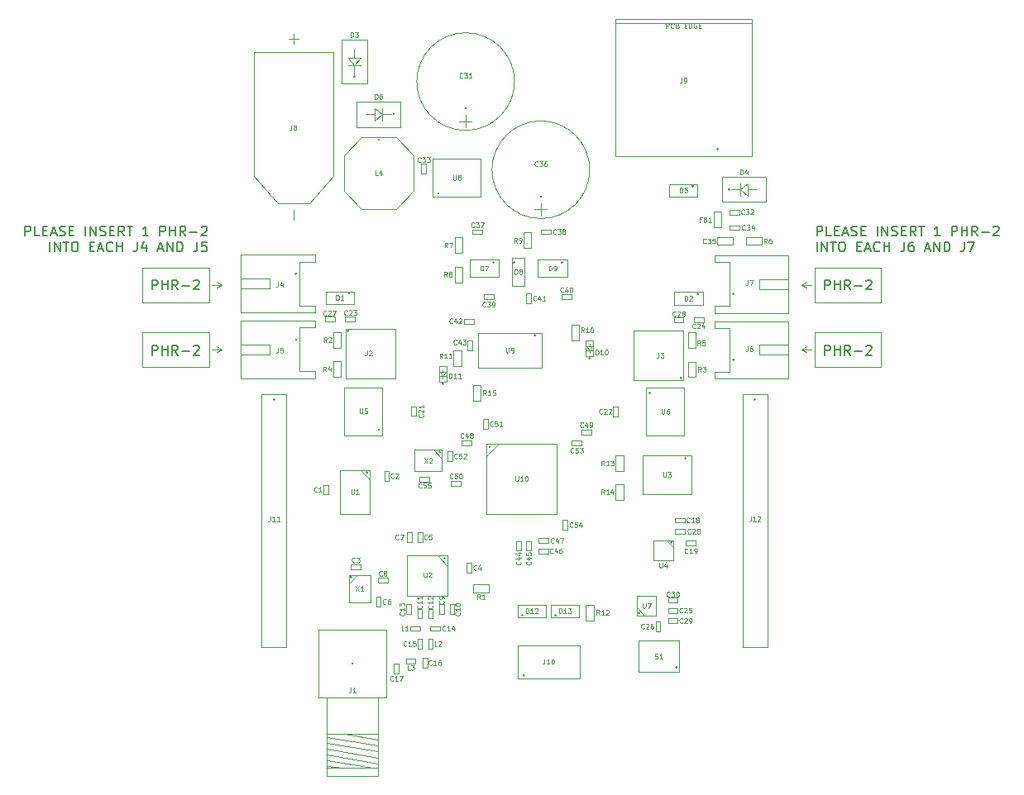
<source format=gbr>
%TF.GenerationSoftware,KiCad,Pcbnew,8.0.3-8.0.3-0~ubuntu22.04.1*%
%TF.CreationDate,2024-07-11T21:31:45-06:00*%
%TF.ProjectId,FCC_KiCAD,4643435f-4b69-4434-9144-2e6b69636164,rev?*%
%TF.SameCoordinates,Original*%
%TF.FileFunction,AssemblyDrawing,Top*%
%FSLAX46Y46*%
G04 Gerber Fmt 4.6, Leading zero omitted, Abs format (unit mm)*
G04 Created by KiCad (PCBNEW 8.0.3-8.0.3-0~ubuntu22.04.1) date 2024-07-11 21:31:45*
%MOMM*%
%LPD*%
G01*
G04 APERTURE LIST*
%ADD10C,0.100000*%
%ADD11C,0.150000*%
%ADD12C,0.025400*%
G04 APERTURE END LIST*
D10*
X181000000Y-86800000D02*
X187800000Y-86800000D01*
X187800000Y-90400000D01*
X181000000Y-90400000D01*
X181000000Y-86800000D01*
X112200000Y-86800000D02*
X119000000Y-86800000D01*
X119000000Y-90400000D01*
X112200000Y-90400000D01*
X112200000Y-86800000D01*
X179700000Y-88600000D02*
X180200000Y-88900000D01*
X179700000Y-95200000D02*
X180200000Y-94900000D01*
X120300000Y-95200000D02*
X119800000Y-95500000D01*
X120300000Y-95200000D02*
X119800000Y-94900000D01*
X180200000Y-94900000D02*
X179700000Y-95200000D01*
X119800000Y-88300000D02*
X120300000Y-88600000D01*
X119800000Y-94900000D02*
X120300000Y-95200000D01*
X180200000Y-88300000D02*
X179700000Y-88600000D01*
X180700000Y-95200000D02*
X179700000Y-95200000D01*
X120300000Y-88600000D02*
X119800000Y-88300000D01*
X119300000Y-88600000D02*
X120300000Y-88600000D01*
X179700000Y-88600000D02*
X180200000Y-88300000D01*
X180700000Y-88600000D02*
X179700000Y-88600000D01*
X179700000Y-95200000D02*
X180200000Y-95500000D01*
X112200000Y-93400000D02*
X119000000Y-93400000D01*
X119000000Y-97000000D01*
X112200000Y-97000000D01*
X112200000Y-93400000D01*
X120300000Y-88600000D02*
X119800000Y-88900000D01*
X181000000Y-93400000D02*
X187800000Y-93400000D01*
X187800000Y-97000000D01*
X181000000Y-97000000D01*
X181000000Y-93400000D01*
X119300000Y-95200000D02*
X120300000Y-95200000D01*
D11*
X113201316Y-89069819D02*
X113201316Y-88069819D01*
X113201316Y-88069819D02*
X113582268Y-88069819D01*
X113582268Y-88069819D02*
X113677506Y-88117438D01*
X113677506Y-88117438D02*
X113725125Y-88165057D01*
X113725125Y-88165057D02*
X113772744Y-88260295D01*
X113772744Y-88260295D02*
X113772744Y-88403152D01*
X113772744Y-88403152D02*
X113725125Y-88498390D01*
X113725125Y-88498390D02*
X113677506Y-88546009D01*
X113677506Y-88546009D02*
X113582268Y-88593628D01*
X113582268Y-88593628D02*
X113201316Y-88593628D01*
X114201316Y-89069819D02*
X114201316Y-88069819D01*
X114201316Y-88546009D02*
X114772744Y-88546009D01*
X114772744Y-89069819D02*
X114772744Y-88069819D01*
X115820363Y-89069819D02*
X115487030Y-88593628D01*
X115248935Y-89069819D02*
X115248935Y-88069819D01*
X115248935Y-88069819D02*
X115629887Y-88069819D01*
X115629887Y-88069819D02*
X115725125Y-88117438D01*
X115725125Y-88117438D02*
X115772744Y-88165057D01*
X115772744Y-88165057D02*
X115820363Y-88260295D01*
X115820363Y-88260295D02*
X115820363Y-88403152D01*
X115820363Y-88403152D02*
X115772744Y-88498390D01*
X115772744Y-88498390D02*
X115725125Y-88546009D01*
X115725125Y-88546009D02*
X115629887Y-88593628D01*
X115629887Y-88593628D02*
X115248935Y-88593628D01*
X116248935Y-88688866D02*
X117010840Y-88688866D01*
X117439411Y-88165057D02*
X117487030Y-88117438D01*
X117487030Y-88117438D02*
X117582268Y-88069819D01*
X117582268Y-88069819D02*
X117820363Y-88069819D01*
X117820363Y-88069819D02*
X117915601Y-88117438D01*
X117915601Y-88117438D02*
X117963220Y-88165057D01*
X117963220Y-88165057D02*
X118010839Y-88260295D01*
X118010839Y-88260295D02*
X118010839Y-88355533D01*
X118010839Y-88355533D02*
X117963220Y-88498390D01*
X117963220Y-88498390D02*
X117391792Y-89069819D01*
X117391792Y-89069819D02*
X118010839Y-89069819D01*
X182036779Y-89069819D02*
X182036779Y-88069819D01*
X182036779Y-88069819D02*
X182417731Y-88069819D01*
X182417731Y-88069819D02*
X182512969Y-88117438D01*
X182512969Y-88117438D02*
X182560588Y-88165057D01*
X182560588Y-88165057D02*
X182608207Y-88260295D01*
X182608207Y-88260295D02*
X182608207Y-88403152D01*
X182608207Y-88403152D02*
X182560588Y-88498390D01*
X182560588Y-88498390D02*
X182512969Y-88546009D01*
X182512969Y-88546009D02*
X182417731Y-88593628D01*
X182417731Y-88593628D02*
X182036779Y-88593628D01*
X183036779Y-89069819D02*
X183036779Y-88069819D01*
X183036779Y-88546009D02*
X183608207Y-88546009D01*
X183608207Y-89069819D02*
X183608207Y-88069819D01*
X184655826Y-89069819D02*
X184322493Y-88593628D01*
X184084398Y-89069819D02*
X184084398Y-88069819D01*
X184084398Y-88069819D02*
X184465350Y-88069819D01*
X184465350Y-88069819D02*
X184560588Y-88117438D01*
X184560588Y-88117438D02*
X184608207Y-88165057D01*
X184608207Y-88165057D02*
X184655826Y-88260295D01*
X184655826Y-88260295D02*
X184655826Y-88403152D01*
X184655826Y-88403152D02*
X184608207Y-88498390D01*
X184608207Y-88498390D02*
X184560588Y-88546009D01*
X184560588Y-88546009D02*
X184465350Y-88593628D01*
X184465350Y-88593628D02*
X184084398Y-88593628D01*
X185084398Y-88688866D02*
X185846303Y-88688866D01*
X186274874Y-88165057D02*
X186322493Y-88117438D01*
X186322493Y-88117438D02*
X186417731Y-88069819D01*
X186417731Y-88069819D02*
X186655826Y-88069819D01*
X186655826Y-88069819D02*
X186751064Y-88117438D01*
X186751064Y-88117438D02*
X186798683Y-88165057D01*
X186798683Y-88165057D02*
X186846302Y-88260295D01*
X186846302Y-88260295D02*
X186846302Y-88355533D01*
X186846302Y-88355533D02*
X186798683Y-88498390D01*
X186798683Y-88498390D02*
X186227255Y-89069819D01*
X186227255Y-89069819D02*
X186846302Y-89069819D01*
X100191791Y-83559875D02*
X100191791Y-82559875D01*
X100191791Y-82559875D02*
X100572743Y-82559875D01*
X100572743Y-82559875D02*
X100667981Y-82607494D01*
X100667981Y-82607494D02*
X100715600Y-82655113D01*
X100715600Y-82655113D02*
X100763219Y-82750351D01*
X100763219Y-82750351D02*
X100763219Y-82893208D01*
X100763219Y-82893208D02*
X100715600Y-82988446D01*
X100715600Y-82988446D02*
X100667981Y-83036065D01*
X100667981Y-83036065D02*
X100572743Y-83083684D01*
X100572743Y-83083684D02*
X100191791Y-83083684D01*
X101667981Y-83559875D02*
X101191791Y-83559875D01*
X101191791Y-83559875D02*
X101191791Y-82559875D01*
X102001315Y-83036065D02*
X102334648Y-83036065D01*
X102477505Y-83559875D02*
X102001315Y-83559875D01*
X102001315Y-83559875D02*
X102001315Y-82559875D01*
X102001315Y-82559875D02*
X102477505Y-82559875D01*
X102858458Y-83274160D02*
X103334648Y-83274160D01*
X102763220Y-83559875D02*
X103096553Y-82559875D01*
X103096553Y-82559875D02*
X103429886Y-83559875D01*
X103715601Y-83512256D02*
X103858458Y-83559875D01*
X103858458Y-83559875D02*
X104096553Y-83559875D01*
X104096553Y-83559875D02*
X104191791Y-83512256D01*
X104191791Y-83512256D02*
X104239410Y-83464636D01*
X104239410Y-83464636D02*
X104287029Y-83369398D01*
X104287029Y-83369398D02*
X104287029Y-83274160D01*
X104287029Y-83274160D02*
X104239410Y-83178922D01*
X104239410Y-83178922D02*
X104191791Y-83131303D01*
X104191791Y-83131303D02*
X104096553Y-83083684D01*
X104096553Y-83083684D02*
X103906077Y-83036065D01*
X103906077Y-83036065D02*
X103810839Y-82988446D01*
X103810839Y-82988446D02*
X103763220Y-82940827D01*
X103763220Y-82940827D02*
X103715601Y-82845589D01*
X103715601Y-82845589D02*
X103715601Y-82750351D01*
X103715601Y-82750351D02*
X103763220Y-82655113D01*
X103763220Y-82655113D02*
X103810839Y-82607494D01*
X103810839Y-82607494D02*
X103906077Y-82559875D01*
X103906077Y-82559875D02*
X104144172Y-82559875D01*
X104144172Y-82559875D02*
X104287029Y-82607494D01*
X104715601Y-83036065D02*
X105048934Y-83036065D01*
X105191791Y-83559875D02*
X104715601Y-83559875D01*
X104715601Y-83559875D02*
X104715601Y-82559875D01*
X104715601Y-82559875D02*
X105191791Y-82559875D01*
X106382268Y-83559875D02*
X106382268Y-82559875D01*
X106858458Y-83559875D02*
X106858458Y-82559875D01*
X106858458Y-82559875D02*
X107429886Y-83559875D01*
X107429886Y-83559875D02*
X107429886Y-82559875D01*
X107858458Y-83512256D02*
X108001315Y-83559875D01*
X108001315Y-83559875D02*
X108239410Y-83559875D01*
X108239410Y-83559875D02*
X108334648Y-83512256D01*
X108334648Y-83512256D02*
X108382267Y-83464636D01*
X108382267Y-83464636D02*
X108429886Y-83369398D01*
X108429886Y-83369398D02*
X108429886Y-83274160D01*
X108429886Y-83274160D02*
X108382267Y-83178922D01*
X108382267Y-83178922D02*
X108334648Y-83131303D01*
X108334648Y-83131303D02*
X108239410Y-83083684D01*
X108239410Y-83083684D02*
X108048934Y-83036065D01*
X108048934Y-83036065D02*
X107953696Y-82988446D01*
X107953696Y-82988446D02*
X107906077Y-82940827D01*
X107906077Y-82940827D02*
X107858458Y-82845589D01*
X107858458Y-82845589D02*
X107858458Y-82750351D01*
X107858458Y-82750351D02*
X107906077Y-82655113D01*
X107906077Y-82655113D02*
X107953696Y-82607494D01*
X107953696Y-82607494D02*
X108048934Y-82559875D01*
X108048934Y-82559875D02*
X108287029Y-82559875D01*
X108287029Y-82559875D02*
X108429886Y-82607494D01*
X108858458Y-83036065D02*
X109191791Y-83036065D01*
X109334648Y-83559875D02*
X108858458Y-83559875D01*
X108858458Y-83559875D02*
X108858458Y-82559875D01*
X108858458Y-82559875D02*
X109334648Y-82559875D01*
X110334648Y-83559875D02*
X110001315Y-83083684D01*
X109763220Y-83559875D02*
X109763220Y-82559875D01*
X109763220Y-82559875D02*
X110144172Y-82559875D01*
X110144172Y-82559875D02*
X110239410Y-82607494D01*
X110239410Y-82607494D02*
X110287029Y-82655113D01*
X110287029Y-82655113D02*
X110334648Y-82750351D01*
X110334648Y-82750351D02*
X110334648Y-82893208D01*
X110334648Y-82893208D02*
X110287029Y-82988446D01*
X110287029Y-82988446D02*
X110239410Y-83036065D01*
X110239410Y-83036065D02*
X110144172Y-83083684D01*
X110144172Y-83083684D02*
X109763220Y-83083684D01*
X110620363Y-82559875D02*
X111191791Y-82559875D01*
X110906077Y-83559875D02*
X110906077Y-82559875D01*
X112810839Y-83559875D02*
X112239411Y-83559875D01*
X112525125Y-83559875D02*
X112525125Y-82559875D01*
X112525125Y-82559875D02*
X112429887Y-82702732D01*
X112429887Y-82702732D02*
X112334649Y-82797970D01*
X112334649Y-82797970D02*
X112239411Y-82845589D01*
X114001316Y-83559875D02*
X114001316Y-82559875D01*
X114001316Y-82559875D02*
X114382268Y-82559875D01*
X114382268Y-82559875D02*
X114477506Y-82607494D01*
X114477506Y-82607494D02*
X114525125Y-82655113D01*
X114525125Y-82655113D02*
X114572744Y-82750351D01*
X114572744Y-82750351D02*
X114572744Y-82893208D01*
X114572744Y-82893208D02*
X114525125Y-82988446D01*
X114525125Y-82988446D02*
X114477506Y-83036065D01*
X114477506Y-83036065D02*
X114382268Y-83083684D01*
X114382268Y-83083684D02*
X114001316Y-83083684D01*
X115001316Y-83559875D02*
X115001316Y-82559875D01*
X115001316Y-83036065D02*
X115572744Y-83036065D01*
X115572744Y-83559875D02*
X115572744Y-82559875D01*
X116620363Y-83559875D02*
X116287030Y-83083684D01*
X116048935Y-83559875D02*
X116048935Y-82559875D01*
X116048935Y-82559875D02*
X116429887Y-82559875D01*
X116429887Y-82559875D02*
X116525125Y-82607494D01*
X116525125Y-82607494D02*
X116572744Y-82655113D01*
X116572744Y-82655113D02*
X116620363Y-82750351D01*
X116620363Y-82750351D02*
X116620363Y-82893208D01*
X116620363Y-82893208D02*
X116572744Y-82988446D01*
X116572744Y-82988446D02*
X116525125Y-83036065D01*
X116525125Y-83036065D02*
X116429887Y-83083684D01*
X116429887Y-83083684D02*
X116048935Y-83083684D01*
X117048935Y-83178922D02*
X117810840Y-83178922D01*
X118239411Y-82655113D02*
X118287030Y-82607494D01*
X118287030Y-82607494D02*
X118382268Y-82559875D01*
X118382268Y-82559875D02*
X118620363Y-82559875D01*
X118620363Y-82559875D02*
X118715601Y-82607494D01*
X118715601Y-82607494D02*
X118763220Y-82655113D01*
X118763220Y-82655113D02*
X118810839Y-82750351D01*
X118810839Y-82750351D02*
X118810839Y-82845589D01*
X118810839Y-82845589D02*
X118763220Y-82988446D01*
X118763220Y-82988446D02*
X118191792Y-83559875D01*
X118191792Y-83559875D02*
X118810839Y-83559875D01*
X102715600Y-85169819D02*
X102715600Y-84169819D01*
X103191790Y-85169819D02*
X103191790Y-84169819D01*
X103191790Y-84169819D02*
X103763218Y-85169819D01*
X103763218Y-85169819D02*
X103763218Y-84169819D01*
X104096552Y-84169819D02*
X104667980Y-84169819D01*
X104382266Y-85169819D02*
X104382266Y-84169819D01*
X105191790Y-84169819D02*
X105382266Y-84169819D01*
X105382266Y-84169819D02*
X105477504Y-84217438D01*
X105477504Y-84217438D02*
X105572742Y-84312676D01*
X105572742Y-84312676D02*
X105620361Y-84503152D01*
X105620361Y-84503152D02*
X105620361Y-84836485D01*
X105620361Y-84836485D02*
X105572742Y-85026961D01*
X105572742Y-85026961D02*
X105477504Y-85122200D01*
X105477504Y-85122200D02*
X105382266Y-85169819D01*
X105382266Y-85169819D02*
X105191790Y-85169819D01*
X105191790Y-85169819D02*
X105096552Y-85122200D01*
X105096552Y-85122200D02*
X105001314Y-85026961D01*
X105001314Y-85026961D02*
X104953695Y-84836485D01*
X104953695Y-84836485D02*
X104953695Y-84503152D01*
X104953695Y-84503152D02*
X105001314Y-84312676D01*
X105001314Y-84312676D02*
X105096552Y-84217438D01*
X105096552Y-84217438D02*
X105191790Y-84169819D01*
X106810838Y-84646009D02*
X107144171Y-84646009D01*
X107287028Y-85169819D02*
X106810838Y-85169819D01*
X106810838Y-85169819D02*
X106810838Y-84169819D01*
X106810838Y-84169819D02*
X107287028Y-84169819D01*
X107667981Y-84884104D02*
X108144171Y-84884104D01*
X107572743Y-85169819D02*
X107906076Y-84169819D01*
X107906076Y-84169819D02*
X108239409Y-85169819D01*
X109144171Y-85074580D02*
X109096552Y-85122200D01*
X109096552Y-85122200D02*
X108953695Y-85169819D01*
X108953695Y-85169819D02*
X108858457Y-85169819D01*
X108858457Y-85169819D02*
X108715600Y-85122200D01*
X108715600Y-85122200D02*
X108620362Y-85026961D01*
X108620362Y-85026961D02*
X108572743Y-84931723D01*
X108572743Y-84931723D02*
X108525124Y-84741247D01*
X108525124Y-84741247D02*
X108525124Y-84598390D01*
X108525124Y-84598390D02*
X108572743Y-84407914D01*
X108572743Y-84407914D02*
X108620362Y-84312676D01*
X108620362Y-84312676D02*
X108715600Y-84217438D01*
X108715600Y-84217438D02*
X108858457Y-84169819D01*
X108858457Y-84169819D02*
X108953695Y-84169819D01*
X108953695Y-84169819D02*
X109096552Y-84217438D01*
X109096552Y-84217438D02*
X109144171Y-84265057D01*
X109572743Y-85169819D02*
X109572743Y-84169819D01*
X109572743Y-84646009D02*
X110144171Y-84646009D01*
X110144171Y-85169819D02*
X110144171Y-84169819D01*
X111667981Y-84169819D02*
X111667981Y-84884104D01*
X111667981Y-84884104D02*
X111620362Y-85026961D01*
X111620362Y-85026961D02*
X111525124Y-85122200D01*
X111525124Y-85122200D02*
X111382267Y-85169819D01*
X111382267Y-85169819D02*
X111287029Y-85169819D01*
X112572743Y-84503152D02*
X112572743Y-85169819D01*
X112334648Y-84122200D02*
X112096553Y-84836485D01*
X112096553Y-84836485D02*
X112715600Y-84836485D01*
X113810839Y-84884104D02*
X114287029Y-84884104D01*
X113715601Y-85169819D02*
X114048934Y-84169819D01*
X114048934Y-84169819D02*
X114382267Y-85169819D01*
X114715601Y-85169819D02*
X114715601Y-84169819D01*
X114715601Y-84169819D02*
X115287029Y-85169819D01*
X115287029Y-85169819D02*
X115287029Y-84169819D01*
X115763220Y-85169819D02*
X115763220Y-84169819D01*
X115763220Y-84169819D02*
X116001315Y-84169819D01*
X116001315Y-84169819D02*
X116144172Y-84217438D01*
X116144172Y-84217438D02*
X116239410Y-84312676D01*
X116239410Y-84312676D02*
X116287029Y-84407914D01*
X116287029Y-84407914D02*
X116334648Y-84598390D01*
X116334648Y-84598390D02*
X116334648Y-84741247D01*
X116334648Y-84741247D02*
X116287029Y-84931723D01*
X116287029Y-84931723D02*
X116239410Y-85026961D01*
X116239410Y-85026961D02*
X116144172Y-85122200D01*
X116144172Y-85122200D02*
X116001315Y-85169819D01*
X116001315Y-85169819D02*
X115763220Y-85169819D01*
X117810839Y-84169819D02*
X117810839Y-84884104D01*
X117810839Y-84884104D02*
X117763220Y-85026961D01*
X117763220Y-85026961D02*
X117667982Y-85122200D01*
X117667982Y-85122200D02*
X117525125Y-85169819D01*
X117525125Y-85169819D02*
X117429887Y-85169819D01*
X118763220Y-84169819D02*
X118287030Y-84169819D01*
X118287030Y-84169819D02*
X118239411Y-84646009D01*
X118239411Y-84646009D02*
X118287030Y-84598390D01*
X118287030Y-84598390D02*
X118382268Y-84550771D01*
X118382268Y-84550771D02*
X118620363Y-84550771D01*
X118620363Y-84550771D02*
X118715601Y-84598390D01*
X118715601Y-84598390D02*
X118763220Y-84646009D01*
X118763220Y-84646009D02*
X118810839Y-84741247D01*
X118810839Y-84741247D02*
X118810839Y-84979342D01*
X118810839Y-84979342D02*
X118763220Y-85074580D01*
X118763220Y-85074580D02*
X118715601Y-85122200D01*
X118715601Y-85122200D02*
X118620363Y-85169819D01*
X118620363Y-85169819D02*
X118382268Y-85169819D01*
X118382268Y-85169819D02*
X118287030Y-85122200D01*
X118287030Y-85122200D02*
X118239411Y-85074580D01*
X182036779Y-95769819D02*
X182036779Y-94769819D01*
X182036779Y-94769819D02*
X182417731Y-94769819D01*
X182417731Y-94769819D02*
X182512969Y-94817438D01*
X182512969Y-94817438D02*
X182560588Y-94865057D01*
X182560588Y-94865057D02*
X182608207Y-94960295D01*
X182608207Y-94960295D02*
X182608207Y-95103152D01*
X182608207Y-95103152D02*
X182560588Y-95198390D01*
X182560588Y-95198390D02*
X182512969Y-95246009D01*
X182512969Y-95246009D02*
X182417731Y-95293628D01*
X182417731Y-95293628D02*
X182036779Y-95293628D01*
X183036779Y-95769819D02*
X183036779Y-94769819D01*
X183036779Y-95246009D02*
X183608207Y-95246009D01*
X183608207Y-95769819D02*
X183608207Y-94769819D01*
X184655826Y-95769819D02*
X184322493Y-95293628D01*
X184084398Y-95769819D02*
X184084398Y-94769819D01*
X184084398Y-94769819D02*
X184465350Y-94769819D01*
X184465350Y-94769819D02*
X184560588Y-94817438D01*
X184560588Y-94817438D02*
X184608207Y-94865057D01*
X184608207Y-94865057D02*
X184655826Y-94960295D01*
X184655826Y-94960295D02*
X184655826Y-95103152D01*
X184655826Y-95103152D02*
X184608207Y-95198390D01*
X184608207Y-95198390D02*
X184560588Y-95246009D01*
X184560588Y-95246009D02*
X184465350Y-95293628D01*
X184465350Y-95293628D02*
X184084398Y-95293628D01*
X185084398Y-95388866D02*
X185846303Y-95388866D01*
X186274874Y-94865057D02*
X186322493Y-94817438D01*
X186322493Y-94817438D02*
X186417731Y-94769819D01*
X186417731Y-94769819D02*
X186655826Y-94769819D01*
X186655826Y-94769819D02*
X186751064Y-94817438D01*
X186751064Y-94817438D02*
X186798683Y-94865057D01*
X186798683Y-94865057D02*
X186846302Y-94960295D01*
X186846302Y-94960295D02*
X186846302Y-95055533D01*
X186846302Y-95055533D02*
X186798683Y-95198390D01*
X186798683Y-95198390D02*
X186227255Y-95769819D01*
X186227255Y-95769819D02*
X186846302Y-95769819D01*
X181236779Y-83559875D02*
X181236779Y-82559875D01*
X181236779Y-82559875D02*
X181617731Y-82559875D01*
X181617731Y-82559875D02*
X181712969Y-82607494D01*
X181712969Y-82607494D02*
X181760588Y-82655113D01*
X181760588Y-82655113D02*
X181808207Y-82750351D01*
X181808207Y-82750351D02*
X181808207Y-82893208D01*
X181808207Y-82893208D02*
X181760588Y-82988446D01*
X181760588Y-82988446D02*
X181712969Y-83036065D01*
X181712969Y-83036065D02*
X181617731Y-83083684D01*
X181617731Y-83083684D02*
X181236779Y-83083684D01*
X182712969Y-83559875D02*
X182236779Y-83559875D01*
X182236779Y-83559875D02*
X182236779Y-82559875D01*
X183046303Y-83036065D02*
X183379636Y-83036065D01*
X183522493Y-83559875D02*
X183046303Y-83559875D01*
X183046303Y-83559875D02*
X183046303Y-82559875D01*
X183046303Y-82559875D02*
X183522493Y-82559875D01*
X183903446Y-83274160D02*
X184379636Y-83274160D01*
X183808208Y-83559875D02*
X184141541Y-82559875D01*
X184141541Y-82559875D02*
X184474874Y-83559875D01*
X184760589Y-83512256D02*
X184903446Y-83559875D01*
X184903446Y-83559875D02*
X185141541Y-83559875D01*
X185141541Y-83559875D02*
X185236779Y-83512256D01*
X185236779Y-83512256D02*
X185284398Y-83464636D01*
X185284398Y-83464636D02*
X185332017Y-83369398D01*
X185332017Y-83369398D02*
X185332017Y-83274160D01*
X185332017Y-83274160D02*
X185284398Y-83178922D01*
X185284398Y-83178922D02*
X185236779Y-83131303D01*
X185236779Y-83131303D02*
X185141541Y-83083684D01*
X185141541Y-83083684D02*
X184951065Y-83036065D01*
X184951065Y-83036065D02*
X184855827Y-82988446D01*
X184855827Y-82988446D02*
X184808208Y-82940827D01*
X184808208Y-82940827D02*
X184760589Y-82845589D01*
X184760589Y-82845589D02*
X184760589Y-82750351D01*
X184760589Y-82750351D02*
X184808208Y-82655113D01*
X184808208Y-82655113D02*
X184855827Y-82607494D01*
X184855827Y-82607494D02*
X184951065Y-82559875D01*
X184951065Y-82559875D02*
X185189160Y-82559875D01*
X185189160Y-82559875D02*
X185332017Y-82607494D01*
X185760589Y-83036065D02*
X186093922Y-83036065D01*
X186236779Y-83559875D02*
X185760589Y-83559875D01*
X185760589Y-83559875D02*
X185760589Y-82559875D01*
X185760589Y-82559875D02*
X186236779Y-82559875D01*
X187427256Y-83559875D02*
X187427256Y-82559875D01*
X187903446Y-83559875D02*
X187903446Y-82559875D01*
X187903446Y-82559875D02*
X188474874Y-83559875D01*
X188474874Y-83559875D02*
X188474874Y-82559875D01*
X188903446Y-83512256D02*
X189046303Y-83559875D01*
X189046303Y-83559875D02*
X189284398Y-83559875D01*
X189284398Y-83559875D02*
X189379636Y-83512256D01*
X189379636Y-83512256D02*
X189427255Y-83464636D01*
X189427255Y-83464636D02*
X189474874Y-83369398D01*
X189474874Y-83369398D02*
X189474874Y-83274160D01*
X189474874Y-83274160D02*
X189427255Y-83178922D01*
X189427255Y-83178922D02*
X189379636Y-83131303D01*
X189379636Y-83131303D02*
X189284398Y-83083684D01*
X189284398Y-83083684D02*
X189093922Y-83036065D01*
X189093922Y-83036065D02*
X188998684Y-82988446D01*
X188998684Y-82988446D02*
X188951065Y-82940827D01*
X188951065Y-82940827D02*
X188903446Y-82845589D01*
X188903446Y-82845589D02*
X188903446Y-82750351D01*
X188903446Y-82750351D02*
X188951065Y-82655113D01*
X188951065Y-82655113D02*
X188998684Y-82607494D01*
X188998684Y-82607494D02*
X189093922Y-82559875D01*
X189093922Y-82559875D02*
X189332017Y-82559875D01*
X189332017Y-82559875D02*
X189474874Y-82607494D01*
X189903446Y-83036065D02*
X190236779Y-83036065D01*
X190379636Y-83559875D02*
X189903446Y-83559875D01*
X189903446Y-83559875D02*
X189903446Y-82559875D01*
X189903446Y-82559875D02*
X190379636Y-82559875D01*
X191379636Y-83559875D02*
X191046303Y-83083684D01*
X190808208Y-83559875D02*
X190808208Y-82559875D01*
X190808208Y-82559875D02*
X191189160Y-82559875D01*
X191189160Y-82559875D02*
X191284398Y-82607494D01*
X191284398Y-82607494D02*
X191332017Y-82655113D01*
X191332017Y-82655113D02*
X191379636Y-82750351D01*
X191379636Y-82750351D02*
X191379636Y-82893208D01*
X191379636Y-82893208D02*
X191332017Y-82988446D01*
X191332017Y-82988446D02*
X191284398Y-83036065D01*
X191284398Y-83036065D02*
X191189160Y-83083684D01*
X191189160Y-83083684D02*
X190808208Y-83083684D01*
X191665351Y-82559875D02*
X192236779Y-82559875D01*
X191951065Y-83559875D02*
X191951065Y-82559875D01*
X193855827Y-83559875D02*
X193284399Y-83559875D01*
X193570113Y-83559875D02*
X193570113Y-82559875D01*
X193570113Y-82559875D02*
X193474875Y-82702732D01*
X193474875Y-82702732D02*
X193379637Y-82797970D01*
X193379637Y-82797970D02*
X193284399Y-82845589D01*
X195046304Y-83559875D02*
X195046304Y-82559875D01*
X195046304Y-82559875D02*
X195427256Y-82559875D01*
X195427256Y-82559875D02*
X195522494Y-82607494D01*
X195522494Y-82607494D02*
X195570113Y-82655113D01*
X195570113Y-82655113D02*
X195617732Y-82750351D01*
X195617732Y-82750351D02*
X195617732Y-82893208D01*
X195617732Y-82893208D02*
X195570113Y-82988446D01*
X195570113Y-82988446D02*
X195522494Y-83036065D01*
X195522494Y-83036065D02*
X195427256Y-83083684D01*
X195427256Y-83083684D02*
X195046304Y-83083684D01*
X196046304Y-83559875D02*
X196046304Y-82559875D01*
X196046304Y-83036065D02*
X196617732Y-83036065D01*
X196617732Y-83559875D02*
X196617732Y-82559875D01*
X197665351Y-83559875D02*
X197332018Y-83083684D01*
X197093923Y-83559875D02*
X197093923Y-82559875D01*
X197093923Y-82559875D02*
X197474875Y-82559875D01*
X197474875Y-82559875D02*
X197570113Y-82607494D01*
X197570113Y-82607494D02*
X197617732Y-82655113D01*
X197617732Y-82655113D02*
X197665351Y-82750351D01*
X197665351Y-82750351D02*
X197665351Y-82893208D01*
X197665351Y-82893208D02*
X197617732Y-82988446D01*
X197617732Y-82988446D02*
X197570113Y-83036065D01*
X197570113Y-83036065D02*
X197474875Y-83083684D01*
X197474875Y-83083684D02*
X197093923Y-83083684D01*
X198093923Y-83178922D02*
X198855828Y-83178922D01*
X199284399Y-82655113D02*
X199332018Y-82607494D01*
X199332018Y-82607494D02*
X199427256Y-82559875D01*
X199427256Y-82559875D02*
X199665351Y-82559875D01*
X199665351Y-82559875D02*
X199760589Y-82607494D01*
X199760589Y-82607494D02*
X199808208Y-82655113D01*
X199808208Y-82655113D02*
X199855827Y-82750351D01*
X199855827Y-82750351D02*
X199855827Y-82845589D01*
X199855827Y-82845589D02*
X199808208Y-82988446D01*
X199808208Y-82988446D02*
X199236780Y-83559875D01*
X199236780Y-83559875D02*
X199855827Y-83559875D01*
X181236779Y-85169819D02*
X181236779Y-84169819D01*
X181712969Y-85169819D02*
X181712969Y-84169819D01*
X181712969Y-84169819D02*
X182284397Y-85169819D01*
X182284397Y-85169819D02*
X182284397Y-84169819D01*
X182617731Y-84169819D02*
X183189159Y-84169819D01*
X182903445Y-85169819D02*
X182903445Y-84169819D01*
X183712969Y-84169819D02*
X183903445Y-84169819D01*
X183903445Y-84169819D02*
X183998683Y-84217438D01*
X183998683Y-84217438D02*
X184093921Y-84312676D01*
X184093921Y-84312676D02*
X184141540Y-84503152D01*
X184141540Y-84503152D02*
X184141540Y-84836485D01*
X184141540Y-84836485D02*
X184093921Y-85026961D01*
X184093921Y-85026961D02*
X183998683Y-85122200D01*
X183998683Y-85122200D02*
X183903445Y-85169819D01*
X183903445Y-85169819D02*
X183712969Y-85169819D01*
X183712969Y-85169819D02*
X183617731Y-85122200D01*
X183617731Y-85122200D02*
X183522493Y-85026961D01*
X183522493Y-85026961D02*
X183474874Y-84836485D01*
X183474874Y-84836485D02*
X183474874Y-84503152D01*
X183474874Y-84503152D02*
X183522493Y-84312676D01*
X183522493Y-84312676D02*
X183617731Y-84217438D01*
X183617731Y-84217438D02*
X183712969Y-84169819D01*
X185332017Y-84646009D02*
X185665350Y-84646009D01*
X185808207Y-85169819D02*
X185332017Y-85169819D01*
X185332017Y-85169819D02*
X185332017Y-84169819D01*
X185332017Y-84169819D02*
X185808207Y-84169819D01*
X186189160Y-84884104D02*
X186665350Y-84884104D01*
X186093922Y-85169819D02*
X186427255Y-84169819D01*
X186427255Y-84169819D02*
X186760588Y-85169819D01*
X187665350Y-85074580D02*
X187617731Y-85122200D01*
X187617731Y-85122200D02*
X187474874Y-85169819D01*
X187474874Y-85169819D02*
X187379636Y-85169819D01*
X187379636Y-85169819D02*
X187236779Y-85122200D01*
X187236779Y-85122200D02*
X187141541Y-85026961D01*
X187141541Y-85026961D02*
X187093922Y-84931723D01*
X187093922Y-84931723D02*
X187046303Y-84741247D01*
X187046303Y-84741247D02*
X187046303Y-84598390D01*
X187046303Y-84598390D02*
X187093922Y-84407914D01*
X187093922Y-84407914D02*
X187141541Y-84312676D01*
X187141541Y-84312676D02*
X187236779Y-84217438D01*
X187236779Y-84217438D02*
X187379636Y-84169819D01*
X187379636Y-84169819D02*
X187474874Y-84169819D01*
X187474874Y-84169819D02*
X187617731Y-84217438D01*
X187617731Y-84217438D02*
X187665350Y-84265057D01*
X188093922Y-85169819D02*
X188093922Y-84169819D01*
X188093922Y-84646009D02*
X188665350Y-84646009D01*
X188665350Y-85169819D02*
X188665350Y-84169819D01*
X190189160Y-84169819D02*
X190189160Y-84884104D01*
X190189160Y-84884104D02*
X190141541Y-85026961D01*
X190141541Y-85026961D02*
X190046303Y-85122200D01*
X190046303Y-85122200D02*
X189903446Y-85169819D01*
X189903446Y-85169819D02*
X189808208Y-85169819D01*
X191093922Y-84169819D02*
X190903446Y-84169819D01*
X190903446Y-84169819D02*
X190808208Y-84217438D01*
X190808208Y-84217438D02*
X190760589Y-84265057D01*
X190760589Y-84265057D02*
X190665351Y-84407914D01*
X190665351Y-84407914D02*
X190617732Y-84598390D01*
X190617732Y-84598390D02*
X190617732Y-84979342D01*
X190617732Y-84979342D02*
X190665351Y-85074580D01*
X190665351Y-85074580D02*
X190712970Y-85122200D01*
X190712970Y-85122200D02*
X190808208Y-85169819D01*
X190808208Y-85169819D02*
X190998684Y-85169819D01*
X190998684Y-85169819D02*
X191093922Y-85122200D01*
X191093922Y-85122200D02*
X191141541Y-85074580D01*
X191141541Y-85074580D02*
X191189160Y-84979342D01*
X191189160Y-84979342D02*
X191189160Y-84741247D01*
X191189160Y-84741247D02*
X191141541Y-84646009D01*
X191141541Y-84646009D02*
X191093922Y-84598390D01*
X191093922Y-84598390D02*
X190998684Y-84550771D01*
X190998684Y-84550771D02*
X190808208Y-84550771D01*
X190808208Y-84550771D02*
X190712970Y-84598390D01*
X190712970Y-84598390D02*
X190665351Y-84646009D01*
X190665351Y-84646009D02*
X190617732Y-84741247D01*
X192332018Y-84884104D02*
X192808208Y-84884104D01*
X192236780Y-85169819D02*
X192570113Y-84169819D01*
X192570113Y-84169819D02*
X192903446Y-85169819D01*
X193236780Y-85169819D02*
X193236780Y-84169819D01*
X193236780Y-84169819D02*
X193808208Y-85169819D01*
X193808208Y-85169819D02*
X193808208Y-84169819D01*
X194284399Y-85169819D02*
X194284399Y-84169819D01*
X194284399Y-84169819D02*
X194522494Y-84169819D01*
X194522494Y-84169819D02*
X194665351Y-84217438D01*
X194665351Y-84217438D02*
X194760589Y-84312676D01*
X194760589Y-84312676D02*
X194808208Y-84407914D01*
X194808208Y-84407914D02*
X194855827Y-84598390D01*
X194855827Y-84598390D02*
X194855827Y-84741247D01*
X194855827Y-84741247D02*
X194808208Y-84931723D01*
X194808208Y-84931723D02*
X194760589Y-85026961D01*
X194760589Y-85026961D02*
X194665351Y-85122200D01*
X194665351Y-85122200D02*
X194522494Y-85169819D01*
X194522494Y-85169819D02*
X194284399Y-85169819D01*
X196332018Y-84169819D02*
X196332018Y-84884104D01*
X196332018Y-84884104D02*
X196284399Y-85026961D01*
X196284399Y-85026961D02*
X196189161Y-85122200D01*
X196189161Y-85122200D02*
X196046304Y-85169819D01*
X196046304Y-85169819D02*
X195951066Y-85169819D01*
X196712971Y-84169819D02*
X197379637Y-84169819D01*
X197379637Y-84169819D02*
X196951066Y-85169819D01*
X113201316Y-95769819D02*
X113201316Y-94769819D01*
X113201316Y-94769819D02*
X113582268Y-94769819D01*
X113582268Y-94769819D02*
X113677506Y-94817438D01*
X113677506Y-94817438D02*
X113725125Y-94865057D01*
X113725125Y-94865057D02*
X113772744Y-94960295D01*
X113772744Y-94960295D02*
X113772744Y-95103152D01*
X113772744Y-95103152D02*
X113725125Y-95198390D01*
X113725125Y-95198390D02*
X113677506Y-95246009D01*
X113677506Y-95246009D02*
X113582268Y-95293628D01*
X113582268Y-95293628D02*
X113201316Y-95293628D01*
X114201316Y-95769819D02*
X114201316Y-94769819D01*
X114201316Y-95246009D02*
X114772744Y-95246009D01*
X114772744Y-95769819D02*
X114772744Y-94769819D01*
X115820363Y-95769819D02*
X115487030Y-95293628D01*
X115248935Y-95769819D02*
X115248935Y-94769819D01*
X115248935Y-94769819D02*
X115629887Y-94769819D01*
X115629887Y-94769819D02*
X115725125Y-94817438D01*
X115725125Y-94817438D02*
X115772744Y-94865057D01*
X115772744Y-94865057D02*
X115820363Y-94960295D01*
X115820363Y-94960295D02*
X115820363Y-95103152D01*
X115820363Y-95103152D02*
X115772744Y-95198390D01*
X115772744Y-95198390D02*
X115725125Y-95246009D01*
X115725125Y-95246009D02*
X115629887Y-95293628D01*
X115629887Y-95293628D02*
X115248935Y-95293628D01*
X116248935Y-95388866D02*
X117010840Y-95388866D01*
X117439411Y-94865057D02*
X117487030Y-94817438D01*
X117487030Y-94817438D02*
X117582268Y-94769819D01*
X117582268Y-94769819D02*
X117820363Y-94769819D01*
X117820363Y-94769819D02*
X117915601Y-94817438D01*
X117915601Y-94817438D02*
X117963220Y-94865057D01*
X117963220Y-94865057D02*
X118010839Y-94960295D01*
X118010839Y-94960295D02*
X118010839Y-95055533D01*
X118010839Y-95055533D02*
X117963220Y-95198390D01*
X117963220Y-95198390D02*
X117391792Y-95769819D01*
X117391792Y-95769819D02*
X118010839Y-95769819D01*
D12*
X165119047Y-117041988D02*
X165119047Y-117446750D01*
X165119047Y-117446750D02*
X165142857Y-117494369D01*
X165142857Y-117494369D02*
X165166666Y-117518179D01*
X165166666Y-117518179D02*
X165214285Y-117541988D01*
X165214285Y-117541988D02*
X165309523Y-117541988D01*
X165309523Y-117541988D02*
X165357142Y-117518179D01*
X165357142Y-117518179D02*
X165380952Y-117494369D01*
X165380952Y-117494369D02*
X165404761Y-117446750D01*
X165404761Y-117446750D02*
X165404761Y-117041988D01*
X165857143Y-117208655D02*
X165857143Y-117541988D01*
X165738095Y-117018179D02*
X165619048Y-117375321D01*
X165619048Y-117375321D02*
X165928571Y-117375321D01*
X133569047Y-109529989D02*
X133569047Y-109934751D01*
X133569047Y-109934751D02*
X133592857Y-109982370D01*
X133592857Y-109982370D02*
X133616666Y-110006180D01*
X133616666Y-110006180D02*
X133664285Y-110029989D01*
X133664285Y-110029989D02*
X133759523Y-110029989D01*
X133759523Y-110029989D02*
X133807142Y-110006180D01*
X133807142Y-110006180D02*
X133830952Y-109982370D01*
X133830952Y-109982370D02*
X133854761Y-109934751D01*
X133854761Y-109934751D02*
X133854761Y-109529989D01*
X134354762Y-110029989D02*
X134069048Y-110029989D01*
X134211905Y-110029989D02*
X134211905Y-109529989D01*
X134211905Y-109529989D02*
X134164286Y-109601418D01*
X134164286Y-109601418D02*
X134116667Y-109649037D01*
X134116667Y-109649037D02*
X134069048Y-109672846D01*
X126093333Y-88279988D02*
X126093333Y-88637131D01*
X126093333Y-88637131D02*
X126069524Y-88708559D01*
X126069524Y-88708559D02*
X126021905Y-88756179D01*
X126021905Y-88756179D02*
X125950476Y-88779988D01*
X125950476Y-88779988D02*
X125902857Y-88779988D01*
X126545714Y-88446655D02*
X126545714Y-88779988D01*
X126426666Y-88256179D02*
X126307619Y-88613321D01*
X126307619Y-88613321D02*
X126617142Y-88613321D01*
X126093333Y-95029988D02*
X126093333Y-95387131D01*
X126093333Y-95387131D02*
X126069524Y-95458559D01*
X126069524Y-95458559D02*
X126021905Y-95506179D01*
X126021905Y-95506179D02*
X125950476Y-95529988D01*
X125950476Y-95529988D02*
X125902857Y-95529988D01*
X126569523Y-95029988D02*
X126331428Y-95029988D01*
X126331428Y-95029988D02*
X126307619Y-95268083D01*
X126307619Y-95268083D02*
X126331428Y-95244274D01*
X126331428Y-95244274D02*
X126379047Y-95220464D01*
X126379047Y-95220464D02*
X126498095Y-95220464D01*
X126498095Y-95220464D02*
X126545714Y-95244274D01*
X126545714Y-95244274D02*
X126569523Y-95268083D01*
X126569523Y-95268083D02*
X126593333Y-95315702D01*
X126593333Y-95315702D02*
X126593333Y-95434750D01*
X126593333Y-95434750D02*
X126569523Y-95482369D01*
X126569523Y-95482369D02*
X126545714Y-95506179D01*
X126545714Y-95506179D02*
X126498095Y-95529988D01*
X126498095Y-95529988D02*
X126379047Y-95529988D01*
X126379047Y-95529988D02*
X126331428Y-95506179D01*
X126331428Y-95506179D02*
X126307619Y-95482369D01*
X174168333Y-94879988D02*
X174168333Y-95237131D01*
X174168333Y-95237131D02*
X174144524Y-95308559D01*
X174144524Y-95308559D02*
X174096905Y-95356179D01*
X174096905Y-95356179D02*
X174025476Y-95379988D01*
X174025476Y-95379988D02*
X173977857Y-95379988D01*
X174620714Y-94879988D02*
X174525476Y-94879988D01*
X174525476Y-94879988D02*
X174477857Y-94903798D01*
X174477857Y-94903798D02*
X174454047Y-94927607D01*
X174454047Y-94927607D02*
X174406428Y-94999036D01*
X174406428Y-94999036D02*
X174382619Y-95094274D01*
X174382619Y-95094274D02*
X174382619Y-95284750D01*
X174382619Y-95284750D02*
X174406428Y-95332369D01*
X174406428Y-95332369D02*
X174430238Y-95356179D01*
X174430238Y-95356179D02*
X174477857Y-95379988D01*
X174477857Y-95379988D02*
X174573095Y-95379988D01*
X174573095Y-95379988D02*
X174620714Y-95356179D01*
X174620714Y-95356179D02*
X174644523Y-95332369D01*
X174644523Y-95332369D02*
X174668333Y-95284750D01*
X174668333Y-95284750D02*
X174668333Y-95165702D01*
X174668333Y-95165702D02*
X174644523Y-95118083D01*
X174644523Y-95118083D02*
X174620714Y-95094274D01*
X174620714Y-95094274D02*
X174573095Y-95070464D01*
X174573095Y-95070464D02*
X174477857Y-95070464D01*
X174477857Y-95070464D02*
X174430238Y-95094274D01*
X174430238Y-95094274D02*
X174406428Y-95118083D01*
X174406428Y-95118083D02*
X174382619Y-95165702D01*
X174168333Y-88129988D02*
X174168333Y-88487131D01*
X174168333Y-88487131D02*
X174144524Y-88558559D01*
X174144524Y-88558559D02*
X174096905Y-88606179D01*
X174096905Y-88606179D02*
X174025476Y-88629988D01*
X174025476Y-88629988D02*
X173977857Y-88629988D01*
X174358809Y-88129988D02*
X174692142Y-88129988D01*
X174692142Y-88129988D02*
X174477857Y-88629988D01*
X140763572Y-109332368D02*
X140739763Y-109356178D01*
X140739763Y-109356178D02*
X140668334Y-109379987D01*
X140668334Y-109379987D02*
X140620715Y-109379987D01*
X140620715Y-109379987D02*
X140549287Y-109356178D01*
X140549287Y-109356178D02*
X140501668Y-109308558D01*
X140501668Y-109308558D02*
X140477858Y-109260939D01*
X140477858Y-109260939D02*
X140454049Y-109165701D01*
X140454049Y-109165701D02*
X140454049Y-109094273D01*
X140454049Y-109094273D02*
X140477858Y-108999035D01*
X140477858Y-108999035D02*
X140501668Y-108951416D01*
X140501668Y-108951416D02*
X140549287Y-108903797D01*
X140549287Y-108903797D02*
X140620715Y-108879987D01*
X140620715Y-108879987D02*
X140668334Y-108879987D01*
X140668334Y-108879987D02*
X140739763Y-108903797D01*
X140739763Y-108903797D02*
X140763572Y-108927606D01*
X141215953Y-108879987D02*
X140977858Y-108879987D01*
X140977858Y-108879987D02*
X140954049Y-109118082D01*
X140954049Y-109118082D02*
X140977858Y-109094273D01*
X140977858Y-109094273D02*
X141025477Y-109070463D01*
X141025477Y-109070463D02*
X141144525Y-109070463D01*
X141144525Y-109070463D02*
X141192144Y-109094273D01*
X141192144Y-109094273D02*
X141215953Y-109118082D01*
X141215953Y-109118082D02*
X141239763Y-109165701D01*
X141239763Y-109165701D02*
X141239763Y-109284749D01*
X141239763Y-109284749D02*
X141215953Y-109332368D01*
X141215953Y-109332368D02*
X141192144Y-109356178D01*
X141192144Y-109356178D02*
X141144525Y-109379987D01*
X141144525Y-109379987D02*
X141025477Y-109379987D01*
X141025477Y-109379987D02*
X140977858Y-109356178D01*
X140977858Y-109356178D02*
X140954049Y-109332368D01*
X141692143Y-108879987D02*
X141454048Y-108879987D01*
X141454048Y-108879987D02*
X141430239Y-109118082D01*
X141430239Y-109118082D02*
X141454048Y-109094273D01*
X141454048Y-109094273D02*
X141501667Y-109070463D01*
X141501667Y-109070463D02*
X141620715Y-109070463D01*
X141620715Y-109070463D02*
X141668334Y-109094273D01*
X141668334Y-109094273D02*
X141692143Y-109118082D01*
X141692143Y-109118082D02*
X141715953Y-109165701D01*
X141715953Y-109165701D02*
X141715953Y-109284749D01*
X141715953Y-109284749D02*
X141692143Y-109332368D01*
X141692143Y-109332368D02*
X141668334Y-109356178D01*
X141668334Y-109356178D02*
X141620715Y-109379987D01*
X141620715Y-109379987D02*
X141501667Y-109379987D01*
X141501667Y-109379987D02*
X141454048Y-109356178D01*
X141454048Y-109356178D02*
X141430239Y-109332368D01*
X151442857Y-122229988D02*
X151442857Y-121729988D01*
X151442857Y-121729988D02*
X151561905Y-121729988D01*
X151561905Y-121729988D02*
X151633333Y-121753798D01*
X151633333Y-121753798D02*
X151680952Y-121801417D01*
X151680952Y-121801417D02*
X151704762Y-121849036D01*
X151704762Y-121849036D02*
X151728571Y-121944274D01*
X151728571Y-121944274D02*
X151728571Y-122015702D01*
X151728571Y-122015702D02*
X151704762Y-122110940D01*
X151704762Y-122110940D02*
X151680952Y-122158559D01*
X151680952Y-122158559D02*
X151633333Y-122206179D01*
X151633333Y-122206179D02*
X151561905Y-122229988D01*
X151561905Y-122229988D02*
X151442857Y-122229988D01*
X152204762Y-122229988D02*
X151919048Y-122229988D01*
X152061905Y-122229988D02*
X152061905Y-121729988D01*
X152061905Y-121729988D02*
X152014286Y-121801417D01*
X152014286Y-121801417D02*
X151966667Y-121849036D01*
X151966667Y-121849036D02*
X151919048Y-121872845D01*
X152395238Y-121777607D02*
X152419047Y-121753798D01*
X152419047Y-121753798D02*
X152466666Y-121729988D01*
X152466666Y-121729988D02*
X152585714Y-121729988D01*
X152585714Y-121729988D02*
X152633333Y-121753798D01*
X152633333Y-121753798D02*
X152657142Y-121777607D01*
X152657142Y-121777607D02*
X152680952Y-121825226D01*
X152680952Y-121825226D02*
X152680952Y-121872845D01*
X152680952Y-121872845D02*
X152657142Y-121944274D01*
X152657142Y-121944274D02*
X152371428Y-122229988D01*
X152371428Y-122229988D02*
X152680952Y-122229988D01*
X136015952Y-69529988D02*
X136015952Y-69029988D01*
X136015952Y-69029988D02*
X136135000Y-69029988D01*
X136135000Y-69029988D02*
X136206428Y-69053798D01*
X136206428Y-69053798D02*
X136254047Y-69101417D01*
X136254047Y-69101417D02*
X136277857Y-69149036D01*
X136277857Y-69149036D02*
X136301666Y-69244274D01*
X136301666Y-69244274D02*
X136301666Y-69315702D01*
X136301666Y-69315702D02*
X136277857Y-69410940D01*
X136277857Y-69410940D02*
X136254047Y-69458559D01*
X136254047Y-69458559D02*
X136206428Y-69506179D01*
X136206428Y-69506179D02*
X136135000Y-69529988D01*
X136135000Y-69529988D02*
X136015952Y-69529988D01*
X136730238Y-69029988D02*
X136635000Y-69029988D01*
X136635000Y-69029988D02*
X136587381Y-69053798D01*
X136587381Y-69053798D02*
X136563571Y-69077607D01*
X136563571Y-69077607D02*
X136515952Y-69149036D01*
X136515952Y-69149036D02*
X136492143Y-69244274D01*
X136492143Y-69244274D02*
X136492143Y-69434750D01*
X136492143Y-69434750D02*
X136515952Y-69482369D01*
X136515952Y-69482369D02*
X136539762Y-69506179D01*
X136539762Y-69506179D02*
X136587381Y-69529988D01*
X136587381Y-69529988D02*
X136682619Y-69529988D01*
X136682619Y-69529988D02*
X136730238Y-69506179D01*
X136730238Y-69506179D02*
X136754047Y-69482369D01*
X136754047Y-69482369D02*
X136777857Y-69434750D01*
X136777857Y-69434750D02*
X136777857Y-69315702D01*
X136777857Y-69315702D02*
X136754047Y-69268083D01*
X136754047Y-69268083D02*
X136730238Y-69244274D01*
X136730238Y-69244274D02*
X136682619Y-69220464D01*
X136682619Y-69220464D02*
X136587381Y-69220464D01*
X136587381Y-69220464D02*
X136539762Y-69244274D01*
X136539762Y-69244274D02*
X136515952Y-69268083D01*
X136515952Y-69268083D02*
X136492143Y-69315702D01*
X134419047Y-101264988D02*
X134419047Y-101669750D01*
X134419047Y-101669750D02*
X134442857Y-101717369D01*
X134442857Y-101717369D02*
X134466666Y-101741179D01*
X134466666Y-101741179D02*
X134514285Y-101764988D01*
X134514285Y-101764988D02*
X134609523Y-101764988D01*
X134609523Y-101764988D02*
X134657142Y-101741179D01*
X134657142Y-101741179D02*
X134680952Y-101717369D01*
X134680952Y-101717369D02*
X134704761Y-101669750D01*
X134704761Y-101669750D02*
X134704761Y-101264988D01*
X135180952Y-101264988D02*
X134942857Y-101264988D01*
X134942857Y-101264988D02*
X134919048Y-101503083D01*
X134919048Y-101503083D02*
X134942857Y-101479274D01*
X134942857Y-101479274D02*
X134990476Y-101455464D01*
X134990476Y-101455464D02*
X135109524Y-101455464D01*
X135109524Y-101455464D02*
X135157143Y-101479274D01*
X135157143Y-101479274D02*
X135180952Y-101503083D01*
X135180952Y-101503083D02*
X135204762Y-101550702D01*
X135204762Y-101550702D02*
X135204762Y-101669750D01*
X135204762Y-101669750D02*
X135180952Y-101717369D01*
X135180952Y-101717369D02*
X135157143Y-101741179D01*
X135157143Y-101741179D02*
X135109524Y-101764988D01*
X135109524Y-101764988D02*
X134990476Y-101764988D01*
X134990476Y-101764988D02*
X134942857Y-101741179D01*
X134942857Y-101741179D02*
X134919048Y-101717369D01*
X155283572Y-89282369D02*
X155259763Y-89306179D01*
X155259763Y-89306179D02*
X155188334Y-89329988D01*
X155188334Y-89329988D02*
X155140715Y-89329988D01*
X155140715Y-89329988D02*
X155069287Y-89306179D01*
X155069287Y-89306179D02*
X155021668Y-89258559D01*
X155021668Y-89258559D02*
X154997858Y-89210940D01*
X154997858Y-89210940D02*
X154974049Y-89115702D01*
X154974049Y-89115702D02*
X154974049Y-89044274D01*
X154974049Y-89044274D02*
X154997858Y-88949036D01*
X154997858Y-88949036D02*
X155021668Y-88901417D01*
X155021668Y-88901417D02*
X155069287Y-88853798D01*
X155069287Y-88853798D02*
X155140715Y-88829988D01*
X155140715Y-88829988D02*
X155188334Y-88829988D01*
X155188334Y-88829988D02*
X155259763Y-88853798D01*
X155259763Y-88853798D02*
X155283572Y-88877607D01*
X155712144Y-88996655D02*
X155712144Y-89329988D01*
X155593096Y-88806179D02*
X155474049Y-89163321D01*
X155474049Y-89163321D02*
X155783572Y-89163321D01*
X156069286Y-88829988D02*
X156116905Y-88829988D01*
X156116905Y-88829988D02*
X156164524Y-88853798D01*
X156164524Y-88853798D02*
X156188334Y-88877607D01*
X156188334Y-88877607D02*
X156212143Y-88925226D01*
X156212143Y-88925226D02*
X156235953Y-89020464D01*
X156235953Y-89020464D02*
X156235953Y-89139512D01*
X156235953Y-89139512D02*
X156212143Y-89234750D01*
X156212143Y-89234750D02*
X156188334Y-89282369D01*
X156188334Y-89282369D02*
X156164524Y-89306179D01*
X156164524Y-89306179D02*
X156116905Y-89329988D01*
X156116905Y-89329988D02*
X156069286Y-89329988D01*
X156069286Y-89329988D02*
X156021667Y-89306179D01*
X156021667Y-89306179D02*
X155997858Y-89282369D01*
X155997858Y-89282369D02*
X155974048Y-89234750D01*
X155974048Y-89234750D02*
X155950239Y-89139512D01*
X155950239Y-89139512D02*
X155950239Y-89020464D01*
X155950239Y-89020464D02*
X155974048Y-88925226D01*
X155974048Y-88925226D02*
X155997858Y-88877607D01*
X155997858Y-88877607D02*
X156021667Y-88853798D01*
X156021667Y-88853798D02*
X156069286Y-88829988D01*
X148078572Y-103012367D02*
X148054763Y-103036177D01*
X148054763Y-103036177D02*
X147983334Y-103059986D01*
X147983334Y-103059986D02*
X147935715Y-103059986D01*
X147935715Y-103059986D02*
X147864287Y-103036177D01*
X147864287Y-103036177D02*
X147816668Y-102988557D01*
X147816668Y-102988557D02*
X147792858Y-102940938D01*
X147792858Y-102940938D02*
X147769049Y-102845700D01*
X147769049Y-102845700D02*
X147769049Y-102774272D01*
X147769049Y-102774272D02*
X147792858Y-102679034D01*
X147792858Y-102679034D02*
X147816668Y-102631415D01*
X147816668Y-102631415D02*
X147864287Y-102583796D01*
X147864287Y-102583796D02*
X147935715Y-102559986D01*
X147935715Y-102559986D02*
X147983334Y-102559986D01*
X147983334Y-102559986D02*
X148054763Y-102583796D01*
X148054763Y-102583796D02*
X148078572Y-102607605D01*
X148530953Y-102559986D02*
X148292858Y-102559986D01*
X148292858Y-102559986D02*
X148269049Y-102798081D01*
X148269049Y-102798081D02*
X148292858Y-102774272D01*
X148292858Y-102774272D02*
X148340477Y-102750462D01*
X148340477Y-102750462D02*
X148459525Y-102750462D01*
X148459525Y-102750462D02*
X148507144Y-102774272D01*
X148507144Y-102774272D02*
X148530953Y-102798081D01*
X148530953Y-102798081D02*
X148554763Y-102845700D01*
X148554763Y-102845700D02*
X148554763Y-102964748D01*
X148554763Y-102964748D02*
X148530953Y-103012367D01*
X148530953Y-103012367D02*
X148507144Y-103036177D01*
X148507144Y-103036177D02*
X148459525Y-103059986D01*
X148459525Y-103059986D02*
X148340477Y-103059986D01*
X148340477Y-103059986D02*
X148292858Y-103036177D01*
X148292858Y-103036177D02*
X148269049Y-103012367D01*
X149030953Y-103059986D02*
X148745239Y-103059986D01*
X148888096Y-103059986D02*
X148888096Y-102559986D01*
X148888096Y-102559986D02*
X148840477Y-102631415D01*
X148840477Y-102631415D02*
X148792858Y-102679034D01*
X148792858Y-102679034D02*
X148745239Y-102702843D01*
X141329066Y-114619769D02*
X141305257Y-114643579D01*
X141305257Y-114643579D02*
X141233828Y-114667388D01*
X141233828Y-114667388D02*
X141186209Y-114667388D01*
X141186209Y-114667388D02*
X141114781Y-114643579D01*
X141114781Y-114643579D02*
X141067162Y-114595959D01*
X141067162Y-114595959D02*
X141043352Y-114548340D01*
X141043352Y-114548340D02*
X141019543Y-114453102D01*
X141019543Y-114453102D02*
X141019543Y-114381674D01*
X141019543Y-114381674D02*
X141043352Y-114286436D01*
X141043352Y-114286436D02*
X141067162Y-114238817D01*
X141067162Y-114238817D02*
X141114781Y-114191198D01*
X141114781Y-114191198D02*
X141186209Y-114167388D01*
X141186209Y-114167388D02*
X141233828Y-114167388D01*
X141233828Y-114167388D02*
X141305257Y-114191198D01*
X141305257Y-114191198D02*
X141329066Y-114215007D01*
X141781447Y-114167388D02*
X141543352Y-114167388D01*
X141543352Y-114167388D02*
X141519543Y-114405483D01*
X141519543Y-114405483D02*
X141543352Y-114381674D01*
X141543352Y-114381674D02*
X141590971Y-114357864D01*
X141590971Y-114357864D02*
X141710019Y-114357864D01*
X141710019Y-114357864D02*
X141757638Y-114381674D01*
X141757638Y-114381674D02*
X141781447Y-114405483D01*
X141781447Y-114405483D02*
X141805257Y-114453102D01*
X141805257Y-114453102D02*
X141805257Y-114572150D01*
X141805257Y-114572150D02*
X141781447Y-114619769D01*
X141781447Y-114619769D02*
X141757638Y-114643579D01*
X141757638Y-114643579D02*
X141710019Y-114667388D01*
X141710019Y-114667388D02*
X141590971Y-114667388D01*
X141590971Y-114667388D02*
X141543352Y-114643579D01*
X141543352Y-114643579D02*
X141519543Y-114619769D01*
X132030952Y-90129988D02*
X132030952Y-89629988D01*
X132030952Y-89629988D02*
X132150000Y-89629988D01*
X132150000Y-89629988D02*
X132221428Y-89653798D01*
X132221428Y-89653798D02*
X132269047Y-89701417D01*
X132269047Y-89701417D02*
X132292857Y-89749036D01*
X132292857Y-89749036D02*
X132316666Y-89844274D01*
X132316666Y-89844274D02*
X132316666Y-89915702D01*
X132316666Y-89915702D02*
X132292857Y-90010940D01*
X132292857Y-90010940D02*
X132269047Y-90058559D01*
X132269047Y-90058559D02*
X132221428Y-90106179D01*
X132221428Y-90106179D02*
X132150000Y-90129988D01*
X132150000Y-90129988D02*
X132030952Y-90129988D01*
X132792857Y-90129988D02*
X132507143Y-90129988D01*
X132650000Y-90129988D02*
X132650000Y-89629988D01*
X132650000Y-89629988D02*
X132602381Y-89701417D01*
X132602381Y-89701417D02*
X132554762Y-89749036D01*
X132554762Y-89749036D02*
X132507143Y-89772845D01*
X136724066Y-118349769D02*
X136700257Y-118373579D01*
X136700257Y-118373579D02*
X136628828Y-118397388D01*
X136628828Y-118397388D02*
X136581209Y-118397388D01*
X136581209Y-118397388D02*
X136509781Y-118373579D01*
X136509781Y-118373579D02*
X136462162Y-118325959D01*
X136462162Y-118325959D02*
X136438352Y-118278340D01*
X136438352Y-118278340D02*
X136414543Y-118183102D01*
X136414543Y-118183102D02*
X136414543Y-118111674D01*
X136414543Y-118111674D02*
X136438352Y-118016436D01*
X136438352Y-118016436D02*
X136462162Y-117968817D01*
X136462162Y-117968817D02*
X136509781Y-117921198D01*
X136509781Y-117921198D02*
X136581209Y-117897388D01*
X136581209Y-117897388D02*
X136628828Y-117897388D01*
X136628828Y-117897388D02*
X136700257Y-117921198D01*
X136700257Y-117921198D02*
X136724066Y-117945007D01*
X137009781Y-118111674D02*
X136962162Y-118087864D01*
X136962162Y-118087864D02*
X136938352Y-118064055D01*
X136938352Y-118064055D02*
X136914543Y-118016436D01*
X136914543Y-118016436D02*
X136914543Y-117992626D01*
X136914543Y-117992626D02*
X136938352Y-117945007D01*
X136938352Y-117945007D02*
X136962162Y-117921198D01*
X136962162Y-117921198D02*
X137009781Y-117897388D01*
X137009781Y-117897388D02*
X137105019Y-117897388D01*
X137105019Y-117897388D02*
X137152638Y-117921198D01*
X137152638Y-117921198D02*
X137176447Y-117945007D01*
X137176447Y-117945007D02*
X137200257Y-117992626D01*
X137200257Y-117992626D02*
X137200257Y-118016436D01*
X137200257Y-118016436D02*
X137176447Y-118064055D01*
X137176447Y-118064055D02*
X137152638Y-118087864D01*
X137152638Y-118087864D02*
X137105019Y-118111674D01*
X137105019Y-118111674D02*
X137009781Y-118111674D01*
X137009781Y-118111674D02*
X136962162Y-118135483D01*
X136962162Y-118135483D02*
X136938352Y-118159293D01*
X136938352Y-118159293D02*
X136914543Y-118206912D01*
X136914543Y-118206912D02*
X136914543Y-118302150D01*
X136914543Y-118302150D02*
X136938352Y-118349769D01*
X136938352Y-118349769D02*
X136962162Y-118373579D01*
X136962162Y-118373579D02*
X137009781Y-118397388D01*
X137009781Y-118397388D02*
X137105019Y-118397388D01*
X137105019Y-118397388D02*
X137152638Y-118373579D01*
X137152638Y-118373579D02*
X137176447Y-118349769D01*
X137176447Y-118349769D02*
X137200257Y-118302150D01*
X137200257Y-118302150D02*
X137200257Y-118206912D01*
X137200257Y-118206912D02*
X137176447Y-118159293D01*
X137176447Y-118159293D02*
X137152638Y-118135483D01*
X137152638Y-118135483D02*
X137105019Y-118111674D01*
X127458333Y-72229988D02*
X127458333Y-72587131D01*
X127458333Y-72587131D02*
X127434524Y-72658559D01*
X127434524Y-72658559D02*
X127386905Y-72706179D01*
X127386905Y-72706179D02*
X127315476Y-72729988D01*
X127315476Y-72729988D02*
X127267857Y-72729988D01*
X127767857Y-72444274D02*
X127720238Y-72420464D01*
X127720238Y-72420464D02*
X127696428Y-72396655D01*
X127696428Y-72396655D02*
X127672619Y-72349036D01*
X127672619Y-72349036D02*
X127672619Y-72325226D01*
X127672619Y-72325226D02*
X127696428Y-72277607D01*
X127696428Y-72277607D02*
X127720238Y-72253798D01*
X127720238Y-72253798D02*
X127767857Y-72229988D01*
X127767857Y-72229988D02*
X127863095Y-72229988D01*
X127863095Y-72229988D02*
X127910714Y-72253798D01*
X127910714Y-72253798D02*
X127934523Y-72277607D01*
X127934523Y-72277607D02*
X127958333Y-72325226D01*
X127958333Y-72325226D02*
X127958333Y-72349036D01*
X127958333Y-72349036D02*
X127934523Y-72396655D01*
X127934523Y-72396655D02*
X127910714Y-72420464D01*
X127910714Y-72420464D02*
X127863095Y-72444274D01*
X127863095Y-72444274D02*
X127767857Y-72444274D01*
X127767857Y-72444274D02*
X127720238Y-72468083D01*
X127720238Y-72468083D02*
X127696428Y-72491893D01*
X127696428Y-72491893D02*
X127672619Y-72539512D01*
X127672619Y-72539512D02*
X127672619Y-72634750D01*
X127672619Y-72634750D02*
X127696428Y-72682369D01*
X127696428Y-72682369D02*
X127720238Y-72706179D01*
X127720238Y-72706179D02*
X127767857Y-72729988D01*
X127767857Y-72729988D02*
X127863095Y-72729988D01*
X127863095Y-72729988D02*
X127910714Y-72706179D01*
X127910714Y-72706179D02*
X127934523Y-72682369D01*
X127934523Y-72682369D02*
X127958333Y-72634750D01*
X127958333Y-72634750D02*
X127958333Y-72539512D01*
X127958333Y-72539512D02*
X127934523Y-72491893D01*
X127934523Y-72491893D02*
X127910714Y-72468083D01*
X127910714Y-72468083D02*
X127863095Y-72444274D01*
X163548571Y-123762369D02*
X163524762Y-123786179D01*
X163524762Y-123786179D02*
X163453333Y-123809988D01*
X163453333Y-123809988D02*
X163405714Y-123809988D01*
X163405714Y-123809988D02*
X163334286Y-123786179D01*
X163334286Y-123786179D02*
X163286667Y-123738559D01*
X163286667Y-123738559D02*
X163262857Y-123690940D01*
X163262857Y-123690940D02*
X163239048Y-123595702D01*
X163239048Y-123595702D02*
X163239048Y-123524274D01*
X163239048Y-123524274D02*
X163262857Y-123429036D01*
X163262857Y-123429036D02*
X163286667Y-123381417D01*
X163286667Y-123381417D02*
X163334286Y-123333798D01*
X163334286Y-123333798D02*
X163405714Y-123309988D01*
X163405714Y-123309988D02*
X163453333Y-123309988D01*
X163453333Y-123309988D02*
X163524762Y-123333798D01*
X163524762Y-123333798D02*
X163548571Y-123357607D01*
X163739048Y-123357607D02*
X163762857Y-123333798D01*
X163762857Y-123333798D02*
X163810476Y-123309988D01*
X163810476Y-123309988D02*
X163929524Y-123309988D01*
X163929524Y-123309988D02*
X163977143Y-123333798D01*
X163977143Y-123333798D02*
X164000952Y-123357607D01*
X164000952Y-123357607D02*
X164024762Y-123405226D01*
X164024762Y-123405226D02*
X164024762Y-123452845D01*
X164024762Y-123452845D02*
X164000952Y-123524274D01*
X164000952Y-123524274D02*
X163715238Y-123809988D01*
X163715238Y-123809988D02*
X164024762Y-123809988D01*
X164453333Y-123309988D02*
X164358095Y-123309988D01*
X164358095Y-123309988D02*
X164310476Y-123333798D01*
X164310476Y-123333798D02*
X164286666Y-123357607D01*
X164286666Y-123357607D02*
X164239047Y-123429036D01*
X164239047Y-123429036D02*
X164215238Y-123524274D01*
X164215238Y-123524274D02*
X164215238Y-123714750D01*
X164215238Y-123714750D02*
X164239047Y-123762369D01*
X164239047Y-123762369D02*
X164262857Y-123786179D01*
X164262857Y-123786179D02*
X164310476Y-123809988D01*
X164310476Y-123809988D02*
X164405714Y-123809988D01*
X164405714Y-123809988D02*
X164453333Y-123786179D01*
X164453333Y-123786179D02*
X164477142Y-123762369D01*
X164477142Y-123762369D02*
X164500952Y-123714750D01*
X164500952Y-123714750D02*
X164500952Y-123595702D01*
X164500952Y-123595702D02*
X164477142Y-123548083D01*
X164477142Y-123548083D02*
X164453333Y-123524274D01*
X164453333Y-123524274D02*
X164405714Y-123500464D01*
X164405714Y-123500464D02*
X164310476Y-123500464D01*
X164310476Y-123500464D02*
X164262857Y-123524274D01*
X164262857Y-123524274D02*
X164239047Y-123548083D01*
X164239047Y-123548083D02*
X164215238Y-123595702D01*
X154842857Y-122229988D02*
X154842857Y-121729988D01*
X154842857Y-121729988D02*
X154961905Y-121729988D01*
X154961905Y-121729988D02*
X155033333Y-121753798D01*
X155033333Y-121753798D02*
X155080952Y-121801417D01*
X155080952Y-121801417D02*
X155104762Y-121849036D01*
X155104762Y-121849036D02*
X155128571Y-121944274D01*
X155128571Y-121944274D02*
X155128571Y-122015702D01*
X155128571Y-122015702D02*
X155104762Y-122110940D01*
X155104762Y-122110940D02*
X155080952Y-122158559D01*
X155080952Y-122158559D02*
X155033333Y-122206179D01*
X155033333Y-122206179D02*
X154961905Y-122229988D01*
X154961905Y-122229988D02*
X154842857Y-122229988D01*
X155604762Y-122229988D02*
X155319048Y-122229988D01*
X155461905Y-122229988D02*
X155461905Y-121729988D01*
X155461905Y-121729988D02*
X155414286Y-121801417D01*
X155414286Y-121801417D02*
X155366667Y-121849036D01*
X155366667Y-121849036D02*
X155319048Y-121872845D01*
X155771428Y-121729988D02*
X156080952Y-121729988D01*
X156080952Y-121729988D02*
X155914285Y-121920464D01*
X155914285Y-121920464D02*
X155985714Y-121920464D01*
X155985714Y-121920464D02*
X156033333Y-121944274D01*
X156033333Y-121944274D02*
X156057142Y-121968083D01*
X156057142Y-121968083D02*
X156080952Y-122015702D01*
X156080952Y-122015702D02*
X156080952Y-122134750D01*
X156080952Y-122134750D02*
X156057142Y-122182369D01*
X156057142Y-122182369D02*
X156033333Y-122206179D01*
X156033333Y-122206179D02*
X155985714Y-122229988D01*
X155985714Y-122229988D02*
X155842857Y-122229988D01*
X155842857Y-122229988D02*
X155795238Y-122206179D01*
X155795238Y-122206179D02*
X155771428Y-122182369D01*
X165484047Y-107779988D02*
X165484047Y-108184750D01*
X165484047Y-108184750D02*
X165507857Y-108232369D01*
X165507857Y-108232369D02*
X165531666Y-108256179D01*
X165531666Y-108256179D02*
X165579285Y-108279988D01*
X165579285Y-108279988D02*
X165674523Y-108279988D01*
X165674523Y-108279988D02*
X165722142Y-108256179D01*
X165722142Y-108256179D02*
X165745952Y-108232369D01*
X165745952Y-108232369D02*
X165769761Y-108184750D01*
X165769761Y-108184750D02*
X165769761Y-107779988D01*
X165960238Y-107779988D02*
X166269762Y-107779988D01*
X166269762Y-107779988D02*
X166103095Y-107970464D01*
X166103095Y-107970464D02*
X166174524Y-107970464D01*
X166174524Y-107970464D02*
X166222143Y-107994274D01*
X166222143Y-107994274D02*
X166245952Y-108018083D01*
X166245952Y-108018083D02*
X166269762Y-108065702D01*
X166269762Y-108065702D02*
X166269762Y-108184750D01*
X166269762Y-108184750D02*
X166245952Y-108232369D01*
X166245952Y-108232369D02*
X166222143Y-108256179D01*
X166222143Y-108256179D02*
X166174524Y-108279988D01*
X166174524Y-108279988D02*
X166031667Y-108279988D01*
X166031667Y-108279988D02*
X165984048Y-108256179D01*
X165984048Y-108256179D02*
X165960238Y-108232369D01*
X133946666Y-116974769D02*
X133922857Y-116998579D01*
X133922857Y-116998579D02*
X133851428Y-117022388D01*
X133851428Y-117022388D02*
X133803809Y-117022388D01*
X133803809Y-117022388D02*
X133732381Y-116998579D01*
X133732381Y-116998579D02*
X133684762Y-116950959D01*
X133684762Y-116950959D02*
X133660952Y-116903340D01*
X133660952Y-116903340D02*
X133637143Y-116808102D01*
X133637143Y-116808102D02*
X133637143Y-116736674D01*
X133637143Y-116736674D02*
X133660952Y-116641436D01*
X133660952Y-116641436D02*
X133684762Y-116593817D01*
X133684762Y-116593817D02*
X133732381Y-116546198D01*
X133732381Y-116546198D02*
X133803809Y-116522388D01*
X133803809Y-116522388D02*
X133851428Y-116522388D01*
X133851428Y-116522388D02*
X133922857Y-116546198D01*
X133922857Y-116546198D02*
X133946666Y-116570007D01*
X134113333Y-116522388D02*
X134422857Y-116522388D01*
X134422857Y-116522388D02*
X134256190Y-116712864D01*
X134256190Y-116712864D02*
X134327619Y-116712864D01*
X134327619Y-116712864D02*
X134375238Y-116736674D01*
X134375238Y-116736674D02*
X134399047Y-116760483D01*
X134399047Y-116760483D02*
X134422857Y-116808102D01*
X134422857Y-116808102D02*
X134422857Y-116927150D01*
X134422857Y-116927150D02*
X134399047Y-116974769D01*
X134399047Y-116974769D02*
X134375238Y-116998579D01*
X134375238Y-116998579D02*
X134327619Y-117022388D01*
X134327619Y-117022388D02*
X134184762Y-117022388D01*
X134184762Y-117022388D02*
X134137143Y-116998579D01*
X134137143Y-116998579D02*
X134113333Y-116974769D01*
X157413571Y-93454988D02*
X157246905Y-93216893D01*
X157127857Y-93454988D02*
X157127857Y-92954988D01*
X157127857Y-92954988D02*
X157318333Y-92954988D01*
X157318333Y-92954988D02*
X157365952Y-92978798D01*
X157365952Y-92978798D02*
X157389762Y-93002607D01*
X157389762Y-93002607D02*
X157413571Y-93050226D01*
X157413571Y-93050226D02*
X157413571Y-93121655D01*
X157413571Y-93121655D02*
X157389762Y-93169274D01*
X157389762Y-93169274D02*
X157365952Y-93193083D01*
X157365952Y-93193083D02*
X157318333Y-93216893D01*
X157318333Y-93216893D02*
X157127857Y-93216893D01*
X157889762Y-93454988D02*
X157604048Y-93454988D01*
X157746905Y-93454988D02*
X157746905Y-92954988D01*
X157746905Y-92954988D02*
X157699286Y-93026417D01*
X157699286Y-93026417D02*
X157651667Y-93074036D01*
X157651667Y-93074036D02*
X157604048Y-93097845D01*
X158199285Y-92954988D02*
X158246904Y-92954988D01*
X158246904Y-92954988D02*
X158294523Y-92978798D01*
X158294523Y-92978798D02*
X158318333Y-93002607D01*
X158318333Y-93002607D02*
X158342142Y-93050226D01*
X158342142Y-93050226D02*
X158365952Y-93145464D01*
X158365952Y-93145464D02*
X158365952Y-93264512D01*
X158365952Y-93264512D02*
X158342142Y-93359750D01*
X158342142Y-93359750D02*
X158318333Y-93407369D01*
X158318333Y-93407369D02*
X158294523Y-93431179D01*
X158294523Y-93431179D02*
X158246904Y-93454988D01*
X158246904Y-93454988D02*
X158199285Y-93454988D01*
X158199285Y-93454988D02*
X158151666Y-93431179D01*
X158151666Y-93431179D02*
X158127857Y-93407369D01*
X158127857Y-93407369D02*
X158104047Y-93359750D01*
X158104047Y-93359750D02*
X158080238Y-93264512D01*
X158080238Y-93264512D02*
X158080238Y-93145464D01*
X158080238Y-93145464D02*
X158104047Y-93050226D01*
X158104047Y-93050226D02*
X158127857Y-93002607D01*
X158127857Y-93002607D02*
X158151666Y-92978798D01*
X158151666Y-92978798D02*
X158199285Y-92954988D01*
X133515952Y-63179988D02*
X133515952Y-62679988D01*
X133515952Y-62679988D02*
X133635000Y-62679988D01*
X133635000Y-62679988D02*
X133706428Y-62703798D01*
X133706428Y-62703798D02*
X133754047Y-62751417D01*
X133754047Y-62751417D02*
X133777857Y-62799036D01*
X133777857Y-62799036D02*
X133801666Y-62894274D01*
X133801666Y-62894274D02*
X133801666Y-62965702D01*
X133801666Y-62965702D02*
X133777857Y-63060940D01*
X133777857Y-63060940D02*
X133754047Y-63108559D01*
X133754047Y-63108559D02*
X133706428Y-63156179D01*
X133706428Y-63156179D02*
X133635000Y-63179988D01*
X133635000Y-63179988D02*
X133515952Y-63179988D01*
X133968333Y-62679988D02*
X134277857Y-62679988D01*
X134277857Y-62679988D02*
X134111190Y-62870464D01*
X134111190Y-62870464D02*
X134182619Y-62870464D01*
X134182619Y-62870464D02*
X134230238Y-62894274D01*
X134230238Y-62894274D02*
X134254047Y-62918083D01*
X134254047Y-62918083D02*
X134277857Y-62965702D01*
X134277857Y-62965702D02*
X134277857Y-63084750D01*
X134277857Y-63084750D02*
X134254047Y-63132369D01*
X134254047Y-63132369D02*
X134230238Y-63156179D01*
X134230238Y-63156179D02*
X134182619Y-63179988D01*
X134182619Y-63179988D02*
X134039762Y-63179988D01*
X134039762Y-63179988D02*
X133992143Y-63156179D01*
X133992143Y-63156179D02*
X133968333Y-63132369D01*
X166768571Y-91757369D02*
X166744762Y-91781179D01*
X166744762Y-91781179D02*
X166673333Y-91804988D01*
X166673333Y-91804988D02*
X166625714Y-91804988D01*
X166625714Y-91804988D02*
X166554286Y-91781179D01*
X166554286Y-91781179D02*
X166506667Y-91733559D01*
X166506667Y-91733559D02*
X166482857Y-91685940D01*
X166482857Y-91685940D02*
X166459048Y-91590702D01*
X166459048Y-91590702D02*
X166459048Y-91519274D01*
X166459048Y-91519274D02*
X166482857Y-91424036D01*
X166482857Y-91424036D02*
X166506667Y-91376417D01*
X166506667Y-91376417D02*
X166554286Y-91328798D01*
X166554286Y-91328798D02*
X166625714Y-91304988D01*
X166625714Y-91304988D02*
X166673333Y-91304988D01*
X166673333Y-91304988D02*
X166744762Y-91328798D01*
X166744762Y-91328798D02*
X166768571Y-91352607D01*
X166959048Y-91352607D02*
X166982857Y-91328798D01*
X166982857Y-91328798D02*
X167030476Y-91304988D01*
X167030476Y-91304988D02*
X167149524Y-91304988D01*
X167149524Y-91304988D02*
X167197143Y-91328798D01*
X167197143Y-91328798D02*
X167220952Y-91352607D01*
X167220952Y-91352607D02*
X167244762Y-91400226D01*
X167244762Y-91400226D02*
X167244762Y-91447845D01*
X167244762Y-91447845D02*
X167220952Y-91519274D01*
X167220952Y-91519274D02*
X166935238Y-91804988D01*
X166935238Y-91804988D02*
X167244762Y-91804988D01*
X167530476Y-91519274D02*
X167482857Y-91495464D01*
X167482857Y-91495464D02*
X167459047Y-91471655D01*
X167459047Y-91471655D02*
X167435238Y-91424036D01*
X167435238Y-91424036D02*
X167435238Y-91400226D01*
X167435238Y-91400226D02*
X167459047Y-91352607D01*
X167459047Y-91352607D02*
X167482857Y-91328798D01*
X167482857Y-91328798D02*
X167530476Y-91304988D01*
X167530476Y-91304988D02*
X167625714Y-91304988D01*
X167625714Y-91304988D02*
X167673333Y-91328798D01*
X167673333Y-91328798D02*
X167697142Y-91352607D01*
X167697142Y-91352607D02*
X167720952Y-91400226D01*
X167720952Y-91400226D02*
X167720952Y-91424036D01*
X167720952Y-91424036D02*
X167697142Y-91471655D01*
X167697142Y-91471655D02*
X167673333Y-91495464D01*
X167673333Y-91495464D02*
X167625714Y-91519274D01*
X167625714Y-91519274D02*
X167530476Y-91519274D01*
X167530476Y-91519274D02*
X167482857Y-91543083D01*
X167482857Y-91543083D02*
X167459047Y-91566893D01*
X167459047Y-91566893D02*
X167435238Y-91614512D01*
X167435238Y-91614512D02*
X167435238Y-91709750D01*
X167435238Y-91709750D02*
X167459047Y-91757369D01*
X167459047Y-91757369D02*
X167482857Y-91781179D01*
X167482857Y-91781179D02*
X167530476Y-91804988D01*
X167530476Y-91804988D02*
X167625714Y-91804988D01*
X167625714Y-91804988D02*
X167673333Y-91781179D01*
X167673333Y-91781179D02*
X167697142Y-91757369D01*
X167697142Y-91757369D02*
X167720952Y-91709750D01*
X167720952Y-91709750D02*
X167720952Y-91614512D01*
X167720952Y-91614512D02*
X167697142Y-91566893D01*
X167697142Y-91566893D02*
X167673333Y-91543083D01*
X167673333Y-91543083D02*
X167625714Y-91519274D01*
X159258571Y-101737369D02*
X159234762Y-101761179D01*
X159234762Y-101761179D02*
X159163333Y-101784988D01*
X159163333Y-101784988D02*
X159115714Y-101784988D01*
X159115714Y-101784988D02*
X159044286Y-101761179D01*
X159044286Y-101761179D02*
X158996667Y-101713559D01*
X158996667Y-101713559D02*
X158972857Y-101665940D01*
X158972857Y-101665940D02*
X158949048Y-101570702D01*
X158949048Y-101570702D02*
X158949048Y-101499274D01*
X158949048Y-101499274D02*
X158972857Y-101404036D01*
X158972857Y-101404036D02*
X158996667Y-101356417D01*
X158996667Y-101356417D02*
X159044286Y-101308798D01*
X159044286Y-101308798D02*
X159115714Y-101284988D01*
X159115714Y-101284988D02*
X159163333Y-101284988D01*
X159163333Y-101284988D02*
X159234762Y-101308798D01*
X159234762Y-101308798D02*
X159258571Y-101332607D01*
X159449048Y-101332607D02*
X159472857Y-101308798D01*
X159472857Y-101308798D02*
X159520476Y-101284988D01*
X159520476Y-101284988D02*
X159639524Y-101284988D01*
X159639524Y-101284988D02*
X159687143Y-101308798D01*
X159687143Y-101308798D02*
X159710952Y-101332607D01*
X159710952Y-101332607D02*
X159734762Y-101380226D01*
X159734762Y-101380226D02*
X159734762Y-101427845D01*
X159734762Y-101427845D02*
X159710952Y-101499274D01*
X159710952Y-101499274D02*
X159425238Y-101784988D01*
X159425238Y-101784988D02*
X159734762Y-101784988D01*
X159925238Y-101332607D02*
X159949047Y-101308798D01*
X159949047Y-101308798D02*
X159996666Y-101284988D01*
X159996666Y-101284988D02*
X160115714Y-101284988D01*
X160115714Y-101284988D02*
X160163333Y-101308798D01*
X160163333Y-101308798D02*
X160187142Y-101332607D01*
X160187142Y-101332607D02*
X160210952Y-101380226D01*
X160210952Y-101380226D02*
X160210952Y-101427845D01*
X160210952Y-101427845D02*
X160187142Y-101499274D01*
X160187142Y-101499274D02*
X159901428Y-101784988D01*
X159901428Y-101784988D02*
X160210952Y-101784988D01*
X138969066Y-124022388D02*
X138730971Y-124022388D01*
X138730971Y-124022388D02*
X138730971Y-123522388D01*
X139397638Y-124022388D02*
X139111924Y-124022388D01*
X139254781Y-124022388D02*
X139254781Y-123522388D01*
X139254781Y-123522388D02*
X139207162Y-123593817D01*
X139207162Y-123593817D02*
X139159543Y-123641436D01*
X139159543Y-123641436D02*
X139111924Y-123665245D01*
X137124066Y-121229769D02*
X137100257Y-121253579D01*
X137100257Y-121253579D02*
X137028828Y-121277388D01*
X137028828Y-121277388D02*
X136981209Y-121277388D01*
X136981209Y-121277388D02*
X136909781Y-121253579D01*
X136909781Y-121253579D02*
X136862162Y-121205959D01*
X136862162Y-121205959D02*
X136838352Y-121158340D01*
X136838352Y-121158340D02*
X136814543Y-121063102D01*
X136814543Y-121063102D02*
X136814543Y-120991674D01*
X136814543Y-120991674D02*
X136838352Y-120896436D01*
X136838352Y-120896436D02*
X136862162Y-120848817D01*
X136862162Y-120848817D02*
X136909781Y-120801198D01*
X136909781Y-120801198D02*
X136981209Y-120777388D01*
X136981209Y-120777388D02*
X137028828Y-120777388D01*
X137028828Y-120777388D02*
X137100257Y-120801198D01*
X137100257Y-120801198D02*
X137124066Y-120825007D01*
X137552638Y-120777388D02*
X137457400Y-120777388D01*
X137457400Y-120777388D02*
X137409781Y-120801198D01*
X137409781Y-120801198D02*
X137385971Y-120825007D01*
X137385971Y-120825007D02*
X137338352Y-120896436D01*
X137338352Y-120896436D02*
X137314543Y-120991674D01*
X137314543Y-120991674D02*
X137314543Y-121182150D01*
X137314543Y-121182150D02*
X137338352Y-121229769D01*
X137338352Y-121229769D02*
X137362162Y-121253579D01*
X137362162Y-121253579D02*
X137409781Y-121277388D01*
X137409781Y-121277388D02*
X137505019Y-121277388D01*
X137505019Y-121277388D02*
X137552638Y-121253579D01*
X137552638Y-121253579D02*
X137576447Y-121229769D01*
X137576447Y-121229769D02*
X137600257Y-121182150D01*
X137600257Y-121182150D02*
X137600257Y-121063102D01*
X137600257Y-121063102D02*
X137576447Y-121015483D01*
X137576447Y-121015483D02*
X137552638Y-120991674D01*
X137552638Y-120991674D02*
X137505019Y-120967864D01*
X137505019Y-120967864D02*
X137409781Y-120967864D01*
X137409781Y-120967864D02*
X137362162Y-120991674D01*
X137362162Y-120991674D02*
X137338352Y-121015483D01*
X137338352Y-121015483D02*
X137314543Y-121063102D01*
X159478571Y-110054988D02*
X159311905Y-109816893D01*
X159192857Y-110054988D02*
X159192857Y-109554988D01*
X159192857Y-109554988D02*
X159383333Y-109554988D01*
X159383333Y-109554988D02*
X159430952Y-109578798D01*
X159430952Y-109578798D02*
X159454762Y-109602607D01*
X159454762Y-109602607D02*
X159478571Y-109650226D01*
X159478571Y-109650226D02*
X159478571Y-109721655D01*
X159478571Y-109721655D02*
X159454762Y-109769274D01*
X159454762Y-109769274D02*
X159430952Y-109793083D01*
X159430952Y-109793083D02*
X159383333Y-109816893D01*
X159383333Y-109816893D02*
X159192857Y-109816893D01*
X159954762Y-110054988D02*
X159669048Y-110054988D01*
X159811905Y-110054988D02*
X159811905Y-109554988D01*
X159811905Y-109554988D02*
X159764286Y-109626417D01*
X159764286Y-109626417D02*
X159716667Y-109674036D01*
X159716667Y-109674036D02*
X159669048Y-109697845D01*
X160383333Y-109721655D02*
X160383333Y-110054988D01*
X160264285Y-109531179D02*
X160145238Y-109888321D01*
X160145238Y-109888321D02*
X160454761Y-109888321D01*
X144669769Y-122143828D02*
X144693579Y-122167637D01*
X144693579Y-122167637D02*
X144717388Y-122239066D01*
X144717388Y-122239066D02*
X144717388Y-122286685D01*
X144717388Y-122286685D02*
X144693579Y-122358113D01*
X144693579Y-122358113D02*
X144645959Y-122405732D01*
X144645959Y-122405732D02*
X144598340Y-122429542D01*
X144598340Y-122429542D02*
X144503102Y-122453351D01*
X144503102Y-122453351D02*
X144431674Y-122453351D01*
X144431674Y-122453351D02*
X144336436Y-122429542D01*
X144336436Y-122429542D02*
X144288817Y-122405732D01*
X144288817Y-122405732D02*
X144241198Y-122358113D01*
X144241198Y-122358113D02*
X144217388Y-122286685D01*
X144217388Y-122286685D02*
X144217388Y-122239066D01*
X144217388Y-122239066D02*
X144241198Y-122167637D01*
X144241198Y-122167637D02*
X144265007Y-122143828D01*
X144717388Y-121667637D02*
X144717388Y-121953351D01*
X144717388Y-121810494D02*
X144217388Y-121810494D01*
X144217388Y-121810494D02*
X144288817Y-121858113D01*
X144288817Y-121858113D02*
X144336436Y-121905732D01*
X144336436Y-121905732D02*
X144360245Y-121953351D01*
X144217388Y-121358114D02*
X144217388Y-121310495D01*
X144217388Y-121310495D02*
X144241198Y-121262876D01*
X144241198Y-121262876D02*
X144265007Y-121239066D01*
X144265007Y-121239066D02*
X144312626Y-121215257D01*
X144312626Y-121215257D02*
X144407864Y-121191447D01*
X144407864Y-121191447D02*
X144526912Y-121191447D01*
X144526912Y-121191447D02*
X144622150Y-121215257D01*
X144622150Y-121215257D02*
X144669769Y-121239066D01*
X144669769Y-121239066D02*
X144693579Y-121262876D01*
X144693579Y-121262876D02*
X144717388Y-121310495D01*
X144717388Y-121310495D02*
X144717388Y-121358114D01*
X144717388Y-121358114D02*
X144693579Y-121405733D01*
X144693579Y-121405733D02*
X144669769Y-121429542D01*
X144669769Y-121429542D02*
X144622150Y-121453352D01*
X144622150Y-121453352D02*
X144526912Y-121477161D01*
X144526912Y-121477161D02*
X144407864Y-121477161D01*
X144407864Y-121477161D02*
X144312626Y-121453352D01*
X144312626Y-121453352D02*
X144265007Y-121429542D01*
X144265007Y-121429542D02*
X144241198Y-121405733D01*
X144241198Y-121405733D02*
X144217388Y-121358114D01*
X136301666Y-77379988D02*
X136063571Y-77379988D01*
X136063571Y-77379988D02*
X136063571Y-76879988D01*
X136682619Y-77046655D02*
X136682619Y-77379988D01*
X136563571Y-76856179D02*
X136444524Y-77213321D01*
X136444524Y-77213321D02*
X136754047Y-77213321D01*
X144353571Y-94652369D02*
X144329762Y-94676179D01*
X144329762Y-94676179D02*
X144258333Y-94699988D01*
X144258333Y-94699988D02*
X144210714Y-94699988D01*
X144210714Y-94699988D02*
X144139286Y-94676179D01*
X144139286Y-94676179D02*
X144091667Y-94628559D01*
X144091667Y-94628559D02*
X144067857Y-94580940D01*
X144067857Y-94580940D02*
X144044048Y-94485702D01*
X144044048Y-94485702D02*
X144044048Y-94414274D01*
X144044048Y-94414274D02*
X144067857Y-94319036D01*
X144067857Y-94319036D02*
X144091667Y-94271417D01*
X144091667Y-94271417D02*
X144139286Y-94223798D01*
X144139286Y-94223798D02*
X144210714Y-94199988D01*
X144210714Y-94199988D02*
X144258333Y-94199988D01*
X144258333Y-94199988D02*
X144329762Y-94223798D01*
X144329762Y-94223798D02*
X144353571Y-94247607D01*
X144782143Y-94366655D02*
X144782143Y-94699988D01*
X144663095Y-94176179D02*
X144544048Y-94533321D01*
X144544048Y-94533321D02*
X144853571Y-94533321D01*
X144996428Y-94199988D02*
X145305952Y-94199988D01*
X145305952Y-94199988D02*
X145139285Y-94390464D01*
X145139285Y-94390464D02*
X145210714Y-94390464D01*
X145210714Y-94390464D02*
X145258333Y-94414274D01*
X145258333Y-94414274D02*
X145282142Y-94438083D01*
X145282142Y-94438083D02*
X145305952Y-94485702D01*
X145305952Y-94485702D02*
X145305952Y-94604750D01*
X145305952Y-94604750D02*
X145282142Y-94652369D01*
X145282142Y-94652369D02*
X145258333Y-94676179D01*
X145258333Y-94676179D02*
X145210714Y-94699988D01*
X145210714Y-94699988D02*
X145067857Y-94699988D01*
X145067857Y-94699988D02*
X145020238Y-94676179D01*
X145020238Y-94676179D02*
X144996428Y-94652369D01*
X168808571Y-93007369D02*
X168784762Y-93031179D01*
X168784762Y-93031179D02*
X168713333Y-93054988D01*
X168713333Y-93054988D02*
X168665714Y-93054988D01*
X168665714Y-93054988D02*
X168594286Y-93031179D01*
X168594286Y-93031179D02*
X168546667Y-92983559D01*
X168546667Y-92983559D02*
X168522857Y-92935940D01*
X168522857Y-92935940D02*
X168499048Y-92840702D01*
X168499048Y-92840702D02*
X168499048Y-92769274D01*
X168499048Y-92769274D02*
X168522857Y-92674036D01*
X168522857Y-92674036D02*
X168546667Y-92626417D01*
X168546667Y-92626417D02*
X168594286Y-92578798D01*
X168594286Y-92578798D02*
X168665714Y-92554988D01*
X168665714Y-92554988D02*
X168713333Y-92554988D01*
X168713333Y-92554988D02*
X168784762Y-92578798D01*
X168784762Y-92578798D02*
X168808571Y-92602607D01*
X168999048Y-92602607D02*
X169022857Y-92578798D01*
X169022857Y-92578798D02*
X169070476Y-92554988D01*
X169070476Y-92554988D02*
X169189524Y-92554988D01*
X169189524Y-92554988D02*
X169237143Y-92578798D01*
X169237143Y-92578798D02*
X169260952Y-92602607D01*
X169260952Y-92602607D02*
X169284762Y-92650226D01*
X169284762Y-92650226D02*
X169284762Y-92697845D01*
X169284762Y-92697845D02*
X169260952Y-92769274D01*
X169260952Y-92769274D02*
X168975238Y-93054988D01*
X168975238Y-93054988D02*
X169284762Y-93054988D01*
X169713333Y-92721655D02*
X169713333Y-93054988D01*
X169594285Y-92531179D02*
X169475238Y-92888321D01*
X169475238Y-92888321D02*
X169784761Y-92888321D01*
X167478571Y-122132369D02*
X167454762Y-122156179D01*
X167454762Y-122156179D02*
X167383333Y-122179988D01*
X167383333Y-122179988D02*
X167335714Y-122179988D01*
X167335714Y-122179988D02*
X167264286Y-122156179D01*
X167264286Y-122156179D02*
X167216667Y-122108559D01*
X167216667Y-122108559D02*
X167192857Y-122060940D01*
X167192857Y-122060940D02*
X167169048Y-121965702D01*
X167169048Y-121965702D02*
X167169048Y-121894274D01*
X167169048Y-121894274D02*
X167192857Y-121799036D01*
X167192857Y-121799036D02*
X167216667Y-121751417D01*
X167216667Y-121751417D02*
X167264286Y-121703798D01*
X167264286Y-121703798D02*
X167335714Y-121679988D01*
X167335714Y-121679988D02*
X167383333Y-121679988D01*
X167383333Y-121679988D02*
X167454762Y-121703798D01*
X167454762Y-121703798D02*
X167478571Y-121727607D01*
X167669048Y-121727607D02*
X167692857Y-121703798D01*
X167692857Y-121703798D02*
X167740476Y-121679988D01*
X167740476Y-121679988D02*
X167859524Y-121679988D01*
X167859524Y-121679988D02*
X167907143Y-121703798D01*
X167907143Y-121703798D02*
X167930952Y-121727607D01*
X167930952Y-121727607D02*
X167954762Y-121775226D01*
X167954762Y-121775226D02*
X167954762Y-121822845D01*
X167954762Y-121822845D02*
X167930952Y-121894274D01*
X167930952Y-121894274D02*
X167645238Y-122179988D01*
X167645238Y-122179988D02*
X167954762Y-122179988D01*
X168407142Y-121679988D02*
X168169047Y-121679988D01*
X168169047Y-121679988D02*
X168145238Y-121918083D01*
X168145238Y-121918083D02*
X168169047Y-121894274D01*
X168169047Y-121894274D02*
X168216666Y-121870464D01*
X168216666Y-121870464D02*
X168335714Y-121870464D01*
X168335714Y-121870464D02*
X168383333Y-121894274D01*
X168383333Y-121894274D02*
X168407142Y-121918083D01*
X168407142Y-121918083D02*
X168430952Y-121965702D01*
X168430952Y-121965702D02*
X168430952Y-122084750D01*
X168430952Y-122084750D02*
X168407142Y-122132369D01*
X168407142Y-122132369D02*
X168383333Y-122156179D01*
X168383333Y-122156179D02*
X168335714Y-122179988D01*
X168335714Y-122179988D02*
X168216666Y-122179988D01*
X168216666Y-122179988D02*
X168169047Y-122156179D01*
X168169047Y-122156179D02*
X168145238Y-122132369D01*
X158978571Y-122404988D02*
X158811905Y-122166893D01*
X158692857Y-122404988D02*
X158692857Y-121904988D01*
X158692857Y-121904988D02*
X158883333Y-121904988D01*
X158883333Y-121904988D02*
X158930952Y-121928798D01*
X158930952Y-121928798D02*
X158954762Y-121952607D01*
X158954762Y-121952607D02*
X158978571Y-122000226D01*
X158978571Y-122000226D02*
X158978571Y-122071655D01*
X158978571Y-122071655D02*
X158954762Y-122119274D01*
X158954762Y-122119274D02*
X158930952Y-122143083D01*
X158930952Y-122143083D02*
X158883333Y-122166893D01*
X158883333Y-122166893D02*
X158692857Y-122166893D01*
X159454762Y-122404988D02*
X159169048Y-122404988D01*
X159311905Y-122404988D02*
X159311905Y-121904988D01*
X159311905Y-121904988D02*
X159264286Y-121976417D01*
X159264286Y-121976417D02*
X159216667Y-122024036D01*
X159216667Y-122024036D02*
X159169048Y-122047845D01*
X159645238Y-121952607D02*
X159669047Y-121928798D01*
X159669047Y-121928798D02*
X159716666Y-121904988D01*
X159716666Y-121904988D02*
X159835714Y-121904988D01*
X159835714Y-121904988D02*
X159883333Y-121928798D01*
X159883333Y-121928798D02*
X159907142Y-121952607D01*
X159907142Y-121952607D02*
X159930952Y-122000226D01*
X159930952Y-122000226D02*
X159930952Y-122047845D01*
X159930952Y-122047845D02*
X159907142Y-122119274D01*
X159907142Y-122119274D02*
X159621428Y-122404988D01*
X159621428Y-122404988D02*
X159930952Y-122404988D01*
X157308572Y-103132368D02*
X157284763Y-103156178D01*
X157284763Y-103156178D02*
X157213334Y-103179987D01*
X157213334Y-103179987D02*
X157165715Y-103179987D01*
X157165715Y-103179987D02*
X157094287Y-103156178D01*
X157094287Y-103156178D02*
X157046668Y-103108558D01*
X157046668Y-103108558D02*
X157022858Y-103060939D01*
X157022858Y-103060939D02*
X156999049Y-102965701D01*
X156999049Y-102965701D02*
X156999049Y-102894273D01*
X156999049Y-102894273D02*
X157022858Y-102799035D01*
X157022858Y-102799035D02*
X157046668Y-102751416D01*
X157046668Y-102751416D02*
X157094287Y-102703797D01*
X157094287Y-102703797D02*
X157165715Y-102679987D01*
X157165715Y-102679987D02*
X157213334Y-102679987D01*
X157213334Y-102679987D02*
X157284763Y-102703797D01*
X157284763Y-102703797D02*
X157308572Y-102727606D01*
X157737144Y-102846654D02*
X157737144Y-103179987D01*
X157618096Y-102656178D02*
X157499049Y-103013320D01*
X157499049Y-103013320D02*
X157808572Y-103013320D01*
X158022858Y-103179987D02*
X158118096Y-103179987D01*
X158118096Y-103179987D02*
X158165715Y-103156178D01*
X158165715Y-103156178D02*
X158189524Y-103132368D01*
X158189524Y-103132368D02*
X158237143Y-103060939D01*
X158237143Y-103060939D02*
X158260953Y-102965701D01*
X158260953Y-102965701D02*
X158260953Y-102775225D01*
X158260953Y-102775225D02*
X158237143Y-102727606D01*
X158237143Y-102727606D02*
X158213334Y-102703797D01*
X158213334Y-102703797D02*
X158165715Y-102679987D01*
X158165715Y-102679987D02*
X158070477Y-102679987D01*
X158070477Y-102679987D02*
X158022858Y-102703797D01*
X158022858Y-102703797D02*
X157999048Y-102727606D01*
X157999048Y-102727606D02*
X157975239Y-102775225D01*
X157975239Y-102775225D02*
X157975239Y-102894273D01*
X157975239Y-102894273D02*
X157999048Y-102941892D01*
X157999048Y-102941892D02*
X158022858Y-102965701D01*
X158022858Y-102965701D02*
X158070477Y-102989511D01*
X158070477Y-102989511D02*
X158165715Y-102989511D01*
X158165715Y-102989511D02*
X158213334Y-102965701D01*
X158213334Y-102965701D02*
X158237143Y-102941892D01*
X158237143Y-102941892D02*
X158260953Y-102894273D01*
X147378571Y-99904988D02*
X147211905Y-99666893D01*
X147092857Y-99904988D02*
X147092857Y-99404988D01*
X147092857Y-99404988D02*
X147283333Y-99404988D01*
X147283333Y-99404988D02*
X147330952Y-99428798D01*
X147330952Y-99428798D02*
X147354762Y-99452607D01*
X147354762Y-99452607D02*
X147378571Y-99500226D01*
X147378571Y-99500226D02*
X147378571Y-99571655D01*
X147378571Y-99571655D02*
X147354762Y-99619274D01*
X147354762Y-99619274D02*
X147330952Y-99643083D01*
X147330952Y-99643083D02*
X147283333Y-99666893D01*
X147283333Y-99666893D02*
X147092857Y-99666893D01*
X147854762Y-99904988D02*
X147569048Y-99904988D01*
X147711905Y-99904988D02*
X147711905Y-99404988D01*
X147711905Y-99404988D02*
X147664286Y-99476417D01*
X147664286Y-99476417D02*
X147616667Y-99524036D01*
X147616667Y-99524036D02*
X147569048Y-99547845D01*
X148307142Y-99404988D02*
X148069047Y-99404988D01*
X148069047Y-99404988D02*
X148045238Y-99643083D01*
X148045238Y-99643083D02*
X148069047Y-99619274D01*
X148069047Y-99619274D02*
X148116666Y-99595464D01*
X148116666Y-99595464D02*
X148235714Y-99595464D01*
X148235714Y-99595464D02*
X148283333Y-99619274D01*
X148283333Y-99619274D02*
X148307142Y-99643083D01*
X148307142Y-99643083D02*
X148330952Y-99690702D01*
X148330952Y-99690702D02*
X148330952Y-99809750D01*
X148330952Y-99809750D02*
X148307142Y-99857369D01*
X148307142Y-99857369D02*
X148283333Y-99881179D01*
X148283333Y-99881179D02*
X148235714Y-99904988D01*
X148235714Y-99904988D02*
X148116666Y-99904988D01*
X148116666Y-99904988D02*
X148069047Y-99881179D01*
X148069047Y-99881179D02*
X148045238Y-99857369D01*
X141006447Y-118042388D02*
X141006447Y-118447150D01*
X141006447Y-118447150D02*
X141030257Y-118494769D01*
X141030257Y-118494769D02*
X141054066Y-118518579D01*
X141054066Y-118518579D02*
X141101685Y-118542388D01*
X141101685Y-118542388D02*
X141196923Y-118542388D01*
X141196923Y-118542388D02*
X141244542Y-118518579D01*
X141244542Y-118518579D02*
X141268352Y-118494769D01*
X141268352Y-118494769D02*
X141292161Y-118447150D01*
X141292161Y-118447150D02*
X141292161Y-118042388D01*
X141506448Y-118090007D02*
X141530257Y-118066198D01*
X141530257Y-118066198D02*
X141577876Y-118042388D01*
X141577876Y-118042388D02*
X141696924Y-118042388D01*
X141696924Y-118042388D02*
X141744543Y-118066198D01*
X141744543Y-118066198D02*
X141768352Y-118090007D01*
X141768352Y-118090007D02*
X141792162Y-118137626D01*
X141792162Y-118137626D02*
X141792162Y-118185245D01*
X141792162Y-118185245D02*
X141768352Y-118256674D01*
X141768352Y-118256674D02*
X141482638Y-118542388D01*
X141482638Y-118542388D02*
X141792162Y-118542388D01*
X141045239Y-106329988D02*
X141378572Y-106829988D01*
X141378572Y-106329988D02*
X141045239Y-106829988D01*
X141545239Y-106377607D02*
X141569048Y-106353798D01*
X141569048Y-106353798D02*
X141616667Y-106329988D01*
X141616667Y-106329988D02*
X141735715Y-106329988D01*
X141735715Y-106329988D02*
X141783334Y-106353798D01*
X141783334Y-106353798D02*
X141807143Y-106377607D01*
X141807143Y-106377607D02*
X141830953Y-106425226D01*
X141830953Y-106425226D02*
X141830953Y-106472845D01*
X141830953Y-106472845D02*
X141807143Y-106544274D01*
X141807143Y-106544274D02*
X141521429Y-106829988D01*
X141521429Y-106829988D02*
X141830953Y-106829988D01*
X166178571Y-120482369D02*
X166154762Y-120506179D01*
X166154762Y-120506179D02*
X166083333Y-120529988D01*
X166083333Y-120529988D02*
X166035714Y-120529988D01*
X166035714Y-120529988D02*
X165964286Y-120506179D01*
X165964286Y-120506179D02*
X165916667Y-120458559D01*
X165916667Y-120458559D02*
X165892857Y-120410940D01*
X165892857Y-120410940D02*
X165869048Y-120315702D01*
X165869048Y-120315702D02*
X165869048Y-120244274D01*
X165869048Y-120244274D02*
X165892857Y-120149036D01*
X165892857Y-120149036D02*
X165916667Y-120101417D01*
X165916667Y-120101417D02*
X165964286Y-120053798D01*
X165964286Y-120053798D02*
X166035714Y-120029988D01*
X166035714Y-120029988D02*
X166083333Y-120029988D01*
X166083333Y-120029988D02*
X166154762Y-120053798D01*
X166154762Y-120053798D02*
X166178571Y-120077607D01*
X166345238Y-120029988D02*
X166654762Y-120029988D01*
X166654762Y-120029988D02*
X166488095Y-120220464D01*
X166488095Y-120220464D02*
X166559524Y-120220464D01*
X166559524Y-120220464D02*
X166607143Y-120244274D01*
X166607143Y-120244274D02*
X166630952Y-120268083D01*
X166630952Y-120268083D02*
X166654762Y-120315702D01*
X166654762Y-120315702D02*
X166654762Y-120434750D01*
X166654762Y-120434750D02*
X166630952Y-120482369D01*
X166630952Y-120482369D02*
X166607143Y-120506179D01*
X166607143Y-120506179D02*
X166559524Y-120529988D01*
X166559524Y-120529988D02*
X166416667Y-120529988D01*
X166416667Y-120529988D02*
X166369048Y-120506179D01*
X166369048Y-120506179D02*
X166345238Y-120482369D01*
X166964285Y-120029988D02*
X167011904Y-120029988D01*
X167011904Y-120029988D02*
X167059523Y-120053798D01*
X167059523Y-120053798D02*
X167083333Y-120077607D01*
X167083333Y-120077607D02*
X167107142Y-120125226D01*
X167107142Y-120125226D02*
X167130952Y-120220464D01*
X167130952Y-120220464D02*
X167130952Y-120339512D01*
X167130952Y-120339512D02*
X167107142Y-120434750D01*
X167107142Y-120434750D02*
X167083333Y-120482369D01*
X167083333Y-120482369D02*
X167059523Y-120506179D01*
X167059523Y-120506179D02*
X167011904Y-120529988D01*
X167011904Y-120529988D02*
X166964285Y-120529988D01*
X166964285Y-120529988D02*
X166916666Y-120506179D01*
X166916666Y-120506179D02*
X166892857Y-120482369D01*
X166892857Y-120482369D02*
X166869047Y-120434750D01*
X166869047Y-120434750D02*
X166845238Y-120339512D01*
X166845238Y-120339512D02*
X166845238Y-120220464D01*
X166845238Y-120220464D02*
X166869047Y-120125226D01*
X166869047Y-120125226D02*
X166892857Y-120077607D01*
X166892857Y-120077607D02*
X166916666Y-120053798D01*
X166916666Y-120053798D02*
X166964285Y-120029988D01*
X146805951Y-87129988D02*
X146805951Y-86629988D01*
X146805951Y-86629988D02*
X146924999Y-86629988D01*
X146924999Y-86629988D02*
X146996427Y-86653798D01*
X146996427Y-86653798D02*
X147044046Y-86701417D01*
X147044046Y-86701417D02*
X147067856Y-86749036D01*
X147067856Y-86749036D02*
X147091665Y-86844274D01*
X147091665Y-86844274D02*
X147091665Y-86915702D01*
X147091665Y-86915702D02*
X147067856Y-87010940D01*
X147067856Y-87010940D02*
X147044046Y-87058559D01*
X147044046Y-87058559D02*
X146996427Y-87106179D01*
X146996427Y-87106179D02*
X146924999Y-87129988D01*
X146924999Y-87129988D02*
X146805951Y-87129988D01*
X147258332Y-86629988D02*
X147591665Y-86629988D01*
X147591665Y-86629988D02*
X147377380Y-87129988D01*
X150882369Y-116951428D02*
X150906179Y-116975237D01*
X150906179Y-116975237D02*
X150929988Y-117046666D01*
X150929988Y-117046666D02*
X150929988Y-117094285D01*
X150929988Y-117094285D02*
X150906179Y-117165713D01*
X150906179Y-117165713D02*
X150858559Y-117213332D01*
X150858559Y-117213332D02*
X150810940Y-117237142D01*
X150810940Y-117237142D02*
X150715702Y-117260951D01*
X150715702Y-117260951D02*
X150644274Y-117260951D01*
X150644274Y-117260951D02*
X150549036Y-117237142D01*
X150549036Y-117237142D02*
X150501417Y-117213332D01*
X150501417Y-117213332D02*
X150453798Y-117165713D01*
X150453798Y-117165713D02*
X150429988Y-117094285D01*
X150429988Y-117094285D02*
X150429988Y-117046666D01*
X150429988Y-117046666D02*
X150453798Y-116975237D01*
X150453798Y-116975237D02*
X150477607Y-116951428D01*
X150596655Y-116522856D02*
X150929988Y-116522856D01*
X150406179Y-116641904D02*
X150763321Y-116760951D01*
X150763321Y-116760951D02*
X150763321Y-116451428D01*
X150596655Y-116046666D02*
X150929988Y-116046666D01*
X150406179Y-116165714D02*
X150763321Y-116284761D01*
X150763321Y-116284761D02*
X150763321Y-115975238D01*
X135183333Y-95339988D02*
X135183333Y-95697131D01*
X135183333Y-95697131D02*
X135159524Y-95768559D01*
X135159524Y-95768559D02*
X135111905Y-95816179D01*
X135111905Y-95816179D02*
X135040476Y-95839988D01*
X135040476Y-95839988D02*
X134992857Y-95839988D01*
X135397619Y-95387607D02*
X135421428Y-95363798D01*
X135421428Y-95363798D02*
X135469047Y-95339988D01*
X135469047Y-95339988D02*
X135588095Y-95339988D01*
X135588095Y-95339988D02*
X135635714Y-95363798D01*
X135635714Y-95363798D02*
X135659523Y-95387607D01*
X135659523Y-95387607D02*
X135683333Y-95435226D01*
X135683333Y-95435226D02*
X135683333Y-95482845D01*
X135683333Y-95482845D02*
X135659523Y-95554274D01*
X135659523Y-95554274D02*
X135373809Y-95839988D01*
X135373809Y-95839988D02*
X135683333Y-95839988D01*
X173415952Y-77279988D02*
X173415952Y-76779988D01*
X173415952Y-76779988D02*
X173535000Y-76779988D01*
X173535000Y-76779988D02*
X173606428Y-76803798D01*
X173606428Y-76803798D02*
X173654047Y-76851417D01*
X173654047Y-76851417D02*
X173677857Y-76899036D01*
X173677857Y-76899036D02*
X173701666Y-76994274D01*
X173701666Y-76994274D02*
X173701666Y-77065702D01*
X173701666Y-77065702D02*
X173677857Y-77160940D01*
X173677857Y-77160940D02*
X173654047Y-77208559D01*
X173654047Y-77208559D02*
X173606428Y-77256179D01*
X173606428Y-77256179D02*
X173535000Y-77279988D01*
X173535000Y-77279988D02*
X173415952Y-77279988D01*
X174130238Y-76946655D02*
X174130238Y-77279988D01*
X174011190Y-76756179D02*
X173892143Y-77113321D01*
X173892143Y-77113321D02*
X174201666Y-77113321D01*
X165349047Y-101299988D02*
X165349047Y-101704750D01*
X165349047Y-101704750D02*
X165372857Y-101752369D01*
X165372857Y-101752369D02*
X165396666Y-101776179D01*
X165396666Y-101776179D02*
X165444285Y-101799988D01*
X165444285Y-101799988D02*
X165539523Y-101799988D01*
X165539523Y-101799988D02*
X165587142Y-101776179D01*
X165587142Y-101776179D02*
X165610952Y-101752369D01*
X165610952Y-101752369D02*
X165634761Y-101704750D01*
X165634761Y-101704750D02*
X165634761Y-101299988D01*
X166087143Y-101299988D02*
X165991905Y-101299988D01*
X165991905Y-101299988D02*
X165944286Y-101323798D01*
X165944286Y-101323798D02*
X165920476Y-101347607D01*
X165920476Y-101347607D02*
X165872857Y-101419036D01*
X165872857Y-101419036D02*
X165849048Y-101514274D01*
X165849048Y-101514274D02*
X165849048Y-101704750D01*
X165849048Y-101704750D02*
X165872857Y-101752369D01*
X165872857Y-101752369D02*
X165896667Y-101776179D01*
X165896667Y-101776179D02*
X165944286Y-101799988D01*
X165944286Y-101799988D02*
X166039524Y-101799988D01*
X166039524Y-101799988D02*
X166087143Y-101776179D01*
X166087143Y-101776179D02*
X166110952Y-101752369D01*
X166110952Y-101752369D02*
X166134762Y-101704750D01*
X166134762Y-101704750D02*
X166134762Y-101585702D01*
X166134762Y-101585702D02*
X166110952Y-101538083D01*
X166110952Y-101538083D02*
X166087143Y-101514274D01*
X166087143Y-101514274D02*
X166039524Y-101490464D01*
X166039524Y-101490464D02*
X165944286Y-101490464D01*
X165944286Y-101490464D02*
X165896667Y-101514274D01*
X165896667Y-101514274D02*
X165872857Y-101538083D01*
X165872857Y-101538083D02*
X165849048Y-101585702D01*
X167478571Y-123182369D02*
X167454762Y-123206179D01*
X167454762Y-123206179D02*
X167383333Y-123229988D01*
X167383333Y-123229988D02*
X167335714Y-123229988D01*
X167335714Y-123229988D02*
X167264286Y-123206179D01*
X167264286Y-123206179D02*
X167216667Y-123158559D01*
X167216667Y-123158559D02*
X167192857Y-123110940D01*
X167192857Y-123110940D02*
X167169048Y-123015702D01*
X167169048Y-123015702D02*
X167169048Y-122944274D01*
X167169048Y-122944274D02*
X167192857Y-122849036D01*
X167192857Y-122849036D02*
X167216667Y-122801417D01*
X167216667Y-122801417D02*
X167264286Y-122753798D01*
X167264286Y-122753798D02*
X167335714Y-122729988D01*
X167335714Y-122729988D02*
X167383333Y-122729988D01*
X167383333Y-122729988D02*
X167454762Y-122753798D01*
X167454762Y-122753798D02*
X167478571Y-122777607D01*
X167669048Y-122777607D02*
X167692857Y-122753798D01*
X167692857Y-122753798D02*
X167740476Y-122729988D01*
X167740476Y-122729988D02*
X167859524Y-122729988D01*
X167859524Y-122729988D02*
X167907143Y-122753798D01*
X167907143Y-122753798D02*
X167930952Y-122777607D01*
X167930952Y-122777607D02*
X167954762Y-122825226D01*
X167954762Y-122825226D02*
X167954762Y-122872845D01*
X167954762Y-122872845D02*
X167930952Y-122944274D01*
X167930952Y-122944274D02*
X167645238Y-123229988D01*
X167645238Y-123229988D02*
X167954762Y-123229988D01*
X168192857Y-123229988D02*
X168288095Y-123229988D01*
X168288095Y-123229988D02*
X168335714Y-123206179D01*
X168335714Y-123206179D02*
X168359523Y-123182369D01*
X168359523Y-123182369D02*
X168407142Y-123110940D01*
X168407142Y-123110940D02*
X168430952Y-123015702D01*
X168430952Y-123015702D02*
X168430952Y-122825226D01*
X168430952Y-122825226D02*
X168407142Y-122777607D01*
X168407142Y-122777607D02*
X168383333Y-122753798D01*
X168383333Y-122753798D02*
X168335714Y-122729988D01*
X168335714Y-122729988D02*
X168240476Y-122729988D01*
X168240476Y-122729988D02*
X168192857Y-122753798D01*
X168192857Y-122753798D02*
X168169047Y-122777607D01*
X168169047Y-122777607D02*
X168145238Y-122825226D01*
X168145238Y-122825226D02*
X168145238Y-122944274D01*
X168145238Y-122944274D02*
X168169047Y-122991893D01*
X168169047Y-122991893D02*
X168192857Y-123015702D01*
X168192857Y-123015702D02*
X168240476Y-123039512D01*
X168240476Y-123039512D02*
X168335714Y-123039512D01*
X168335714Y-123039512D02*
X168383333Y-123015702D01*
X168383333Y-123015702D02*
X168407142Y-122991893D01*
X168407142Y-122991893D02*
X168430952Y-122944274D01*
X140907369Y-101841428D02*
X140931179Y-101865237D01*
X140931179Y-101865237D02*
X140954988Y-101936666D01*
X140954988Y-101936666D02*
X140954988Y-101984285D01*
X140954988Y-101984285D02*
X140931179Y-102055713D01*
X140931179Y-102055713D02*
X140883559Y-102103332D01*
X140883559Y-102103332D02*
X140835940Y-102127142D01*
X140835940Y-102127142D02*
X140740702Y-102150951D01*
X140740702Y-102150951D02*
X140669274Y-102150951D01*
X140669274Y-102150951D02*
X140574036Y-102127142D01*
X140574036Y-102127142D02*
X140526417Y-102103332D01*
X140526417Y-102103332D02*
X140478798Y-102055713D01*
X140478798Y-102055713D02*
X140454988Y-101984285D01*
X140454988Y-101984285D02*
X140454988Y-101936666D01*
X140454988Y-101936666D02*
X140478798Y-101865237D01*
X140478798Y-101865237D02*
X140502607Y-101841428D01*
X140502607Y-101650951D02*
X140478798Y-101627142D01*
X140478798Y-101627142D02*
X140454988Y-101579523D01*
X140454988Y-101579523D02*
X140454988Y-101460475D01*
X140454988Y-101460475D02*
X140478798Y-101412856D01*
X140478798Y-101412856D02*
X140502607Y-101389047D01*
X140502607Y-101389047D02*
X140550226Y-101365237D01*
X140550226Y-101365237D02*
X140597845Y-101365237D01*
X140597845Y-101365237D02*
X140669274Y-101389047D01*
X140669274Y-101389047D02*
X140954988Y-101674761D01*
X140954988Y-101674761D02*
X140954988Y-101365237D01*
X140954988Y-100889047D02*
X140954988Y-101174761D01*
X140954988Y-101031904D02*
X140454988Y-101031904D01*
X140454988Y-101031904D02*
X140526417Y-101079523D01*
X140526417Y-101079523D02*
X140574036Y-101127142D01*
X140574036Y-101127142D02*
X140597845Y-101174761D01*
X158592857Y-95717488D02*
X158592857Y-95217488D01*
X158592857Y-95217488D02*
X158711905Y-95217488D01*
X158711905Y-95217488D02*
X158783333Y-95241298D01*
X158783333Y-95241298D02*
X158830952Y-95288917D01*
X158830952Y-95288917D02*
X158854762Y-95336536D01*
X158854762Y-95336536D02*
X158878571Y-95431774D01*
X158878571Y-95431774D02*
X158878571Y-95503202D01*
X158878571Y-95503202D02*
X158854762Y-95598440D01*
X158854762Y-95598440D02*
X158830952Y-95646059D01*
X158830952Y-95646059D02*
X158783333Y-95693679D01*
X158783333Y-95693679D02*
X158711905Y-95717488D01*
X158711905Y-95717488D02*
X158592857Y-95717488D01*
X159354762Y-95717488D02*
X159069048Y-95717488D01*
X159211905Y-95717488D02*
X159211905Y-95217488D01*
X159211905Y-95217488D02*
X159164286Y-95288917D01*
X159164286Y-95288917D02*
X159116667Y-95336536D01*
X159116667Y-95336536D02*
X159069048Y-95360345D01*
X159664285Y-95217488D02*
X159711904Y-95217488D01*
X159711904Y-95217488D02*
X159759523Y-95241298D01*
X159759523Y-95241298D02*
X159783333Y-95265107D01*
X159783333Y-95265107D02*
X159807142Y-95312726D01*
X159807142Y-95312726D02*
X159830952Y-95407964D01*
X159830952Y-95407964D02*
X159830952Y-95527012D01*
X159830952Y-95527012D02*
X159807142Y-95622250D01*
X159807142Y-95622250D02*
X159783333Y-95669869D01*
X159783333Y-95669869D02*
X159759523Y-95693679D01*
X159759523Y-95693679D02*
X159711904Y-95717488D01*
X159711904Y-95717488D02*
X159664285Y-95717488D01*
X159664285Y-95717488D02*
X159616666Y-95693679D01*
X159616666Y-95693679D02*
X159592857Y-95669869D01*
X159592857Y-95669869D02*
X159569047Y-95622250D01*
X159569047Y-95622250D02*
X159545238Y-95527012D01*
X159545238Y-95527012D02*
X159545238Y-95407964D01*
X159545238Y-95407964D02*
X159569047Y-95312726D01*
X159569047Y-95312726D02*
X159592857Y-95265107D01*
X159592857Y-95265107D02*
X159616666Y-95241298D01*
X159616666Y-95241298D02*
X159664285Y-95217488D01*
X146173571Y-82632369D02*
X146149762Y-82656179D01*
X146149762Y-82656179D02*
X146078333Y-82679988D01*
X146078333Y-82679988D02*
X146030714Y-82679988D01*
X146030714Y-82679988D02*
X145959286Y-82656179D01*
X145959286Y-82656179D02*
X145911667Y-82608559D01*
X145911667Y-82608559D02*
X145887857Y-82560940D01*
X145887857Y-82560940D02*
X145864048Y-82465702D01*
X145864048Y-82465702D02*
X145864048Y-82394274D01*
X145864048Y-82394274D02*
X145887857Y-82299036D01*
X145887857Y-82299036D02*
X145911667Y-82251417D01*
X145911667Y-82251417D02*
X145959286Y-82203798D01*
X145959286Y-82203798D02*
X146030714Y-82179988D01*
X146030714Y-82179988D02*
X146078333Y-82179988D01*
X146078333Y-82179988D02*
X146149762Y-82203798D01*
X146149762Y-82203798D02*
X146173571Y-82227607D01*
X146340238Y-82179988D02*
X146649762Y-82179988D01*
X146649762Y-82179988D02*
X146483095Y-82370464D01*
X146483095Y-82370464D02*
X146554524Y-82370464D01*
X146554524Y-82370464D02*
X146602143Y-82394274D01*
X146602143Y-82394274D02*
X146625952Y-82418083D01*
X146625952Y-82418083D02*
X146649762Y-82465702D01*
X146649762Y-82465702D02*
X146649762Y-82584750D01*
X146649762Y-82584750D02*
X146625952Y-82632369D01*
X146625952Y-82632369D02*
X146602143Y-82656179D01*
X146602143Y-82656179D02*
X146554524Y-82679988D01*
X146554524Y-82679988D02*
X146411667Y-82679988D01*
X146411667Y-82679988D02*
X146364048Y-82656179D01*
X146364048Y-82656179D02*
X146340238Y-82632369D01*
X146816428Y-82179988D02*
X147149761Y-82179988D01*
X147149761Y-82179988D02*
X146935476Y-82679988D01*
X173893571Y-82907369D02*
X173869762Y-82931179D01*
X173869762Y-82931179D02*
X173798333Y-82954988D01*
X173798333Y-82954988D02*
X173750714Y-82954988D01*
X173750714Y-82954988D02*
X173679286Y-82931179D01*
X173679286Y-82931179D02*
X173631667Y-82883559D01*
X173631667Y-82883559D02*
X173607857Y-82835940D01*
X173607857Y-82835940D02*
X173584048Y-82740702D01*
X173584048Y-82740702D02*
X173584048Y-82669274D01*
X173584048Y-82669274D02*
X173607857Y-82574036D01*
X173607857Y-82574036D02*
X173631667Y-82526417D01*
X173631667Y-82526417D02*
X173679286Y-82478798D01*
X173679286Y-82478798D02*
X173750714Y-82454988D01*
X173750714Y-82454988D02*
X173798333Y-82454988D01*
X173798333Y-82454988D02*
X173869762Y-82478798D01*
X173869762Y-82478798D02*
X173893571Y-82502607D01*
X174060238Y-82454988D02*
X174369762Y-82454988D01*
X174369762Y-82454988D02*
X174203095Y-82645464D01*
X174203095Y-82645464D02*
X174274524Y-82645464D01*
X174274524Y-82645464D02*
X174322143Y-82669274D01*
X174322143Y-82669274D02*
X174345952Y-82693083D01*
X174345952Y-82693083D02*
X174369762Y-82740702D01*
X174369762Y-82740702D02*
X174369762Y-82859750D01*
X174369762Y-82859750D02*
X174345952Y-82907369D01*
X174345952Y-82907369D02*
X174322143Y-82931179D01*
X174322143Y-82931179D02*
X174274524Y-82954988D01*
X174274524Y-82954988D02*
X174131667Y-82954988D01*
X174131667Y-82954988D02*
X174084048Y-82931179D01*
X174084048Y-82931179D02*
X174060238Y-82907369D01*
X174798333Y-82621655D02*
X174798333Y-82954988D01*
X174679285Y-82431179D02*
X174560238Y-82788321D01*
X174560238Y-82788321D02*
X174869761Y-82788321D01*
X168008571Y-116032369D02*
X167984762Y-116056179D01*
X167984762Y-116056179D02*
X167913333Y-116079988D01*
X167913333Y-116079988D02*
X167865714Y-116079988D01*
X167865714Y-116079988D02*
X167794286Y-116056179D01*
X167794286Y-116056179D02*
X167746667Y-116008559D01*
X167746667Y-116008559D02*
X167722857Y-115960940D01*
X167722857Y-115960940D02*
X167699048Y-115865702D01*
X167699048Y-115865702D02*
X167699048Y-115794274D01*
X167699048Y-115794274D02*
X167722857Y-115699036D01*
X167722857Y-115699036D02*
X167746667Y-115651417D01*
X167746667Y-115651417D02*
X167794286Y-115603798D01*
X167794286Y-115603798D02*
X167865714Y-115579988D01*
X167865714Y-115579988D02*
X167913333Y-115579988D01*
X167913333Y-115579988D02*
X167984762Y-115603798D01*
X167984762Y-115603798D02*
X168008571Y-115627607D01*
X168484762Y-116079988D02*
X168199048Y-116079988D01*
X168341905Y-116079988D02*
X168341905Y-115579988D01*
X168341905Y-115579988D02*
X168294286Y-115651417D01*
X168294286Y-115651417D02*
X168246667Y-115699036D01*
X168246667Y-115699036D02*
X168199048Y-115722845D01*
X168722857Y-116079988D02*
X168818095Y-116079988D01*
X168818095Y-116079988D02*
X168865714Y-116056179D01*
X168865714Y-116056179D02*
X168889523Y-116032369D01*
X168889523Y-116032369D02*
X168937142Y-115960940D01*
X168937142Y-115960940D02*
X168960952Y-115865702D01*
X168960952Y-115865702D02*
X168960952Y-115675226D01*
X168960952Y-115675226D02*
X168937142Y-115627607D01*
X168937142Y-115627607D02*
X168913333Y-115603798D01*
X168913333Y-115603798D02*
X168865714Y-115579988D01*
X168865714Y-115579988D02*
X168770476Y-115579988D01*
X168770476Y-115579988D02*
X168722857Y-115603798D01*
X168722857Y-115603798D02*
X168699047Y-115627607D01*
X168699047Y-115627607D02*
X168675238Y-115675226D01*
X168675238Y-115675226D02*
X168675238Y-115794274D01*
X168675238Y-115794274D02*
X168699047Y-115841893D01*
X168699047Y-115841893D02*
X168722857Y-115865702D01*
X168722857Y-115865702D02*
X168770476Y-115889512D01*
X168770476Y-115889512D02*
X168865714Y-115889512D01*
X168865714Y-115889512D02*
X168913333Y-115865702D01*
X168913333Y-115865702D02*
X168937142Y-115841893D01*
X168937142Y-115841893D02*
X168960952Y-115794274D01*
X137878571Y-129102369D02*
X137854762Y-129126179D01*
X137854762Y-129126179D02*
X137783333Y-129149988D01*
X137783333Y-129149988D02*
X137735714Y-129149988D01*
X137735714Y-129149988D02*
X137664286Y-129126179D01*
X137664286Y-129126179D02*
X137616667Y-129078559D01*
X137616667Y-129078559D02*
X137592857Y-129030940D01*
X137592857Y-129030940D02*
X137569048Y-128935702D01*
X137569048Y-128935702D02*
X137569048Y-128864274D01*
X137569048Y-128864274D02*
X137592857Y-128769036D01*
X137592857Y-128769036D02*
X137616667Y-128721417D01*
X137616667Y-128721417D02*
X137664286Y-128673798D01*
X137664286Y-128673798D02*
X137735714Y-128649988D01*
X137735714Y-128649988D02*
X137783333Y-128649988D01*
X137783333Y-128649988D02*
X137854762Y-128673798D01*
X137854762Y-128673798D02*
X137878571Y-128697607D01*
X138354762Y-129149988D02*
X138069048Y-129149988D01*
X138211905Y-129149988D02*
X138211905Y-128649988D01*
X138211905Y-128649988D02*
X138164286Y-128721417D01*
X138164286Y-128721417D02*
X138116667Y-128769036D01*
X138116667Y-128769036D02*
X138069048Y-128792845D01*
X138521428Y-128649988D02*
X138854761Y-128649988D01*
X138854761Y-128649988D02*
X138640476Y-129149988D01*
X137916666Y-108352369D02*
X137892857Y-108376179D01*
X137892857Y-108376179D02*
X137821428Y-108399988D01*
X137821428Y-108399988D02*
X137773809Y-108399988D01*
X137773809Y-108399988D02*
X137702381Y-108376179D01*
X137702381Y-108376179D02*
X137654762Y-108328559D01*
X137654762Y-108328559D02*
X137630952Y-108280940D01*
X137630952Y-108280940D02*
X137607143Y-108185702D01*
X137607143Y-108185702D02*
X137607143Y-108114274D01*
X137607143Y-108114274D02*
X137630952Y-108019036D01*
X137630952Y-108019036D02*
X137654762Y-107971417D01*
X137654762Y-107971417D02*
X137702381Y-107923798D01*
X137702381Y-107923798D02*
X137773809Y-107899988D01*
X137773809Y-107899988D02*
X137821428Y-107899988D01*
X137821428Y-107899988D02*
X137892857Y-107923798D01*
X137892857Y-107923798D02*
X137916666Y-107947607D01*
X138107143Y-107947607D02*
X138130952Y-107923798D01*
X138130952Y-107923798D02*
X138178571Y-107899988D01*
X138178571Y-107899988D02*
X138297619Y-107899988D01*
X138297619Y-107899988D02*
X138345238Y-107923798D01*
X138345238Y-107923798D02*
X138369047Y-107947607D01*
X138369047Y-107947607D02*
X138392857Y-107995226D01*
X138392857Y-107995226D02*
X138392857Y-108042845D01*
X138392857Y-108042845D02*
X138369047Y-108114274D01*
X138369047Y-108114274D02*
X138083333Y-108399988D01*
X138083333Y-108399988D02*
X138392857Y-108399988D01*
X152503571Y-90152369D02*
X152479762Y-90176179D01*
X152479762Y-90176179D02*
X152408333Y-90199988D01*
X152408333Y-90199988D02*
X152360714Y-90199988D01*
X152360714Y-90199988D02*
X152289286Y-90176179D01*
X152289286Y-90176179D02*
X152241667Y-90128559D01*
X152241667Y-90128559D02*
X152217857Y-90080940D01*
X152217857Y-90080940D02*
X152194048Y-89985702D01*
X152194048Y-89985702D02*
X152194048Y-89914274D01*
X152194048Y-89914274D02*
X152217857Y-89819036D01*
X152217857Y-89819036D02*
X152241667Y-89771417D01*
X152241667Y-89771417D02*
X152289286Y-89723798D01*
X152289286Y-89723798D02*
X152360714Y-89699988D01*
X152360714Y-89699988D02*
X152408333Y-89699988D01*
X152408333Y-89699988D02*
X152479762Y-89723798D01*
X152479762Y-89723798D02*
X152503571Y-89747607D01*
X152932143Y-89866655D02*
X152932143Y-90199988D01*
X152813095Y-89676179D02*
X152694048Y-90033321D01*
X152694048Y-90033321D02*
X153003571Y-90033321D01*
X153455952Y-90199988D02*
X153170238Y-90199988D01*
X153313095Y-90199988D02*
X153313095Y-89699988D01*
X153313095Y-89699988D02*
X153265476Y-89771417D01*
X153265476Y-89771417D02*
X153217857Y-89819036D01*
X153217857Y-89819036D02*
X153170238Y-89842845D01*
X143195971Y-123974769D02*
X143172162Y-123998579D01*
X143172162Y-123998579D02*
X143100733Y-124022388D01*
X143100733Y-124022388D02*
X143053114Y-124022388D01*
X143053114Y-124022388D02*
X142981686Y-123998579D01*
X142981686Y-123998579D02*
X142934067Y-123950959D01*
X142934067Y-123950959D02*
X142910257Y-123903340D01*
X142910257Y-123903340D02*
X142886448Y-123808102D01*
X142886448Y-123808102D02*
X142886448Y-123736674D01*
X142886448Y-123736674D02*
X142910257Y-123641436D01*
X142910257Y-123641436D02*
X142934067Y-123593817D01*
X142934067Y-123593817D02*
X142981686Y-123546198D01*
X142981686Y-123546198D02*
X143053114Y-123522388D01*
X143053114Y-123522388D02*
X143100733Y-123522388D01*
X143100733Y-123522388D02*
X143172162Y-123546198D01*
X143172162Y-123546198D02*
X143195971Y-123570007D01*
X143672162Y-124022388D02*
X143386448Y-124022388D01*
X143529305Y-124022388D02*
X143529305Y-123522388D01*
X143529305Y-123522388D02*
X143481686Y-123593817D01*
X143481686Y-123593817D02*
X143434067Y-123641436D01*
X143434067Y-123641436D02*
X143386448Y-123665245D01*
X144100733Y-123689055D02*
X144100733Y-124022388D01*
X143981685Y-123498579D02*
X143862638Y-123855721D01*
X143862638Y-123855721D02*
X144172161Y-123855721D01*
X130066666Y-109752371D02*
X130042857Y-109776181D01*
X130042857Y-109776181D02*
X129971428Y-109799990D01*
X129971428Y-109799990D02*
X129923809Y-109799990D01*
X129923809Y-109799990D02*
X129852381Y-109776181D01*
X129852381Y-109776181D02*
X129804762Y-109728561D01*
X129804762Y-109728561D02*
X129780952Y-109680942D01*
X129780952Y-109680942D02*
X129757143Y-109585704D01*
X129757143Y-109585704D02*
X129757143Y-109514276D01*
X129757143Y-109514276D02*
X129780952Y-109419038D01*
X129780952Y-109419038D02*
X129804762Y-109371419D01*
X129804762Y-109371419D02*
X129852381Y-109323800D01*
X129852381Y-109323800D02*
X129923809Y-109299990D01*
X129923809Y-109299990D02*
X129971428Y-109299990D01*
X129971428Y-109299990D02*
X130042857Y-109323800D01*
X130042857Y-109323800D02*
X130066666Y-109347609D01*
X130542857Y-109799990D02*
X130257143Y-109799990D01*
X130400000Y-109799990D02*
X130400000Y-109299990D01*
X130400000Y-109299990D02*
X130352381Y-109371419D01*
X130352381Y-109371419D02*
X130304762Y-109419038D01*
X130304762Y-109419038D02*
X130257143Y-109442847D01*
X169296666Y-94779988D02*
X169130000Y-94541893D01*
X169010952Y-94779988D02*
X169010952Y-94279988D01*
X169010952Y-94279988D02*
X169201428Y-94279988D01*
X169201428Y-94279988D02*
X169249047Y-94303798D01*
X169249047Y-94303798D02*
X169272857Y-94327607D01*
X169272857Y-94327607D02*
X169296666Y-94375226D01*
X169296666Y-94375226D02*
X169296666Y-94446655D01*
X169296666Y-94446655D02*
X169272857Y-94494274D01*
X169272857Y-94494274D02*
X169249047Y-94518083D01*
X169249047Y-94518083D02*
X169201428Y-94541893D01*
X169201428Y-94541893D02*
X169010952Y-94541893D01*
X169749047Y-94279988D02*
X169510952Y-94279988D01*
X169510952Y-94279988D02*
X169487143Y-94518083D01*
X169487143Y-94518083D02*
X169510952Y-94494274D01*
X169510952Y-94494274D02*
X169558571Y-94470464D01*
X169558571Y-94470464D02*
X169677619Y-94470464D01*
X169677619Y-94470464D02*
X169725238Y-94494274D01*
X169725238Y-94494274D02*
X169749047Y-94518083D01*
X169749047Y-94518083D02*
X169772857Y-94565702D01*
X169772857Y-94565702D02*
X169772857Y-94684750D01*
X169772857Y-94684750D02*
X169749047Y-94732369D01*
X169749047Y-94732369D02*
X169725238Y-94756179D01*
X169725238Y-94756179D02*
X169677619Y-94779988D01*
X169677619Y-94779988D02*
X169558571Y-94779988D01*
X169558571Y-94779988D02*
X169510952Y-94756179D01*
X169510952Y-94756179D02*
X169487143Y-94732369D01*
X144963571Y-67344169D02*
X144939762Y-67367979D01*
X144939762Y-67367979D02*
X144868333Y-67391788D01*
X144868333Y-67391788D02*
X144820714Y-67391788D01*
X144820714Y-67391788D02*
X144749286Y-67367979D01*
X144749286Y-67367979D02*
X144701667Y-67320359D01*
X144701667Y-67320359D02*
X144677857Y-67272740D01*
X144677857Y-67272740D02*
X144654048Y-67177502D01*
X144654048Y-67177502D02*
X144654048Y-67106074D01*
X144654048Y-67106074D02*
X144677857Y-67010836D01*
X144677857Y-67010836D02*
X144701667Y-66963217D01*
X144701667Y-66963217D02*
X144749286Y-66915598D01*
X144749286Y-66915598D02*
X144820714Y-66891788D01*
X144820714Y-66891788D02*
X144868333Y-66891788D01*
X144868333Y-66891788D02*
X144939762Y-66915598D01*
X144939762Y-66915598D02*
X144963571Y-66939407D01*
X145130238Y-66891788D02*
X145439762Y-66891788D01*
X145439762Y-66891788D02*
X145273095Y-67082264D01*
X145273095Y-67082264D02*
X145344524Y-67082264D01*
X145344524Y-67082264D02*
X145392143Y-67106074D01*
X145392143Y-67106074D02*
X145415952Y-67129883D01*
X145415952Y-67129883D02*
X145439762Y-67177502D01*
X145439762Y-67177502D02*
X145439762Y-67296550D01*
X145439762Y-67296550D02*
X145415952Y-67344169D01*
X145415952Y-67344169D02*
X145392143Y-67367979D01*
X145392143Y-67367979D02*
X145344524Y-67391788D01*
X145344524Y-67391788D02*
X145201667Y-67391788D01*
X145201667Y-67391788D02*
X145154048Y-67367979D01*
X145154048Y-67367979D02*
X145130238Y-67344169D01*
X145915952Y-67391788D02*
X145630238Y-67391788D01*
X145773095Y-67391788D02*
X145773095Y-66891788D01*
X145773095Y-66891788D02*
X145725476Y-66963217D01*
X145725476Y-66963217D02*
X145677857Y-67010836D01*
X145677857Y-67010836D02*
X145630238Y-67034645D01*
X163419047Y-121179989D02*
X163419047Y-121584751D01*
X163419047Y-121584751D02*
X163442857Y-121632370D01*
X163442857Y-121632370D02*
X163466666Y-121656180D01*
X163466666Y-121656180D02*
X163514285Y-121679989D01*
X163514285Y-121679989D02*
X163609523Y-121679989D01*
X163609523Y-121679989D02*
X163657142Y-121656180D01*
X163657142Y-121656180D02*
X163680952Y-121632370D01*
X163680952Y-121632370D02*
X163704761Y-121584751D01*
X163704761Y-121584751D02*
X163704761Y-121179989D01*
X163895238Y-121179989D02*
X164228571Y-121179989D01*
X164228571Y-121179989D02*
X164014286Y-121679989D01*
X143592857Y-98142488D02*
X143592857Y-97642488D01*
X143592857Y-97642488D02*
X143711905Y-97642488D01*
X143711905Y-97642488D02*
X143783333Y-97666298D01*
X143783333Y-97666298D02*
X143830952Y-97713917D01*
X143830952Y-97713917D02*
X143854762Y-97761536D01*
X143854762Y-97761536D02*
X143878571Y-97856774D01*
X143878571Y-97856774D02*
X143878571Y-97928202D01*
X143878571Y-97928202D02*
X143854762Y-98023440D01*
X143854762Y-98023440D02*
X143830952Y-98071059D01*
X143830952Y-98071059D02*
X143783333Y-98118679D01*
X143783333Y-98118679D02*
X143711905Y-98142488D01*
X143711905Y-98142488D02*
X143592857Y-98142488D01*
X144354762Y-98142488D02*
X144069048Y-98142488D01*
X144211905Y-98142488D02*
X144211905Y-97642488D01*
X144211905Y-97642488D02*
X144164286Y-97713917D01*
X144164286Y-97713917D02*
X144116667Y-97761536D01*
X144116667Y-97761536D02*
X144069048Y-97785345D01*
X144830952Y-98142488D02*
X144545238Y-98142488D01*
X144688095Y-98142488D02*
X144688095Y-97642488D01*
X144688095Y-97642488D02*
X144640476Y-97713917D01*
X144640476Y-97713917D02*
X144592857Y-97761536D01*
X144592857Y-97761536D02*
X144545238Y-97785345D01*
X145063572Y-104232369D02*
X145039763Y-104256179D01*
X145039763Y-104256179D02*
X144968334Y-104279988D01*
X144968334Y-104279988D02*
X144920715Y-104279988D01*
X144920715Y-104279988D02*
X144849287Y-104256179D01*
X144849287Y-104256179D02*
X144801668Y-104208559D01*
X144801668Y-104208559D02*
X144777858Y-104160940D01*
X144777858Y-104160940D02*
X144754049Y-104065702D01*
X144754049Y-104065702D02*
X144754049Y-103994274D01*
X144754049Y-103994274D02*
X144777858Y-103899036D01*
X144777858Y-103899036D02*
X144801668Y-103851417D01*
X144801668Y-103851417D02*
X144849287Y-103803798D01*
X144849287Y-103803798D02*
X144920715Y-103779988D01*
X144920715Y-103779988D02*
X144968334Y-103779988D01*
X144968334Y-103779988D02*
X145039763Y-103803798D01*
X145039763Y-103803798D02*
X145063572Y-103827607D01*
X145492144Y-103946655D02*
X145492144Y-104279988D01*
X145373096Y-103756179D02*
X145254049Y-104113321D01*
X145254049Y-104113321D02*
X145563572Y-104113321D01*
X145825477Y-103994274D02*
X145777858Y-103970464D01*
X145777858Y-103970464D02*
X145754048Y-103946655D01*
X145754048Y-103946655D02*
X145730239Y-103899036D01*
X145730239Y-103899036D02*
X145730239Y-103875226D01*
X145730239Y-103875226D02*
X145754048Y-103827607D01*
X145754048Y-103827607D02*
X145777858Y-103803798D01*
X145777858Y-103803798D02*
X145825477Y-103779988D01*
X145825477Y-103779988D02*
X145920715Y-103779988D01*
X145920715Y-103779988D02*
X145968334Y-103803798D01*
X145968334Y-103803798D02*
X145992143Y-103827607D01*
X145992143Y-103827607D02*
X146015953Y-103875226D01*
X146015953Y-103875226D02*
X146015953Y-103899036D01*
X146015953Y-103899036D02*
X145992143Y-103946655D01*
X145992143Y-103946655D02*
X145968334Y-103970464D01*
X145968334Y-103970464D02*
X145920715Y-103994274D01*
X145920715Y-103994274D02*
X145825477Y-103994274D01*
X145825477Y-103994274D02*
X145777858Y-104018083D01*
X145777858Y-104018083D02*
X145754048Y-104041893D01*
X145754048Y-104041893D02*
X145730239Y-104089512D01*
X145730239Y-104089512D02*
X145730239Y-104184750D01*
X145730239Y-104184750D02*
X145754048Y-104232369D01*
X145754048Y-104232369D02*
X145777858Y-104256179D01*
X145777858Y-104256179D02*
X145825477Y-104279988D01*
X145825477Y-104279988D02*
X145920715Y-104279988D01*
X145920715Y-104279988D02*
X145968334Y-104256179D01*
X145968334Y-104256179D02*
X145992143Y-104232369D01*
X145992143Y-104232369D02*
X146015953Y-104184750D01*
X146015953Y-104184750D02*
X146015953Y-104089512D01*
X146015953Y-104089512D02*
X145992143Y-104041893D01*
X145992143Y-104041893D02*
X145968334Y-104018083D01*
X145968334Y-104018083D02*
X145920715Y-103994274D01*
X168198571Y-112882369D02*
X168174762Y-112906179D01*
X168174762Y-112906179D02*
X168103333Y-112929988D01*
X168103333Y-112929988D02*
X168055714Y-112929988D01*
X168055714Y-112929988D02*
X167984286Y-112906179D01*
X167984286Y-112906179D02*
X167936667Y-112858559D01*
X167936667Y-112858559D02*
X167912857Y-112810940D01*
X167912857Y-112810940D02*
X167889048Y-112715702D01*
X167889048Y-112715702D02*
X167889048Y-112644274D01*
X167889048Y-112644274D02*
X167912857Y-112549036D01*
X167912857Y-112549036D02*
X167936667Y-112501417D01*
X167936667Y-112501417D02*
X167984286Y-112453798D01*
X167984286Y-112453798D02*
X168055714Y-112429988D01*
X168055714Y-112429988D02*
X168103333Y-112429988D01*
X168103333Y-112429988D02*
X168174762Y-112453798D01*
X168174762Y-112453798D02*
X168198571Y-112477607D01*
X168674762Y-112929988D02*
X168389048Y-112929988D01*
X168531905Y-112929988D02*
X168531905Y-112429988D01*
X168531905Y-112429988D02*
X168484286Y-112501417D01*
X168484286Y-112501417D02*
X168436667Y-112549036D01*
X168436667Y-112549036D02*
X168389048Y-112572845D01*
X168960476Y-112644274D02*
X168912857Y-112620464D01*
X168912857Y-112620464D02*
X168889047Y-112596655D01*
X168889047Y-112596655D02*
X168865238Y-112549036D01*
X168865238Y-112549036D02*
X168865238Y-112525226D01*
X168865238Y-112525226D02*
X168889047Y-112477607D01*
X168889047Y-112477607D02*
X168912857Y-112453798D01*
X168912857Y-112453798D02*
X168960476Y-112429988D01*
X168960476Y-112429988D02*
X169055714Y-112429988D01*
X169055714Y-112429988D02*
X169103333Y-112453798D01*
X169103333Y-112453798D02*
X169127142Y-112477607D01*
X169127142Y-112477607D02*
X169150952Y-112525226D01*
X169150952Y-112525226D02*
X169150952Y-112549036D01*
X169150952Y-112549036D02*
X169127142Y-112596655D01*
X169127142Y-112596655D02*
X169103333Y-112620464D01*
X169103333Y-112620464D02*
X169055714Y-112644274D01*
X169055714Y-112644274D02*
X168960476Y-112644274D01*
X168960476Y-112644274D02*
X168912857Y-112668083D01*
X168912857Y-112668083D02*
X168889047Y-112691893D01*
X168889047Y-112691893D02*
X168865238Y-112739512D01*
X168865238Y-112739512D02*
X168865238Y-112834750D01*
X168865238Y-112834750D02*
X168889047Y-112882369D01*
X168889047Y-112882369D02*
X168912857Y-112906179D01*
X168912857Y-112906179D02*
X168960476Y-112929988D01*
X168960476Y-112929988D02*
X169055714Y-112929988D01*
X169055714Y-112929988D02*
X169103333Y-112906179D01*
X169103333Y-112906179D02*
X169127142Y-112882369D01*
X169127142Y-112882369D02*
X169150952Y-112834750D01*
X169150952Y-112834750D02*
X169150952Y-112739512D01*
X169150952Y-112739512D02*
X169127142Y-112691893D01*
X169127142Y-112691893D02*
X169103333Y-112668083D01*
X169103333Y-112668083D02*
X169055714Y-112644274D01*
X159478571Y-107104988D02*
X159311905Y-106866893D01*
X159192857Y-107104988D02*
X159192857Y-106604988D01*
X159192857Y-106604988D02*
X159383333Y-106604988D01*
X159383333Y-106604988D02*
X159430952Y-106628798D01*
X159430952Y-106628798D02*
X159454762Y-106652607D01*
X159454762Y-106652607D02*
X159478571Y-106700226D01*
X159478571Y-106700226D02*
X159478571Y-106771655D01*
X159478571Y-106771655D02*
X159454762Y-106819274D01*
X159454762Y-106819274D02*
X159430952Y-106843083D01*
X159430952Y-106843083D02*
X159383333Y-106866893D01*
X159383333Y-106866893D02*
X159192857Y-106866893D01*
X159954762Y-107104988D02*
X159669048Y-107104988D01*
X159811905Y-107104988D02*
X159811905Y-106604988D01*
X159811905Y-106604988D02*
X159764286Y-106676417D01*
X159764286Y-106676417D02*
X159716667Y-106724036D01*
X159716667Y-106724036D02*
X159669048Y-106747845D01*
X160121428Y-106604988D02*
X160430952Y-106604988D01*
X160430952Y-106604988D02*
X160264285Y-106795464D01*
X160264285Y-106795464D02*
X160335714Y-106795464D01*
X160335714Y-106795464D02*
X160383333Y-106819274D01*
X160383333Y-106819274D02*
X160407142Y-106843083D01*
X160407142Y-106843083D02*
X160430952Y-106890702D01*
X160430952Y-106890702D02*
X160430952Y-107009750D01*
X160430952Y-107009750D02*
X160407142Y-107057369D01*
X160407142Y-107057369D02*
X160383333Y-107081179D01*
X160383333Y-107081179D02*
X160335714Y-107104988D01*
X160335714Y-107104988D02*
X160192857Y-107104988D01*
X160192857Y-107104988D02*
X160145238Y-107081179D01*
X160145238Y-107081179D02*
X160121428Y-107057369D01*
X144009047Y-77329988D02*
X144009047Y-77734750D01*
X144009047Y-77734750D02*
X144032857Y-77782369D01*
X144032857Y-77782369D02*
X144056666Y-77806179D01*
X144056666Y-77806179D02*
X144104285Y-77829988D01*
X144104285Y-77829988D02*
X144199523Y-77829988D01*
X144199523Y-77829988D02*
X144247142Y-77806179D01*
X144247142Y-77806179D02*
X144270952Y-77782369D01*
X144270952Y-77782369D02*
X144294761Y-77734750D01*
X144294761Y-77734750D02*
X144294761Y-77329988D01*
X144604286Y-77544274D02*
X144556667Y-77520464D01*
X144556667Y-77520464D02*
X144532857Y-77496655D01*
X144532857Y-77496655D02*
X144509048Y-77449036D01*
X144509048Y-77449036D02*
X144509048Y-77425226D01*
X144509048Y-77425226D02*
X144532857Y-77377607D01*
X144532857Y-77377607D02*
X144556667Y-77353798D01*
X144556667Y-77353798D02*
X144604286Y-77329988D01*
X144604286Y-77329988D02*
X144699524Y-77329988D01*
X144699524Y-77329988D02*
X144747143Y-77353798D01*
X144747143Y-77353798D02*
X144770952Y-77377607D01*
X144770952Y-77377607D02*
X144794762Y-77425226D01*
X144794762Y-77425226D02*
X144794762Y-77449036D01*
X144794762Y-77449036D02*
X144770952Y-77496655D01*
X144770952Y-77496655D02*
X144747143Y-77520464D01*
X144747143Y-77520464D02*
X144699524Y-77544274D01*
X144699524Y-77544274D02*
X144604286Y-77544274D01*
X144604286Y-77544274D02*
X144556667Y-77568083D01*
X144556667Y-77568083D02*
X144532857Y-77591893D01*
X144532857Y-77591893D02*
X144509048Y-77639512D01*
X144509048Y-77639512D02*
X144509048Y-77734750D01*
X144509048Y-77734750D02*
X144532857Y-77782369D01*
X144532857Y-77782369D02*
X144556667Y-77806179D01*
X144556667Y-77806179D02*
X144604286Y-77829988D01*
X144604286Y-77829988D02*
X144699524Y-77829988D01*
X144699524Y-77829988D02*
X144747143Y-77806179D01*
X144747143Y-77806179D02*
X144770952Y-77782369D01*
X144770952Y-77782369D02*
X144794762Y-77734750D01*
X144794762Y-77734750D02*
X144794762Y-77639512D01*
X144794762Y-77639512D02*
X144770952Y-77591893D01*
X144770952Y-77591893D02*
X144747143Y-77568083D01*
X144747143Y-77568083D02*
X144699524Y-77544274D01*
X140769769Y-121433828D02*
X140793579Y-121457637D01*
X140793579Y-121457637D02*
X140817388Y-121529066D01*
X140817388Y-121529066D02*
X140817388Y-121576685D01*
X140817388Y-121576685D02*
X140793579Y-121648113D01*
X140793579Y-121648113D02*
X140745959Y-121695732D01*
X140745959Y-121695732D02*
X140698340Y-121719542D01*
X140698340Y-121719542D02*
X140603102Y-121743351D01*
X140603102Y-121743351D02*
X140531674Y-121743351D01*
X140531674Y-121743351D02*
X140436436Y-121719542D01*
X140436436Y-121719542D02*
X140388817Y-121695732D01*
X140388817Y-121695732D02*
X140341198Y-121648113D01*
X140341198Y-121648113D02*
X140317388Y-121576685D01*
X140317388Y-121576685D02*
X140317388Y-121529066D01*
X140317388Y-121529066D02*
X140341198Y-121457637D01*
X140341198Y-121457637D02*
X140365007Y-121433828D01*
X140817388Y-120957637D02*
X140817388Y-121243351D01*
X140817388Y-121100494D02*
X140317388Y-121100494D01*
X140317388Y-121100494D02*
X140388817Y-121148113D01*
X140388817Y-121148113D02*
X140436436Y-121195732D01*
X140436436Y-121195732D02*
X140460245Y-121243351D01*
X140817388Y-120481447D02*
X140817388Y-120767161D01*
X140817388Y-120624304D02*
X140317388Y-120624304D01*
X140317388Y-120624304D02*
X140388817Y-120671923D01*
X140388817Y-120671923D02*
X140436436Y-120719542D01*
X140436436Y-120719542D02*
X140460245Y-120767161D01*
X169418334Y-81880583D02*
X169251667Y-81880583D01*
X169251667Y-82142488D02*
X169251667Y-81642488D01*
X169251667Y-81642488D02*
X169489762Y-81642488D01*
X169846905Y-81880583D02*
X169918333Y-81904393D01*
X169918333Y-81904393D02*
X169942143Y-81928202D01*
X169942143Y-81928202D02*
X169965952Y-81975821D01*
X169965952Y-81975821D02*
X169965952Y-82047250D01*
X169965952Y-82047250D02*
X169942143Y-82094869D01*
X169942143Y-82094869D02*
X169918333Y-82118679D01*
X169918333Y-82118679D02*
X169870714Y-82142488D01*
X169870714Y-82142488D02*
X169680238Y-82142488D01*
X169680238Y-82142488D02*
X169680238Y-81642488D01*
X169680238Y-81642488D02*
X169846905Y-81642488D01*
X169846905Y-81642488D02*
X169894524Y-81666298D01*
X169894524Y-81666298D02*
X169918333Y-81690107D01*
X169918333Y-81690107D02*
X169942143Y-81737726D01*
X169942143Y-81737726D02*
X169942143Y-81785345D01*
X169942143Y-81785345D02*
X169918333Y-81832964D01*
X169918333Y-81832964D02*
X169894524Y-81856774D01*
X169894524Y-81856774D02*
X169846905Y-81880583D01*
X169846905Y-81880583D02*
X169680238Y-81880583D01*
X170442143Y-82142488D02*
X170156429Y-82142488D01*
X170299286Y-82142488D02*
X170299286Y-81642488D01*
X170299286Y-81642488D02*
X170251667Y-81713917D01*
X170251667Y-81713917D02*
X170204048Y-81761536D01*
X170204048Y-81761536D02*
X170156429Y-81785345D01*
X134032638Y-119447388D02*
X134365971Y-119947388D01*
X134365971Y-119447388D02*
X134032638Y-119947388D01*
X134818352Y-119947388D02*
X134532638Y-119947388D01*
X134675495Y-119947388D02*
X134675495Y-119447388D01*
X134675495Y-119447388D02*
X134627876Y-119518817D01*
X134627876Y-119518817D02*
X134580257Y-119566436D01*
X134580257Y-119566436D02*
X134532638Y-119590245D01*
X133518333Y-129879988D02*
X133518333Y-130237131D01*
X133518333Y-130237131D02*
X133494524Y-130308559D01*
X133494524Y-130308559D02*
X133446905Y-130356179D01*
X133446905Y-130356179D02*
X133375476Y-130379988D01*
X133375476Y-130379988D02*
X133327857Y-130379988D01*
X134018333Y-130379988D02*
X133732619Y-130379988D01*
X133875476Y-130379988D02*
X133875476Y-129879988D01*
X133875476Y-129879988D02*
X133827857Y-129951417D01*
X133827857Y-129951417D02*
X133780238Y-129999036D01*
X133780238Y-129999036D02*
X133732619Y-130022845D01*
X131066666Y-94454988D02*
X130900000Y-94216893D01*
X130780952Y-94454988D02*
X130780952Y-93954988D01*
X130780952Y-93954988D02*
X130971428Y-93954988D01*
X130971428Y-93954988D02*
X131019047Y-93978798D01*
X131019047Y-93978798D02*
X131042857Y-94002607D01*
X131042857Y-94002607D02*
X131066666Y-94050226D01*
X131066666Y-94050226D02*
X131066666Y-94121655D01*
X131066666Y-94121655D02*
X131042857Y-94169274D01*
X131042857Y-94169274D02*
X131019047Y-94193083D01*
X131019047Y-94193083D02*
X130971428Y-94216893D01*
X130971428Y-94216893D02*
X130780952Y-94216893D01*
X131257143Y-94002607D02*
X131280952Y-93978798D01*
X131280952Y-93978798D02*
X131328571Y-93954988D01*
X131328571Y-93954988D02*
X131447619Y-93954988D01*
X131447619Y-93954988D02*
X131495238Y-93978798D01*
X131495238Y-93978798D02*
X131519047Y-94002607D01*
X131519047Y-94002607D02*
X131542857Y-94050226D01*
X131542857Y-94050226D02*
X131542857Y-94097845D01*
X131542857Y-94097845D02*
X131519047Y-94169274D01*
X131519047Y-94169274D02*
X131233333Y-94454988D01*
X131233333Y-94454988D02*
X131542857Y-94454988D01*
X141803571Y-127487369D02*
X141779762Y-127511179D01*
X141779762Y-127511179D02*
X141708333Y-127534988D01*
X141708333Y-127534988D02*
X141660714Y-127534988D01*
X141660714Y-127534988D02*
X141589286Y-127511179D01*
X141589286Y-127511179D02*
X141541667Y-127463559D01*
X141541667Y-127463559D02*
X141517857Y-127415940D01*
X141517857Y-127415940D02*
X141494048Y-127320702D01*
X141494048Y-127320702D02*
X141494048Y-127249274D01*
X141494048Y-127249274D02*
X141517857Y-127154036D01*
X141517857Y-127154036D02*
X141541667Y-127106417D01*
X141541667Y-127106417D02*
X141589286Y-127058798D01*
X141589286Y-127058798D02*
X141660714Y-127034988D01*
X141660714Y-127034988D02*
X141708333Y-127034988D01*
X141708333Y-127034988D02*
X141779762Y-127058798D01*
X141779762Y-127058798D02*
X141803571Y-127082607D01*
X142279762Y-127534988D02*
X141994048Y-127534988D01*
X142136905Y-127534988D02*
X142136905Y-127034988D01*
X142136905Y-127034988D02*
X142089286Y-127106417D01*
X142089286Y-127106417D02*
X142041667Y-127154036D01*
X142041667Y-127154036D02*
X141994048Y-127177845D01*
X142708333Y-127034988D02*
X142613095Y-127034988D01*
X142613095Y-127034988D02*
X142565476Y-127058798D01*
X142565476Y-127058798D02*
X142541666Y-127082607D01*
X142541666Y-127082607D02*
X142494047Y-127154036D01*
X142494047Y-127154036D02*
X142470238Y-127249274D01*
X142470238Y-127249274D02*
X142470238Y-127439750D01*
X142470238Y-127439750D02*
X142494047Y-127487369D01*
X142494047Y-127487369D02*
X142517857Y-127511179D01*
X142517857Y-127511179D02*
X142565476Y-127534988D01*
X142565476Y-127534988D02*
X142660714Y-127534988D01*
X142660714Y-127534988D02*
X142708333Y-127511179D01*
X142708333Y-127511179D02*
X142732142Y-127487369D01*
X142732142Y-127487369D02*
X142755952Y-127439750D01*
X142755952Y-127439750D02*
X142755952Y-127320702D01*
X142755952Y-127320702D02*
X142732142Y-127273083D01*
X142732142Y-127273083D02*
X142708333Y-127249274D01*
X142708333Y-127249274D02*
X142660714Y-127225464D01*
X142660714Y-127225464D02*
X142565476Y-127225464D01*
X142565476Y-127225464D02*
X142517857Y-127249274D01*
X142517857Y-127249274D02*
X142494047Y-127273083D01*
X142494047Y-127273083D02*
X142470238Y-127320702D01*
X144428572Y-106312368D02*
X144404763Y-106336178D01*
X144404763Y-106336178D02*
X144333334Y-106359987D01*
X144333334Y-106359987D02*
X144285715Y-106359987D01*
X144285715Y-106359987D02*
X144214287Y-106336178D01*
X144214287Y-106336178D02*
X144166668Y-106288558D01*
X144166668Y-106288558D02*
X144142858Y-106240939D01*
X144142858Y-106240939D02*
X144119049Y-106145701D01*
X144119049Y-106145701D02*
X144119049Y-106074273D01*
X144119049Y-106074273D02*
X144142858Y-105979035D01*
X144142858Y-105979035D02*
X144166668Y-105931416D01*
X144166668Y-105931416D02*
X144214287Y-105883797D01*
X144214287Y-105883797D02*
X144285715Y-105859987D01*
X144285715Y-105859987D02*
X144333334Y-105859987D01*
X144333334Y-105859987D02*
X144404763Y-105883797D01*
X144404763Y-105883797D02*
X144428572Y-105907606D01*
X144880953Y-105859987D02*
X144642858Y-105859987D01*
X144642858Y-105859987D02*
X144619049Y-106098082D01*
X144619049Y-106098082D02*
X144642858Y-106074273D01*
X144642858Y-106074273D02*
X144690477Y-106050463D01*
X144690477Y-106050463D02*
X144809525Y-106050463D01*
X144809525Y-106050463D02*
X144857144Y-106074273D01*
X144857144Y-106074273D02*
X144880953Y-106098082D01*
X144880953Y-106098082D02*
X144904763Y-106145701D01*
X144904763Y-106145701D02*
X144904763Y-106264749D01*
X144904763Y-106264749D02*
X144880953Y-106312368D01*
X144880953Y-106312368D02*
X144857144Y-106336178D01*
X144857144Y-106336178D02*
X144809525Y-106359987D01*
X144809525Y-106359987D02*
X144690477Y-106359987D01*
X144690477Y-106359987D02*
X144642858Y-106336178D01*
X144642858Y-106336178D02*
X144619049Y-106312368D01*
X145095239Y-105907606D02*
X145119048Y-105883797D01*
X145119048Y-105883797D02*
X145166667Y-105859987D01*
X145166667Y-105859987D02*
X145285715Y-105859987D01*
X145285715Y-105859987D02*
X145333334Y-105883797D01*
X145333334Y-105883797D02*
X145357143Y-105907606D01*
X145357143Y-105907606D02*
X145380953Y-105955225D01*
X145380953Y-105955225D02*
X145380953Y-106002844D01*
X145380953Y-106002844D02*
X145357143Y-106074273D01*
X145357143Y-106074273D02*
X145071429Y-106359987D01*
X145071429Y-106359987D02*
X145380953Y-106359987D01*
X131008571Y-91682369D02*
X130984762Y-91706179D01*
X130984762Y-91706179D02*
X130913333Y-91729988D01*
X130913333Y-91729988D02*
X130865714Y-91729988D01*
X130865714Y-91729988D02*
X130794286Y-91706179D01*
X130794286Y-91706179D02*
X130746667Y-91658559D01*
X130746667Y-91658559D02*
X130722857Y-91610940D01*
X130722857Y-91610940D02*
X130699048Y-91515702D01*
X130699048Y-91515702D02*
X130699048Y-91444274D01*
X130699048Y-91444274D02*
X130722857Y-91349036D01*
X130722857Y-91349036D02*
X130746667Y-91301417D01*
X130746667Y-91301417D02*
X130794286Y-91253798D01*
X130794286Y-91253798D02*
X130865714Y-91229988D01*
X130865714Y-91229988D02*
X130913333Y-91229988D01*
X130913333Y-91229988D02*
X130984762Y-91253798D01*
X130984762Y-91253798D02*
X131008571Y-91277607D01*
X131199048Y-91277607D02*
X131222857Y-91253798D01*
X131222857Y-91253798D02*
X131270476Y-91229988D01*
X131270476Y-91229988D02*
X131389524Y-91229988D01*
X131389524Y-91229988D02*
X131437143Y-91253798D01*
X131437143Y-91253798D02*
X131460952Y-91277607D01*
X131460952Y-91277607D02*
X131484762Y-91325226D01*
X131484762Y-91325226D02*
X131484762Y-91372845D01*
X131484762Y-91372845D02*
X131460952Y-91444274D01*
X131460952Y-91444274D02*
X131175238Y-91729988D01*
X131175238Y-91729988D02*
X131484762Y-91729988D01*
X131651428Y-91229988D02*
X131984761Y-91229988D01*
X131984761Y-91229988D02*
X131770476Y-91729988D01*
X142928571Y-96104988D02*
X142761905Y-95866893D01*
X142642857Y-96104988D02*
X142642857Y-95604988D01*
X142642857Y-95604988D02*
X142833333Y-95604988D01*
X142833333Y-95604988D02*
X142880952Y-95628798D01*
X142880952Y-95628798D02*
X142904762Y-95652607D01*
X142904762Y-95652607D02*
X142928571Y-95700226D01*
X142928571Y-95700226D02*
X142928571Y-95771655D01*
X142928571Y-95771655D02*
X142904762Y-95819274D01*
X142904762Y-95819274D02*
X142880952Y-95843083D01*
X142880952Y-95843083D02*
X142833333Y-95866893D01*
X142833333Y-95866893D02*
X142642857Y-95866893D01*
X143404762Y-96104988D02*
X143119048Y-96104988D01*
X143261905Y-96104988D02*
X143261905Y-95604988D01*
X143261905Y-95604988D02*
X143214286Y-95676417D01*
X143214286Y-95676417D02*
X143166667Y-95724036D01*
X143166667Y-95724036D02*
X143119048Y-95747845D01*
X143880952Y-96104988D02*
X143595238Y-96104988D01*
X143738095Y-96104988D02*
X143738095Y-95604988D01*
X143738095Y-95604988D02*
X143690476Y-95676417D01*
X143690476Y-95676417D02*
X143642857Y-95724036D01*
X143642857Y-95724036D02*
X143595238Y-95747845D01*
X152663571Y-76382369D02*
X152639762Y-76406179D01*
X152639762Y-76406179D02*
X152568333Y-76429988D01*
X152568333Y-76429988D02*
X152520714Y-76429988D01*
X152520714Y-76429988D02*
X152449286Y-76406179D01*
X152449286Y-76406179D02*
X152401667Y-76358559D01*
X152401667Y-76358559D02*
X152377857Y-76310940D01*
X152377857Y-76310940D02*
X152354048Y-76215702D01*
X152354048Y-76215702D02*
X152354048Y-76144274D01*
X152354048Y-76144274D02*
X152377857Y-76049036D01*
X152377857Y-76049036D02*
X152401667Y-76001417D01*
X152401667Y-76001417D02*
X152449286Y-75953798D01*
X152449286Y-75953798D02*
X152520714Y-75929988D01*
X152520714Y-75929988D02*
X152568333Y-75929988D01*
X152568333Y-75929988D02*
X152639762Y-75953798D01*
X152639762Y-75953798D02*
X152663571Y-75977607D01*
X152830238Y-75929988D02*
X153139762Y-75929988D01*
X153139762Y-75929988D02*
X152973095Y-76120464D01*
X152973095Y-76120464D02*
X153044524Y-76120464D01*
X153044524Y-76120464D02*
X153092143Y-76144274D01*
X153092143Y-76144274D02*
X153115952Y-76168083D01*
X153115952Y-76168083D02*
X153139762Y-76215702D01*
X153139762Y-76215702D02*
X153139762Y-76334750D01*
X153139762Y-76334750D02*
X153115952Y-76382369D01*
X153115952Y-76382369D02*
X153092143Y-76406179D01*
X153092143Y-76406179D02*
X153044524Y-76429988D01*
X153044524Y-76429988D02*
X152901667Y-76429988D01*
X152901667Y-76429988D02*
X152854048Y-76406179D01*
X152854048Y-76406179D02*
X152830238Y-76382369D01*
X153568333Y-75929988D02*
X153473095Y-75929988D01*
X153473095Y-75929988D02*
X153425476Y-75953798D01*
X153425476Y-75953798D02*
X153401666Y-75977607D01*
X153401666Y-75977607D02*
X153354047Y-76049036D01*
X153354047Y-76049036D02*
X153330238Y-76144274D01*
X153330238Y-76144274D02*
X153330238Y-76334750D01*
X153330238Y-76334750D02*
X153354047Y-76382369D01*
X153354047Y-76382369D02*
X153377857Y-76406179D01*
X153377857Y-76406179D02*
X153425476Y-76429988D01*
X153425476Y-76429988D02*
X153520714Y-76429988D01*
X153520714Y-76429988D02*
X153568333Y-76406179D01*
X153568333Y-76406179D02*
X153592142Y-76382369D01*
X153592142Y-76382369D02*
X153615952Y-76334750D01*
X153615952Y-76334750D02*
X153615952Y-76215702D01*
X153615952Y-76215702D02*
X153592142Y-76168083D01*
X153592142Y-76168083D02*
X153568333Y-76144274D01*
X153568333Y-76144274D02*
X153520714Y-76120464D01*
X153520714Y-76120464D02*
X153425476Y-76120464D01*
X153425476Y-76120464D02*
X153377857Y-76144274D01*
X153377857Y-76144274D02*
X153354047Y-76168083D01*
X153354047Y-76168083D02*
X153330238Y-76215702D01*
X169888571Y-84282369D02*
X169864762Y-84306179D01*
X169864762Y-84306179D02*
X169793333Y-84329988D01*
X169793333Y-84329988D02*
X169745714Y-84329988D01*
X169745714Y-84329988D02*
X169674286Y-84306179D01*
X169674286Y-84306179D02*
X169626667Y-84258559D01*
X169626667Y-84258559D02*
X169602857Y-84210940D01*
X169602857Y-84210940D02*
X169579048Y-84115702D01*
X169579048Y-84115702D02*
X169579048Y-84044274D01*
X169579048Y-84044274D02*
X169602857Y-83949036D01*
X169602857Y-83949036D02*
X169626667Y-83901417D01*
X169626667Y-83901417D02*
X169674286Y-83853798D01*
X169674286Y-83853798D02*
X169745714Y-83829988D01*
X169745714Y-83829988D02*
X169793333Y-83829988D01*
X169793333Y-83829988D02*
X169864762Y-83853798D01*
X169864762Y-83853798D02*
X169888571Y-83877607D01*
X170055238Y-83829988D02*
X170364762Y-83829988D01*
X170364762Y-83829988D02*
X170198095Y-84020464D01*
X170198095Y-84020464D02*
X170269524Y-84020464D01*
X170269524Y-84020464D02*
X170317143Y-84044274D01*
X170317143Y-84044274D02*
X170340952Y-84068083D01*
X170340952Y-84068083D02*
X170364762Y-84115702D01*
X170364762Y-84115702D02*
X170364762Y-84234750D01*
X170364762Y-84234750D02*
X170340952Y-84282369D01*
X170340952Y-84282369D02*
X170317143Y-84306179D01*
X170317143Y-84306179D02*
X170269524Y-84329988D01*
X170269524Y-84329988D02*
X170126667Y-84329988D01*
X170126667Y-84329988D02*
X170079048Y-84306179D01*
X170079048Y-84306179D02*
X170055238Y-84282369D01*
X170817142Y-83829988D02*
X170579047Y-83829988D01*
X170579047Y-83829988D02*
X170555238Y-84068083D01*
X170555238Y-84068083D02*
X170579047Y-84044274D01*
X170579047Y-84044274D02*
X170626666Y-84020464D01*
X170626666Y-84020464D02*
X170745714Y-84020464D01*
X170745714Y-84020464D02*
X170793333Y-84044274D01*
X170793333Y-84044274D02*
X170817142Y-84068083D01*
X170817142Y-84068083D02*
X170840952Y-84115702D01*
X170840952Y-84115702D02*
X170840952Y-84234750D01*
X170840952Y-84234750D02*
X170817142Y-84282369D01*
X170817142Y-84282369D02*
X170793333Y-84306179D01*
X170793333Y-84306179D02*
X170745714Y-84329988D01*
X170745714Y-84329988D02*
X170626666Y-84329988D01*
X170626666Y-84329988D02*
X170579047Y-84306179D01*
X170579047Y-84306179D02*
X170555238Y-84282369D01*
X153365238Y-126929989D02*
X153365238Y-127287132D01*
X153365238Y-127287132D02*
X153341429Y-127358560D01*
X153341429Y-127358560D02*
X153293810Y-127406180D01*
X153293810Y-127406180D02*
X153222381Y-127429989D01*
X153222381Y-127429989D02*
X153174762Y-127429989D01*
X153865238Y-127429989D02*
X153579524Y-127429989D01*
X153722381Y-127429989D02*
X153722381Y-126929989D01*
X153722381Y-126929989D02*
X153674762Y-127001418D01*
X153674762Y-127001418D02*
X153627143Y-127049037D01*
X153627143Y-127049037D02*
X153579524Y-127072846D01*
X154174761Y-126929989D02*
X154222380Y-126929989D01*
X154222380Y-126929989D02*
X154269999Y-126953799D01*
X154269999Y-126953799D02*
X154293809Y-126977608D01*
X154293809Y-126977608D02*
X154317618Y-127025227D01*
X154317618Y-127025227D02*
X154341428Y-127120465D01*
X154341428Y-127120465D02*
X154341428Y-127239513D01*
X154341428Y-127239513D02*
X154317618Y-127334751D01*
X154317618Y-127334751D02*
X154293809Y-127382370D01*
X154293809Y-127382370D02*
X154269999Y-127406180D01*
X154269999Y-127406180D02*
X154222380Y-127429989D01*
X154222380Y-127429989D02*
X154174761Y-127429989D01*
X154174761Y-127429989D02*
X154127142Y-127406180D01*
X154127142Y-127406180D02*
X154103333Y-127382370D01*
X154103333Y-127382370D02*
X154079523Y-127334751D01*
X154079523Y-127334751D02*
X154055714Y-127239513D01*
X154055714Y-127239513D02*
X154055714Y-127120465D01*
X154055714Y-127120465D02*
X154079523Y-127025227D01*
X154079523Y-127025227D02*
X154103333Y-126977608D01*
X154103333Y-126977608D02*
X154127142Y-126953799D01*
X154127142Y-126953799D02*
X154174761Y-126929989D01*
X150380952Y-108179987D02*
X150380952Y-108584749D01*
X150380952Y-108584749D02*
X150404762Y-108632368D01*
X150404762Y-108632368D02*
X150428571Y-108656178D01*
X150428571Y-108656178D02*
X150476190Y-108679987D01*
X150476190Y-108679987D02*
X150571428Y-108679987D01*
X150571428Y-108679987D02*
X150619047Y-108656178D01*
X150619047Y-108656178D02*
X150642857Y-108632368D01*
X150642857Y-108632368D02*
X150666666Y-108584749D01*
X150666666Y-108584749D02*
X150666666Y-108179987D01*
X151166667Y-108679987D02*
X150880953Y-108679987D01*
X151023810Y-108679987D02*
X151023810Y-108179987D01*
X151023810Y-108179987D02*
X150976191Y-108251416D01*
X150976191Y-108251416D02*
X150928572Y-108299035D01*
X150928572Y-108299035D02*
X150880953Y-108322844D01*
X151476190Y-108179987D02*
X151523809Y-108179987D01*
X151523809Y-108179987D02*
X151571428Y-108203797D01*
X151571428Y-108203797D02*
X151595238Y-108227606D01*
X151595238Y-108227606D02*
X151619047Y-108275225D01*
X151619047Y-108275225D02*
X151642857Y-108370463D01*
X151642857Y-108370463D02*
X151642857Y-108489511D01*
X151642857Y-108489511D02*
X151619047Y-108584749D01*
X151619047Y-108584749D02*
X151595238Y-108632368D01*
X151595238Y-108632368D02*
X151571428Y-108656178D01*
X151571428Y-108656178D02*
X151523809Y-108679987D01*
X151523809Y-108679987D02*
X151476190Y-108679987D01*
X151476190Y-108679987D02*
X151428571Y-108656178D01*
X151428571Y-108656178D02*
X151404762Y-108632368D01*
X151404762Y-108632368D02*
X151380952Y-108584749D01*
X151380952Y-108584749D02*
X151357143Y-108489511D01*
X151357143Y-108489511D02*
X151357143Y-108370463D01*
X151357143Y-108370463D02*
X151380952Y-108275225D01*
X151380952Y-108275225D02*
X151404762Y-108227606D01*
X151404762Y-108227606D02*
X151428571Y-108203797D01*
X151428571Y-108203797D02*
X151476190Y-108179987D01*
X138984769Y-122143828D02*
X139008579Y-122167637D01*
X139008579Y-122167637D02*
X139032388Y-122239066D01*
X139032388Y-122239066D02*
X139032388Y-122286685D01*
X139032388Y-122286685D02*
X139008579Y-122358113D01*
X139008579Y-122358113D02*
X138960959Y-122405732D01*
X138960959Y-122405732D02*
X138913340Y-122429542D01*
X138913340Y-122429542D02*
X138818102Y-122453351D01*
X138818102Y-122453351D02*
X138746674Y-122453351D01*
X138746674Y-122453351D02*
X138651436Y-122429542D01*
X138651436Y-122429542D02*
X138603817Y-122405732D01*
X138603817Y-122405732D02*
X138556198Y-122358113D01*
X138556198Y-122358113D02*
X138532388Y-122286685D01*
X138532388Y-122286685D02*
X138532388Y-122239066D01*
X138532388Y-122239066D02*
X138556198Y-122167637D01*
X138556198Y-122167637D02*
X138580007Y-122143828D01*
X139032388Y-121667637D02*
X139032388Y-121953351D01*
X139032388Y-121810494D02*
X138532388Y-121810494D01*
X138532388Y-121810494D02*
X138603817Y-121858113D01*
X138603817Y-121858113D02*
X138651436Y-121905732D01*
X138651436Y-121905732D02*
X138675245Y-121953351D01*
X138532388Y-121500971D02*
X138532388Y-121191447D01*
X138532388Y-121191447D02*
X138722864Y-121358114D01*
X138722864Y-121358114D02*
X138722864Y-121286685D01*
X138722864Y-121286685D02*
X138746674Y-121239066D01*
X138746674Y-121239066D02*
X138770483Y-121215257D01*
X138770483Y-121215257D02*
X138818102Y-121191447D01*
X138818102Y-121191447D02*
X138937150Y-121191447D01*
X138937150Y-121191447D02*
X138984769Y-121215257D01*
X138984769Y-121215257D02*
X139008579Y-121239066D01*
X139008579Y-121239066D02*
X139032388Y-121286685D01*
X139032388Y-121286685D02*
X139032388Y-121429542D01*
X139032388Y-121429542D02*
X139008579Y-121477161D01*
X139008579Y-121477161D02*
X138984769Y-121500971D01*
X150541666Y-84254988D02*
X150375000Y-84016893D01*
X150255952Y-84254988D02*
X150255952Y-83754988D01*
X150255952Y-83754988D02*
X150446428Y-83754988D01*
X150446428Y-83754988D02*
X150494047Y-83778798D01*
X150494047Y-83778798D02*
X150517857Y-83802607D01*
X150517857Y-83802607D02*
X150541666Y-83850226D01*
X150541666Y-83850226D02*
X150541666Y-83921655D01*
X150541666Y-83921655D02*
X150517857Y-83969274D01*
X150517857Y-83969274D02*
X150494047Y-83993083D01*
X150494047Y-83993083D02*
X150446428Y-84016893D01*
X150446428Y-84016893D02*
X150255952Y-84016893D01*
X150779762Y-84254988D02*
X150875000Y-84254988D01*
X150875000Y-84254988D02*
X150922619Y-84231179D01*
X150922619Y-84231179D02*
X150946428Y-84207369D01*
X150946428Y-84207369D02*
X150994047Y-84135940D01*
X150994047Y-84135940D02*
X151017857Y-84040702D01*
X151017857Y-84040702D02*
X151017857Y-83850226D01*
X151017857Y-83850226D02*
X150994047Y-83802607D01*
X150994047Y-83802607D02*
X150970238Y-83778798D01*
X150970238Y-83778798D02*
X150922619Y-83754988D01*
X150922619Y-83754988D02*
X150827381Y-83754988D01*
X150827381Y-83754988D02*
X150779762Y-83778798D01*
X150779762Y-83778798D02*
X150755952Y-83802607D01*
X150755952Y-83802607D02*
X150732143Y-83850226D01*
X150732143Y-83850226D02*
X150732143Y-83969274D01*
X150732143Y-83969274D02*
X150755952Y-84016893D01*
X150755952Y-84016893D02*
X150779762Y-84040702D01*
X150779762Y-84040702D02*
X150827381Y-84064512D01*
X150827381Y-84064512D02*
X150922619Y-84064512D01*
X150922619Y-84064512D02*
X150970238Y-84040702D01*
X150970238Y-84040702D02*
X150994047Y-84016893D01*
X150994047Y-84016893D02*
X151017857Y-83969274D01*
X151932369Y-116951428D02*
X151956179Y-116975237D01*
X151956179Y-116975237D02*
X151979988Y-117046666D01*
X151979988Y-117046666D02*
X151979988Y-117094285D01*
X151979988Y-117094285D02*
X151956179Y-117165713D01*
X151956179Y-117165713D02*
X151908559Y-117213332D01*
X151908559Y-117213332D02*
X151860940Y-117237142D01*
X151860940Y-117237142D02*
X151765702Y-117260951D01*
X151765702Y-117260951D02*
X151694274Y-117260951D01*
X151694274Y-117260951D02*
X151599036Y-117237142D01*
X151599036Y-117237142D02*
X151551417Y-117213332D01*
X151551417Y-117213332D02*
X151503798Y-117165713D01*
X151503798Y-117165713D02*
X151479988Y-117094285D01*
X151479988Y-117094285D02*
X151479988Y-117046666D01*
X151479988Y-117046666D02*
X151503798Y-116975237D01*
X151503798Y-116975237D02*
X151527607Y-116951428D01*
X151646655Y-116522856D02*
X151979988Y-116522856D01*
X151456179Y-116641904D02*
X151813321Y-116760951D01*
X151813321Y-116760951D02*
X151813321Y-116451428D01*
X151479988Y-116022857D02*
X151479988Y-116260952D01*
X151479988Y-116260952D02*
X151718083Y-116284761D01*
X151718083Y-116284761D02*
X151694274Y-116260952D01*
X151694274Y-116260952D02*
X151670464Y-116213333D01*
X151670464Y-116213333D02*
X151670464Y-116094285D01*
X151670464Y-116094285D02*
X151694274Y-116046666D01*
X151694274Y-116046666D02*
X151718083Y-116022857D01*
X151718083Y-116022857D02*
X151765702Y-115999047D01*
X151765702Y-115999047D02*
X151884750Y-115999047D01*
X151884750Y-115999047D02*
X151932369Y-116022857D01*
X151932369Y-116022857D02*
X151956179Y-116046666D01*
X151956179Y-116046666D02*
X151979988Y-116094285D01*
X151979988Y-116094285D02*
X151979988Y-116213333D01*
X151979988Y-116213333D02*
X151956179Y-116260952D01*
X151956179Y-116260952D02*
X151932369Y-116284761D01*
X139576666Y-128029988D02*
X139338571Y-128029988D01*
X139338571Y-128029988D02*
X139338571Y-127529988D01*
X139695714Y-127529988D02*
X140005238Y-127529988D01*
X140005238Y-127529988D02*
X139838571Y-127720464D01*
X139838571Y-127720464D02*
X139910000Y-127720464D01*
X139910000Y-127720464D02*
X139957619Y-127744274D01*
X139957619Y-127744274D02*
X139981428Y-127768083D01*
X139981428Y-127768083D02*
X140005238Y-127815702D01*
X140005238Y-127815702D02*
X140005238Y-127934750D01*
X140005238Y-127934750D02*
X139981428Y-127982369D01*
X139981428Y-127982369D02*
X139957619Y-128006179D01*
X139957619Y-128006179D02*
X139910000Y-128029988D01*
X139910000Y-128029988D02*
X139767143Y-128029988D01*
X139767143Y-128029988D02*
X139719524Y-128006179D01*
X139719524Y-128006179D02*
X139695714Y-127982369D01*
X176126666Y-84329988D02*
X175960000Y-84091893D01*
X175840952Y-84329988D02*
X175840952Y-83829988D01*
X175840952Y-83829988D02*
X176031428Y-83829988D01*
X176031428Y-83829988D02*
X176079047Y-83853798D01*
X176079047Y-83853798D02*
X176102857Y-83877607D01*
X176102857Y-83877607D02*
X176126666Y-83925226D01*
X176126666Y-83925226D02*
X176126666Y-83996655D01*
X176126666Y-83996655D02*
X176102857Y-84044274D01*
X176102857Y-84044274D02*
X176079047Y-84068083D01*
X176079047Y-84068083D02*
X176031428Y-84091893D01*
X176031428Y-84091893D02*
X175840952Y-84091893D01*
X176555238Y-83829988D02*
X176460000Y-83829988D01*
X176460000Y-83829988D02*
X176412381Y-83853798D01*
X176412381Y-83853798D02*
X176388571Y-83877607D01*
X176388571Y-83877607D02*
X176340952Y-83949036D01*
X176340952Y-83949036D02*
X176317143Y-84044274D01*
X176317143Y-84044274D02*
X176317143Y-84234750D01*
X176317143Y-84234750D02*
X176340952Y-84282369D01*
X176340952Y-84282369D02*
X176364762Y-84306179D01*
X176364762Y-84306179D02*
X176412381Y-84329988D01*
X176412381Y-84329988D02*
X176507619Y-84329988D01*
X176507619Y-84329988D02*
X176555238Y-84306179D01*
X176555238Y-84306179D02*
X176579047Y-84282369D01*
X176579047Y-84282369D02*
X176602857Y-84234750D01*
X176602857Y-84234750D02*
X176602857Y-84115702D01*
X176602857Y-84115702D02*
X176579047Y-84068083D01*
X176579047Y-84068083D02*
X176555238Y-84044274D01*
X176555238Y-84044274D02*
X176507619Y-84020464D01*
X176507619Y-84020464D02*
X176412381Y-84020464D01*
X176412381Y-84020464D02*
X176364762Y-84044274D01*
X176364762Y-84044274D02*
X176340952Y-84068083D01*
X176340952Y-84068083D02*
X176317143Y-84115702D01*
X143019769Y-120955733D02*
X143043579Y-120979542D01*
X143043579Y-120979542D02*
X143067388Y-121050971D01*
X143067388Y-121050971D02*
X143067388Y-121098590D01*
X143067388Y-121098590D02*
X143043579Y-121170018D01*
X143043579Y-121170018D02*
X142995959Y-121217637D01*
X142995959Y-121217637D02*
X142948340Y-121241447D01*
X142948340Y-121241447D02*
X142853102Y-121265256D01*
X142853102Y-121265256D02*
X142781674Y-121265256D01*
X142781674Y-121265256D02*
X142686436Y-121241447D01*
X142686436Y-121241447D02*
X142638817Y-121217637D01*
X142638817Y-121217637D02*
X142591198Y-121170018D01*
X142591198Y-121170018D02*
X142567388Y-121098590D01*
X142567388Y-121098590D02*
X142567388Y-121050971D01*
X142567388Y-121050971D02*
X142591198Y-120979542D01*
X142591198Y-120979542D02*
X142615007Y-120955733D01*
X143067388Y-120717637D02*
X143067388Y-120622399D01*
X143067388Y-120622399D02*
X143043579Y-120574780D01*
X143043579Y-120574780D02*
X143019769Y-120550971D01*
X143019769Y-120550971D02*
X142948340Y-120503352D01*
X142948340Y-120503352D02*
X142853102Y-120479542D01*
X142853102Y-120479542D02*
X142662626Y-120479542D01*
X142662626Y-120479542D02*
X142615007Y-120503352D01*
X142615007Y-120503352D02*
X142591198Y-120527161D01*
X142591198Y-120527161D02*
X142567388Y-120574780D01*
X142567388Y-120574780D02*
X142567388Y-120670018D01*
X142567388Y-120670018D02*
X142591198Y-120717637D01*
X142591198Y-120717637D02*
X142615007Y-120741447D01*
X142615007Y-120741447D02*
X142662626Y-120765256D01*
X142662626Y-120765256D02*
X142781674Y-120765256D01*
X142781674Y-120765256D02*
X142829293Y-120741447D01*
X142829293Y-120741447D02*
X142853102Y-120717637D01*
X142853102Y-120717637D02*
X142876912Y-120670018D01*
X142876912Y-120670018D02*
X142876912Y-120574780D01*
X142876912Y-120574780D02*
X142853102Y-120527161D01*
X142853102Y-120527161D02*
X142829293Y-120503352D01*
X142829293Y-120503352D02*
X142781674Y-120479542D01*
X131016666Y-97454988D02*
X130850000Y-97216893D01*
X130730952Y-97454988D02*
X130730952Y-96954988D01*
X130730952Y-96954988D02*
X130921428Y-96954988D01*
X130921428Y-96954988D02*
X130969047Y-96978798D01*
X130969047Y-96978798D02*
X130992857Y-97002607D01*
X130992857Y-97002607D02*
X131016666Y-97050226D01*
X131016666Y-97050226D02*
X131016666Y-97121655D01*
X131016666Y-97121655D02*
X130992857Y-97169274D01*
X130992857Y-97169274D02*
X130969047Y-97193083D01*
X130969047Y-97193083D02*
X130921428Y-97216893D01*
X130921428Y-97216893D02*
X130730952Y-97216893D01*
X131445238Y-97121655D02*
X131445238Y-97454988D01*
X131326190Y-96931179D02*
X131207143Y-97288321D01*
X131207143Y-97288321D02*
X131516666Y-97288321D01*
X142354066Y-125587388D02*
X142115971Y-125587388D01*
X142115971Y-125587388D02*
X142115971Y-125087388D01*
X142496924Y-125135007D02*
X142520733Y-125111198D01*
X142520733Y-125111198D02*
X142568352Y-125087388D01*
X142568352Y-125087388D02*
X142687400Y-125087388D01*
X142687400Y-125087388D02*
X142735019Y-125111198D01*
X142735019Y-125111198D02*
X142758828Y-125135007D01*
X142758828Y-125135007D02*
X142782638Y-125182626D01*
X142782638Y-125182626D02*
X142782638Y-125230245D01*
X142782638Y-125230245D02*
X142758828Y-125301674D01*
X142758828Y-125301674D02*
X142473114Y-125587388D01*
X142473114Y-125587388D02*
X142782638Y-125587388D01*
X143441666Y-84754988D02*
X143275000Y-84516893D01*
X143155952Y-84754988D02*
X143155952Y-84254988D01*
X143155952Y-84254988D02*
X143346428Y-84254988D01*
X143346428Y-84254988D02*
X143394047Y-84278798D01*
X143394047Y-84278798D02*
X143417857Y-84302607D01*
X143417857Y-84302607D02*
X143441666Y-84350226D01*
X143441666Y-84350226D02*
X143441666Y-84421655D01*
X143441666Y-84421655D02*
X143417857Y-84469274D01*
X143417857Y-84469274D02*
X143394047Y-84493083D01*
X143394047Y-84493083D02*
X143346428Y-84516893D01*
X143346428Y-84516893D02*
X143155952Y-84516893D01*
X143608333Y-84254988D02*
X143941666Y-84254988D01*
X143941666Y-84254988D02*
X143727381Y-84754988D01*
X156243572Y-113362369D02*
X156219763Y-113386179D01*
X156219763Y-113386179D02*
X156148334Y-113409988D01*
X156148334Y-113409988D02*
X156100715Y-113409988D01*
X156100715Y-113409988D02*
X156029287Y-113386179D01*
X156029287Y-113386179D02*
X155981668Y-113338559D01*
X155981668Y-113338559D02*
X155957858Y-113290940D01*
X155957858Y-113290940D02*
X155934049Y-113195702D01*
X155934049Y-113195702D02*
X155934049Y-113124274D01*
X155934049Y-113124274D02*
X155957858Y-113029036D01*
X155957858Y-113029036D02*
X155981668Y-112981417D01*
X155981668Y-112981417D02*
X156029287Y-112933798D01*
X156029287Y-112933798D02*
X156100715Y-112909988D01*
X156100715Y-112909988D02*
X156148334Y-112909988D01*
X156148334Y-112909988D02*
X156219763Y-112933798D01*
X156219763Y-112933798D02*
X156243572Y-112957607D01*
X156695953Y-112909988D02*
X156457858Y-112909988D01*
X156457858Y-112909988D02*
X156434049Y-113148083D01*
X156434049Y-113148083D02*
X156457858Y-113124274D01*
X156457858Y-113124274D02*
X156505477Y-113100464D01*
X156505477Y-113100464D02*
X156624525Y-113100464D01*
X156624525Y-113100464D02*
X156672144Y-113124274D01*
X156672144Y-113124274D02*
X156695953Y-113148083D01*
X156695953Y-113148083D02*
X156719763Y-113195702D01*
X156719763Y-113195702D02*
X156719763Y-113314750D01*
X156719763Y-113314750D02*
X156695953Y-113362369D01*
X156695953Y-113362369D02*
X156672144Y-113386179D01*
X156672144Y-113386179D02*
X156624525Y-113409988D01*
X156624525Y-113409988D02*
X156505477Y-113409988D01*
X156505477Y-113409988D02*
X156457858Y-113386179D01*
X156457858Y-113386179D02*
X156434049Y-113362369D01*
X157148334Y-113076655D02*
X157148334Y-113409988D01*
X157029286Y-112886179D02*
X156910239Y-113243321D01*
X156910239Y-113243321D02*
X157219762Y-113243321D01*
X154533571Y-83332369D02*
X154509762Y-83356179D01*
X154509762Y-83356179D02*
X154438333Y-83379988D01*
X154438333Y-83379988D02*
X154390714Y-83379988D01*
X154390714Y-83379988D02*
X154319286Y-83356179D01*
X154319286Y-83356179D02*
X154271667Y-83308559D01*
X154271667Y-83308559D02*
X154247857Y-83260940D01*
X154247857Y-83260940D02*
X154224048Y-83165702D01*
X154224048Y-83165702D02*
X154224048Y-83094274D01*
X154224048Y-83094274D02*
X154247857Y-82999036D01*
X154247857Y-82999036D02*
X154271667Y-82951417D01*
X154271667Y-82951417D02*
X154319286Y-82903798D01*
X154319286Y-82903798D02*
X154390714Y-82879988D01*
X154390714Y-82879988D02*
X154438333Y-82879988D01*
X154438333Y-82879988D02*
X154509762Y-82903798D01*
X154509762Y-82903798D02*
X154533571Y-82927607D01*
X154700238Y-82879988D02*
X155009762Y-82879988D01*
X155009762Y-82879988D02*
X154843095Y-83070464D01*
X154843095Y-83070464D02*
X154914524Y-83070464D01*
X154914524Y-83070464D02*
X154962143Y-83094274D01*
X154962143Y-83094274D02*
X154985952Y-83118083D01*
X154985952Y-83118083D02*
X155009762Y-83165702D01*
X155009762Y-83165702D02*
X155009762Y-83284750D01*
X155009762Y-83284750D02*
X154985952Y-83332369D01*
X154985952Y-83332369D02*
X154962143Y-83356179D01*
X154962143Y-83356179D02*
X154914524Y-83379988D01*
X154914524Y-83379988D02*
X154771667Y-83379988D01*
X154771667Y-83379988D02*
X154724048Y-83356179D01*
X154724048Y-83356179D02*
X154700238Y-83332369D01*
X155295476Y-83094274D02*
X155247857Y-83070464D01*
X155247857Y-83070464D02*
X155224047Y-83046655D01*
X155224047Y-83046655D02*
X155200238Y-82999036D01*
X155200238Y-82999036D02*
X155200238Y-82975226D01*
X155200238Y-82975226D02*
X155224047Y-82927607D01*
X155224047Y-82927607D02*
X155247857Y-82903798D01*
X155247857Y-82903798D02*
X155295476Y-82879988D01*
X155295476Y-82879988D02*
X155390714Y-82879988D01*
X155390714Y-82879988D02*
X155438333Y-82903798D01*
X155438333Y-82903798D02*
X155462142Y-82927607D01*
X155462142Y-82927607D02*
X155485952Y-82975226D01*
X155485952Y-82975226D02*
X155485952Y-82999036D01*
X155485952Y-82999036D02*
X155462142Y-83046655D01*
X155462142Y-83046655D02*
X155438333Y-83070464D01*
X155438333Y-83070464D02*
X155390714Y-83094274D01*
X155390714Y-83094274D02*
X155295476Y-83094274D01*
X155295476Y-83094274D02*
X155247857Y-83118083D01*
X155247857Y-83118083D02*
X155224047Y-83141893D01*
X155224047Y-83141893D02*
X155200238Y-83189512D01*
X155200238Y-83189512D02*
X155200238Y-83284750D01*
X155200238Y-83284750D02*
X155224047Y-83332369D01*
X155224047Y-83332369D02*
X155247857Y-83356179D01*
X155247857Y-83356179D02*
X155295476Y-83379988D01*
X155295476Y-83379988D02*
X155390714Y-83379988D01*
X155390714Y-83379988D02*
X155438333Y-83356179D01*
X155438333Y-83356179D02*
X155462142Y-83332369D01*
X155462142Y-83332369D02*
X155485952Y-83284750D01*
X155485952Y-83284750D02*
X155485952Y-83189512D01*
X155485952Y-83189512D02*
X155462142Y-83141893D01*
X155462142Y-83141893D02*
X155438333Y-83118083D01*
X155438333Y-83118083D02*
X155390714Y-83094274D01*
X149444047Y-95029988D02*
X149444047Y-95434750D01*
X149444047Y-95434750D02*
X149467857Y-95482369D01*
X149467857Y-95482369D02*
X149491666Y-95506179D01*
X149491666Y-95506179D02*
X149539285Y-95529988D01*
X149539285Y-95529988D02*
X149634523Y-95529988D01*
X149634523Y-95529988D02*
X149682142Y-95506179D01*
X149682142Y-95506179D02*
X149705952Y-95482369D01*
X149705952Y-95482369D02*
X149729761Y-95434750D01*
X149729761Y-95434750D02*
X149729761Y-95029988D01*
X149991667Y-95529988D02*
X150086905Y-95529988D01*
X150086905Y-95529988D02*
X150134524Y-95506179D01*
X150134524Y-95506179D02*
X150158333Y-95482369D01*
X150158333Y-95482369D02*
X150205952Y-95410940D01*
X150205952Y-95410940D02*
X150229762Y-95315702D01*
X150229762Y-95315702D02*
X150229762Y-95125226D01*
X150229762Y-95125226D02*
X150205952Y-95077607D01*
X150205952Y-95077607D02*
X150182143Y-95053798D01*
X150182143Y-95053798D02*
X150134524Y-95029988D01*
X150134524Y-95029988D02*
X150039286Y-95029988D01*
X150039286Y-95029988D02*
X149991667Y-95053798D01*
X149991667Y-95053798D02*
X149967857Y-95077607D01*
X149967857Y-95077607D02*
X149944048Y-95125226D01*
X149944048Y-95125226D02*
X149944048Y-95244274D01*
X149944048Y-95244274D02*
X149967857Y-95291893D01*
X149967857Y-95291893D02*
X149991667Y-95315702D01*
X149991667Y-95315702D02*
X150039286Y-95339512D01*
X150039286Y-95339512D02*
X150134524Y-95339512D01*
X150134524Y-95339512D02*
X150182143Y-95315702D01*
X150182143Y-95315702D02*
X150205952Y-95291893D01*
X150205952Y-95291893D02*
X150229762Y-95244274D01*
X165053333Y-95554988D02*
X165053333Y-95912131D01*
X165053333Y-95912131D02*
X165029524Y-95983559D01*
X165029524Y-95983559D02*
X164981905Y-96031179D01*
X164981905Y-96031179D02*
X164910476Y-96054988D01*
X164910476Y-96054988D02*
X164862857Y-96054988D01*
X165243809Y-95554988D02*
X165553333Y-95554988D01*
X165553333Y-95554988D02*
X165386666Y-95745464D01*
X165386666Y-95745464D02*
X165458095Y-95745464D01*
X165458095Y-95745464D02*
X165505714Y-95769274D01*
X165505714Y-95769274D02*
X165529523Y-95793083D01*
X165529523Y-95793083D02*
X165553333Y-95840702D01*
X165553333Y-95840702D02*
X165553333Y-95959750D01*
X165553333Y-95959750D02*
X165529523Y-96007369D01*
X165529523Y-96007369D02*
X165505714Y-96031179D01*
X165505714Y-96031179D02*
X165458095Y-96054988D01*
X165458095Y-96054988D02*
X165315238Y-96054988D01*
X165315238Y-96054988D02*
X165267619Y-96031179D01*
X165267619Y-96031179D02*
X165243809Y-96007369D01*
X153805952Y-87129988D02*
X153805952Y-86629988D01*
X153805952Y-86629988D02*
X153925000Y-86629988D01*
X153925000Y-86629988D02*
X153996428Y-86653798D01*
X153996428Y-86653798D02*
X154044047Y-86701417D01*
X154044047Y-86701417D02*
X154067857Y-86749036D01*
X154067857Y-86749036D02*
X154091666Y-86844274D01*
X154091666Y-86844274D02*
X154091666Y-86915702D01*
X154091666Y-86915702D02*
X154067857Y-87010940D01*
X154067857Y-87010940D02*
X154044047Y-87058559D01*
X154044047Y-87058559D02*
X153996428Y-87106179D01*
X153996428Y-87106179D02*
X153925000Y-87129988D01*
X153925000Y-87129988D02*
X153805952Y-87129988D01*
X154329762Y-87129988D02*
X154425000Y-87129988D01*
X154425000Y-87129988D02*
X154472619Y-87106179D01*
X154472619Y-87106179D02*
X154496428Y-87082369D01*
X154496428Y-87082369D02*
X154544047Y-87010940D01*
X154544047Y-87010940D02*
X154567857Y-86915702D01*
X154567857Y-86915702D02*
X154567857Y-86725226D01*
X154567857Y-86725226D02*
X154544047Y-86677607D01*
X154544047Y-86677607D02*
X154520238Y-86653798D01*
X154520238Y-86653798D02*
X154472619Y-86629988D01*
X154472619Y-86629988D02*
X154377381Y-86629988D01*
X154377381Y-86629988D02*
X154329762Y-86653798D01*
X154329762Y-86653798D02*
X154305952Y-86677607D01*
X154305952Y-86677607D02*
X154282143Y-86725226D01*
X154282143Y-86725226D02*
X154282143Y-86844274D01*
X154282143Y-86844274D02*
X154305952Y-86891893D01*
X154305952Y-86891893D02*
X154329762Y-86915702D01*
X154329762Y-86915702D02*
X154377381Y-86939512D01*
X154377381Y-86939512D02*
X154472619Y-86939512D01*
X154472619Y-86939512D02*
X154520238Y-86915702D01*
X154520238Y-86915702D02*
X154544047Y-86891893D01*
X154544047Y-86891893D02*
X154567857Y-86844274D01*
X133148571Y-91632369D02*
X133124762Y-91656179D01*
X133124762Y-91656179D02*
X133053333Y-91679988D01*
X133053333Y-91679988D02*
X133005714Y-91679988D01*
X133005714Y-91679988D02*
X132934286Y-91656179D01*
X132934286Y-91656179D02*
X132886667Y-91608559D01*
X132886667Y-91608559D02*
X132862857Y-91560940D01*
X132862857Y-91560940D02*
X132839048Y-91465702D01*
X132839048Y-91465702D02*
X132839048Y-91394274D01*
X132839048Y-91394274D02*
X132862857Y-91299036D01*
X132862857Y-91299036D02*
X132886667Y-91251417D01*
X132886667Y-91251417D02*
X132934286Y-91203798D01*
X132934286Y-91203798D02*
X133005714Y-91179988D01*
X133005714Y-91179988D02*
X133053333Y-91179988D01*
X133053333Y-91179988D02*
X133124762Y-91203798D01*
X133124762Y-91203798D02*
X133148571Y-91227607D01*
X133339048Y-91227607D02*
X133362857Y-91203798D01*
X133362857Y-91203798D02*
X133410476Y-91179988D01*
X133410476Y-91179988D02*
X133529524Y-91179988D01*
X133529524Y-91179988D02*
X133577143Y-91203798D01*
X133577143Y-91203798D02*
X133600952Y-91227607D01*
X133600952Y-91227607D02*
X133624762Y-91275226D01*
X133624762Y-91275226D02*
X133624762Y-91322845D01*
X133624762Y-91322845D02*
X133600952Y-91394274D01*
X133600952Y-91394274D02*
X133315238Y-91679988D01*
X133315238Y-91679988D02*
X133624762Y-91679988D01*
X133791428Y-91179988D02*
X134100952Y-91179988D01*
X134100952Y-91179988D02*
X133934285Y-91370464D01*
X133934285Y-91370464D02*
X134005714Y-91370464D01*
X134005714Y-91370464D02*
X134053333Y-91394274D01*
X134053333Y-91394274D02*
X134077142Y-91418083D01*
X134077142Y-91418083D02*
X134100952Y-91465702D01*
X134100952Y-91465702D02*
X134100952Y-91584750D01*
X134100952Y-91584750D02*
X134077142Y-91632369D01*
X134077142Y-91632369D02*
X134053333Y-91656179D01*
X134053333Y-91656179D02*
X134005714Y-91679988D01*
X134005714Y-91679988D02*
X133862857Y-91679988D01*
X133862857Y-91679988D02*
X133815238Y-91656179D01*
X133815238Y-91656179D02*
X133791428Y-91632369D01*
X150305952Y-87479988D02*
X150305952Y-86979988D01*
X150305952Y-86979988D02*
X150425000Y-86979988D01*
X150425000Y-86979988D02*
X150496428Y-87003798D01*
X150496428Y-87003798D02*
X150544047Y-87051417D01*
X150544047Y-87051417D02*
X150567857Y-87099036D01*
X150567857Y-87099036D02*
X150591666Y-87194274D01*
X150591666Y-87194274D02*
X150591666Y-87265702D01*
X150591666Y-87265702D02*
X150567857Y-87360940D01*
X150567857Y-87360940D02*
X150544047Y-87408559D01*
X150544047Y-87408559D02*
X150496428Y-87456179D01*
X150496428Y-87456179D02*
X150425000Y-87479988D01*
X150425000Y-87479988D02*
X150305952Y-87479988D01*
X150877381Y-87194274D02*
X150829762Y-87170464D01*
X150829762Y-87170464D02*
X150805952Y-87146655D01*
X150805952Y-87146655D02*
X150782143Y-87099036D01*
X150782143Y-87099036D02*
X150782143Y-87075226D01*
X150782143Y-87075226D02*
X150805952Y-87027607D01*
X150805952Y-87027607D02*
X150829762Y-87003798D01*
X150829762Y-87003798D02*
X150877381Y-86979988D01*
X150877381Y-86979988D02*
X150972619Y-86979988D01*
X150972619Y-86979988D02*
X151020238Y-87003798D01*
X151020238Y-87003798D02*
X151044047Y-87027607D01*
X151044047Y-87027607D02*
X151067857Y-87075226D01*
X151067857Y-87075226D02*
X151067857Y-87099036D01*
X151067857Y-87099036D02*
X151044047Y-87146655D01*
X151044047Y-87146655D02*
X151020238Y-87170464D01*
X151020238Y-87170464D02*
X150972619Y-87194274D01*
X150972619Y-87194274D02*
X150877381Y-87194274D01*
X150877381Y-87194274D02*
X150829762Y-87218083D01*
X150829762Y-87218083D02*
X150805952Y-87241893D01*
X150805952Y-87241893D02*
X150782143Y-87289512D01*
X150782143Y-87289512D02*
X150782143Y-87384750D01*
X150782143Y-87384750D02*
X150805952Y-87432369D01*
X150805952Y-87432369D02*
X150829762Y-87456179D01*
X150829762Y-87456179D02*
X150877381Y-87479988D01*
X150877381Y-87479988D02*
X150972619Y-87479988D01*
X150972619Y-87479988D02*
X151020238Y-87456179D01*
X151020238Y-87456179D02*
X151044047Y-87432369D01*
X151044047Y-87432369D02*
X151067857Y-87384750D01*
X151067857Y-87384750D02*
X151067857Y-87289512D01*
X151067857Y-87289512D02*
X151044047Y-87241893D01*
X151044047Y-87241893D02*
X151020238Y-87218083D01*
X151020238Y-87218083D02*
X150972619Y-87194274D01*
X156323572Y-105732369D02*
X156299763Y-105756179D01*
X156299763Y-105756179D02*
X156228334Y-105779988D01*
X156228334Y-105779988D02*
X156180715Y-105779988D01*
X156180715Y-105779988D02*
X156109287Y-105756179D01*
X156109287Y-105756179D02*
X156061668Y-105708559D01*
X156061668Y-105708559D02*
X156037858Y-105660940D01*
X156037858Y-105660940D02*
X156014049Y-105565702D01*
X156014049Y-105565702D02*
X156014049Y-105494274D01*
X156014049Y-105494274D02*
X156037858Y-105399036D01*
X156037858Y-105399036D02*
X156061668Y-105351417D01*
X156061668Y-105351417D02*
X156109287Y-105303798D01*
X156109287Y-105303798D02*
X156180715Y-105279988D01*
X156180715Y-105279988D02*
X156228334Y-105279988D01*
X156228334Y-105279988D02*
X156299763Y-105303798D01*
X156299763Y-105303798D02*
X156323572Y-105327607D01*
X156775953Y-105279988D02*
X156537858Y-105279988D01*
X156537858Y-105279988D02*
X156514049Y-105518083D01*
X156514049Y-105518083D02*
X156537858Y-105494274D01*
X156537858Y-105494274D02*
X156585477Y-105470464D01*
X156585477Y-105470464D02*
X156704525Y-105470464D01*
X156704525Y-105470464D02*
X156752144Y-105494274D01*
X156752144Y-105494274D02*
X156775953Y-105518083D01*
X156775953Y-105518083D02*
X156799763Y-105565702D01*
X156799763Y-105565702D02*
X156799763Y-105684750D01*
X156799763Y-105684750D02*
X156775953Y-105732369D01*
X156775953Y-105732369D02*
X156752144Y-105756179D01*
X156752144Y-105756179D02*
X156704525Y-105779988D01*
X156704525Y-105779988D02*
X156585477Y-105779988D01*
X156585477Y-105779988D02*
X156537858Y-105756179D01*
X156537858Y-105756179D02*
X156514049Y-105732369D01*
X156966429Y-105279988D02*
X157275953Y-105279988D01*
X157275953Y-105279988D02*
X157109286Y-105470464D01*
X157109286Y-105470464D02*
X157180715Y-105470464D01*
X157180715Y-105470464D02*
X157228334Y-105494274D01*
X157228334Y-105494274D02*
X157252143Y-105518083D01*
X157252143Y-105518083D02*
X157275953Y-105565702D01*
X157275953Y-105565702D02*
X157275953Y-105684750D01*
X157275953Y-105684750D02*
X157252143Y-105732369D01*
X157252143Y-105732369D02*
X157228334Y-105756179D01*
X157228334Y-105756179D02*
X157180715Y-105779988D01*
X157180715Y-105779988D02*
X157037858Y-105779988D01*
X157037858Y-105779988D02*
X156990239Y-105756179D01*
X156990239Y-105756179D02*
X156966429Y-105732369D01*
X165811190Y-62279988D02*
X165811190Y-61779988D01*
X165811190Y-61779988D02*
X166001666Y-61779988D01*
X166001666Y-61779988D02*
X166049285Y-61803798D01*
X166049285Y-61803798D02*
X166073095Y-61827607D01*
X166073095Y-61827607D02*
X166096904Y-61875226D01*
X166096904Y-61875226D02*
X166096904Y-61946655D01*
X166096904Y-61946655D02*
X166073095Y-61994274D01*
X166073095Y-61994274D02*
X166049285Y-62018083D01*
X166049285Y-62018083D02*
X166001666Y-62041893D01*
X166001666Y-62041893D02*
X165811190Y-62041893D01*
X166596904Y-62232369D02*
X166573095Y-62256179D01*
X166573095Y-62256179D02*
X166501666Y-62279988D01*
X166501666Y-62279988D02*
X166454047Y-62279988D01*
X166454047Y-62279988D02*
X166382619Y-62256179D01*
X166382619Y-62256179D02*
X166335000Y-62208559D01*
X166335000Y-62208559D02*
X166311190Y-62160940D01*
X166311190Y-62160940D02*
X166287381Y-62065702D01*
X166287381Y-62065702D02*
X166287381Y-61994274D01*
X166287381Y-61994274D02*
X166311190Y-61899036D01*
X166311190Y-61899036D02*
X166335000Y-61851417D01*
X166335000Y-61851417D02*
X166382619Y-61803798D01*
X166382619Y-61803798D02*
X166454047Y-61779988D01*
X166454047Y-61779988D02*
X166501666Y-61779988D01*
X166501666Y-61779988D02*
X166573095Y-61803798D01*
X166573095Y-61803798D02*
X166596904Y-61827607D01*
X166977857Y-62018083D02*
X167049285Y-62041893D01*
X167049285Y-62041893D02*
X167073095Y-62065702D01*
X167073095Y-62065702D02*
X167096904Y-62113321D01*
X167096904Y-62113321D02*
X167096904Y-62184750D01*
X167096904Y-62184750D02*
X167073095Y-62232369D01*
X167073095Y-62232369D02*
X167049285Y-62256179D01*
X167049285Y-62256179D02*
X167001666Y-62279988D01*
X167001666Y-62279988D02*
X166811190Y-62279988D01*
X166811190Y-62279988D02*
X166811190Y-61779988D01*
X166811190Y-61779988D02*
X166977857Y-61779988D01*
X166977857Y-61779988D02*
X167025476Y-61803798D01*
X167025476Y-61803798D02*
X167049285Y-61827607D01*
X167049285Y-61827607D02*
X167073095Y-61875226D01*
X167073095Y-61875226D02*
X167073095Y-61922845D01*
X167073095Y-61922845D02*
X167049285Y-61970464D01*
X167049285Y-61970464D02*
X167025476Y-61994274D01*
X167025476Y-61994274D02*
X166977857Y-62018083D01*
X166977857Y-62018083D02*
X166811190Y-62018083D01*
X167692142Y-62018083D02*
X167858809Y-62018083D01*
X167930237Y-62279988D02*
X167692142Y-62279988D01*
X167692142Y-62279988D02*
X167692142Y-61779988D01*
X167692142Y-61779988D02*
X167930237Y-61779988D01*
X168144523Y-62279988D02*
X168144523Y-61779988D01*
X168144523Y-61779988D02*
X168263571Y-61779988D01*
X168263571Y-61779988D02*
X168334999Y-61803798D01*
X168334999Y-61803798D02*
X168382618Y-61851417D01*
X168382618Y-61851417D02*
X168406428Y-61899036D01*
X168406428Y-61899036D02*
X168430237Y-61994274D01*
X168430237Y-61994274D02*
X168430237Y-62065702D01*
X168430237Y-62065702D02*
X168406428Y-62160940D01*
X168406428Y-62160940D02*
X168382618Y-62208559D01*
X168382618Y-62208559D02*
X168334999Y-62256179D01*
X168334999Y-62256179D02*
X168263571Y-62279988D01*
X168263571Y-62279988D02*
X168144523Y-62279988D01*
X168906428Y-61803798D02*
X168858809Y-61779988D01*
X168858809Y-61779988D02*
X168787380Y-61779988D01*
X168787380Y-61779988D02*
X168715952Y-61803798D01*
X168715952Y-61803798D02*
X168668333Y-61851417D01*
X168668333Y-61851417D02*
X168644523Y-61899036D01*
X168644523Y-61899036D02*
X168620714Y-61994274D01*
X168620714Y-61994274D02*
X168620714Y-62065702D01*
X168620714Y-62065702D02*
X168644523Y-62160940D01*
X168644523Y-62160940D02*
X168668333Y-62208559D01*
X168668333Y-62208559D02*
X168715952Y-62256179D01*
X168715952Y-62256179D02*
X168787380Y-62279988D01*
X168787380Y-62279988D02*
X168834999Y-62279988D01*
X168834999Y-62279988D02*
X168906428Y-62256179D01*
X168906428Y-62256179D02*
X168930237Y-62232369D01*
X168930237Y-62232369D02*
X168930237Y-62065702D01*
X168930237Y-62065702D02*
X168834999Y-62065702D01*
X169144523Y-62018083D02*
X169311190Y-62018083D01*
X169382618Y-62279988D02*
X169144523Y-62279988D01*
X169144523Y-62279988D02*
X169144523Y-61779988D01*
X169144523Y-61779988D02*
X169382618Y-61779988D01*
X167418333Y-67379988D02*
X167418333Y-67737131D01*
X167418333Y-67737131D02*
X167394524Y-67808559D01*
X167394524Y-67808559D02*
X167346905Y-67856179D01*
X167346905Y-67856179D02*
X167275476Y-67879988D01*
X167275476Y-67879988D02*
X167227857Y-67879988D01*
X167680238Y-67879988D02*
X167775476Y-67879988D01*
X167775476Y-67879988D02*
X167823095Y-67856179D01*
X167823095Y-67856179D02*
X167846904Y-67832369D01*
X167846904Y-67832369D02*
X167894523Y-67760940D01*
X167894523Y-67760940D02*
X167918333Y-67665702D01*
X167918333Y-67665702D02*
X167918333Y-67475226D01*
X167918333Y-67475226D02*
X167894523Y-67427607D01*
X167894523Y-67427607D02*
X167870714Y-67403798D01*
X167870714Y-67403798D02*
X167823095Y-67379988D01*
X167823095Y-67379988D02*
X167727857Y-67379988D01*
X167727857Y-67379988D02*
X167680238Y-67403798D01*
X167680238Y-67403798D02*
X167656428Y-67427607D01*
X167656428Y-67427607D02*
X167632619Y-67475226D01*
X167632619Y-67475226D02*
X167632619Y-67594274D01*
X167632619Y-67594274D02*
X167656428Y-67641893D01*
X167656428Y-67641893D02*
X167680238Y-67665702D01*
X167680238Y-67665702D02*
X167727857Y-67689512D01*
X167727857Y-67689512D02*
X167823095Y-67689512D01*
X167823095Y-67689512D02*
X167870714Y-67665702D01*
X167870714Y-67665702D02*
X167894523Y-67641893D01*
X167894523Y-67641893D02*
X167918333Y-67594274D01*
X125280238Y-112299988D02*
X125280238Y-112657131D01*
X125280238Y-112657131D02*
X125256429Y-112728559D01*
X125256429Y-112728559D02*
X125208810Y-112776179D01*
X125208810Y-112776179D02*
X125137381Y-112799988D01*
X125137381Y-112799988D02*
X125089762Y-112799988D01*
X125780238Y-112799988D02*
X125494524Y-112799988D01*
X125637381Y-112799988D02*
X125637381Y-112299988D01*
X125637381Y-112299988D02*
X125589762Y-112371417D01*
X125589762Y-112371417D02*
X125542143Y-112419036D01*
X125542143Y-112419036D02*
X125494524Y-112442845D01*
X126256428Y-112799988D02*
X125970714Y-112799988D01*
X126113571Y-112799988D02*
X126113571Y-112299988D01*
X126113571Y-112299988D02*
X126065952Y-112371417D01*
X126065952Y-112371417D02*
X126018333Y-112419036D01*
X126018333Y-112419036D02*
X125970714Y-112442845D01*
X167730952Y-90204988D02*
X167730952Y-89704988D01*
X167730952Y-89704988D02*
X167850000Y-89704988D01*
X167850000Y-89704988D02*
X167921428Y-89728798D01*
X167921428Y-89728798D02*
X167969047Y-89776417D01*
X167969047Y-89776417D02*
X167992857Y-89824036D01*
X167992857Y-89824036D02*
X168016666Y-89919274D01*
X168016666Y-89919274D02*
X168016666Y-89990702D01*
X168016666Y-89990702D02*
X167992857Y-90085940D01*
X167992857Y-90085940D02*
X167969047Y-90133559D01*
X167969047Y-90133559D02*
X167921428Y-90181179D01*
X167921428Y-90181179D02*
X167850000Y-90204988D01*
X167850000Y-90204988D02*
X167730952Y-90204988D01*
X168207143Y-89752607D02*
X168230952Y-89728798D01*
X168230952Y-89728798D02*
X168278571Y-89704988D01*
X168278571Y-89704988D02*
X168397619Y-89704988D01*
X168397619Y-89704988D02*
X168445238Y-89728798D01*
X168445238Y-89728798D02*
X168469047Y-89752607D01*
X168469047Y-89752607D02*
X168492857Y-89800226D01*
X168492857Y-89800226D02*
X168492857Y-89847845D01*
X168492857Y-89847845D02*
X168469047Y-89919274D01*
X168469047Y-89919274D02*
X168183333Y-90204988D01*
X168183333Y-90204988D02*
X168492857Y-90204988D01*
X168308571Y-114032369D02*
X168284762Y-114056179D01*
X168284762Y-114056179D02*
X168213333Y-114079988D01*
X168213333Y-114079988D02*
X168165714Y-114079988D01*
X168165714Y-114079988D02*
X168094286Y-114056179D01*
X168094286Y-114056179D02*
X168046667Y-114008559D01*
X168046667Y-114008559D02*
X168022857Y-113960940D01*
X168022857Y-113960940D02*
X167999048Y-113865702D01*
X167999048Y-113865702D02*
X167999048Y-113794274D01*
X167999048Y-113794274D02*
X168022857Y-113699036D01*
X168022857Y-113699036D02*
X168046667Y-113651417D01*
X168046667Y-113651417D02*
X168094286Y-113603798D01*
X168094286Y-113603798D02*
X168165714Y-113579988D01*
X168165714Y-113579988D02*
X168213333Y-113579988D01*
X168213333Y-113579988D02*
X168284762Y-113603798D01*
X168284762Y-113603798D02*
X168308571Y-113627607D01*
X168499048Y-113627607D02*
X168522857Y-113603798D01*
X168522857Y-113603798D02*
X168570476Y-113579988D01*
X168570476Y-113579988D02*
X168689524Y-113579988D01*
X168689524Y-113579988D02*
X168737143Y-113603798D01*
X168737143Y-113603798D02*
X168760952Y-113627607D01*
X168760952Y-113627607D02*
X168784762Y-113675226D01*
X168784762Y-113675226D02*
X168784762Y-113722845D01*
X168784762Y-113722845D02*
X168760952Y-113794274D01*
X168760952Y-113794274D02*
X168475238Y-114079988D01*
X168475238Y-114079988D02*
X168784762Y-114079988D01*
X169094285Y-113579988D02*
X169141904Y-113579988D01*
X169141904Y-113579988D02*
X169189523Y-113603798D01*
X169189523Y-113603798D02*
X169213333Y-113627607D01*
X169213333Y-113627607D02*
X169237142Y-113675226D01*
X169237142Y-113675226D02*
X169260952Y-113770464D01*
X169260952Y-113770464D02*
X169260952Y-113889512D01*
X169260952Y-113889512D02*
X169237142Y-113984750D01*
X169237142Y-113984750D02*
X169213333Y-114032369D01*
X169213333Y-114032369D02*
X169189523Y-114056179D01*
X169189523Y-114056179D02*
X169141904Y-114079988D01*
X169141904Y-114079988D02*
X169094285Y-114079988D01*
X169094285Y-114079988D02*
X169046666Y-114056179D01*
X169046666Y-114056179D02*
X169022857Y-114032369D01*
X169022857Y-114032369D02*
X168999047Y-113984750D01*
X168999047Y-113984750D02*
X168975238Y-113889512D01*
X168975238Y-113889512D02*
X168975238Y-113770464D01*
X168975238Y-113770464D02*
X168999047Y-113675226D01*
X168999047Y-113675226D02*
X169022857Y-113627607D01*
X169022857Y-113627607D02*
X169046666Y-113603798D01*
X169046666Y-113603798D02*
X169094285Y-113579988D01*
X154206069Y-116034869D02*
X154182260Y-116058679D01*
X154182260Y-116058679D02*
X154110831Y-116082488D01*
X154110831Y-116082488D02*
X154063212Y-116082488D01*
X154063212Y-116082488D02*
X153991784Y-116058679D01*
X153991784Y-116058679D02*
X153944165Y-116011059D01*
X153944165Y-116011059D02*
X153920355Y-115963440D01*
X153920355Y-115963440D02*
X153896546Y-115868202D01*
X153896546Y-115868202D02*
X153896546Y-115796774D01*
X153896546Y-115796774D02*
X153920355Y-115701536D01*
X153920355Y-115701536D02*
X153944165Y-115653917D01*
X153944165Y-115653917D02*
X153991784Y-115606298D01*
X153991784Y-115606298D02*
X154063212Y-115582488D01*
X154063212Y-115582488D02*
X154110831Y-115582488D01*
X154110831Y-115582488D02*
X154182260Y-115606298D01*
X154182260Y-115606298D02*
X154206069Y-115630107D01*
X154634641Y-115749155D02*
X154634641Y-116082488D01*
X154515593Y-115558679D02*
X154396546Y-115915821D01*
X154396546Y-115915821D02*
X154706069Y-115915821D01*
X155110831Y-115582488D02*
X155015593Y-115582488D01*
X155015593Y-115582488D02*
X154967974Y-115606298D01*
X154967974Y-115606298D02*
X154944164Y-115630107D01*
X154944164Y-115630107D02*
X154896545Y-115701536D01*
X154896545Y-115701536D02*
X154872736Y-115796774D01*
X154872736Y-115796774D02*
X154872736Y-115987250D01*
X154872736Y-115987250D02*
X154896545Y-116034869D01*
X154896545Y-116034869D02*
X154920355Y-116058679D01*
X154920355Y-116058679D02*
X154967974Y-116082488D01*
X154967974Y-116082488D02*
X155063212Y-116082488D01*
X155063212Y-116082488D02*
X155110831Y-116058679D01*
X155110831Y-116058679D02*
X155134640Y-116034869D01*
X155134640Y-116034869D02*
X155158450Y-115987250D01*
X155158450Y-115987250D02*
X155158450Y-115868202D01*
X155158450Y-115868202D02*
X155134640Y-115820583D01*
X155134640Y-115820583D02*
X155110831Y-115796774D01*
X155110831Y-115796774D02*
X155063212Y-115772964D01*
X155063212Y-115772964D02*
X154967974Y-115772964D01*
X154967974Y-115772964D02*
X154920355Y-115796774D01*
X154920355Y-115796774D02*
X154896545Y-115820583D01*
X154896545Y-115820583D02*
X154872736Y-115868202D01*
X138416666Y-114612369D02*
X138392857Y-114636179D01*
X138392857Y-114636179D02*
X138321428Y-114659988D01*
X138321428Y-114659988D02*
X138273809Y-114659988D01*
X138273809Y-114659988D02*
X138202381Y-114636179D01*
X138202381Y-114636179D02*
X138154762Y-114588559D01*
X138154762Y-114588559D02*
X138130952Y-114540940D01*
X138130952Y-114540940D02*
X138107143Y-114445702D01*
X138107143Y-114445702D02*
X138107143Y-114374274D01*
X138107143Y-114374274D02*
X138130952Y-114279036D01*
X138130952Y-114279036D02*
X138154762Y-114231417D01*
X138154762Y-114231417D02*
X138202381Y-114183798D01*
X138202381Y-114183798D02*
X138273809Y-114159988D01*
X138273809Y-114159988D02*
X138321428Y-114159988D01*
X138321428Y-114159988D02*
X138392857Y-114183798D01*
X138392857Y-114183798D02*
X138416666Y-114207607D01*
X138583333Y-114159988D02*
X138916666Y-114159988D01*
X138916666Y-114159988D02*
X138702381Y-114659988D01*
X143391666Y-87754988D02*
X143225000Y-87516893D01*
X143105952Y-87754988D02*
X143105952Y-87254988D01*
X143105952Y-87254988D02*
X143296428Y-87254988D01*
X143296428Y-87254988D02*
X143344047Y-87278798D01*
X143344047Y-87278798D02*
X143367857Y-87302607D01*
X143367857Y-87302607D02*
X143391666Y-87350226D01*
X143391666Y-87350226D02*
X143391666Y-87421655D01*
X143391666Y-87421655D02*
X143367857Y-87469274D01*
X143367857Y-87469274D02*
X143344047Y-87493083D01*
X143344047Y-87493083D02*
X143296428Y-87516893D01*
X143296428Y-87516893D02*
X143105952Y-87516893D01*
X143677381Y-87469274D02*
X143629762Y-87445464D01*
X143629762Y-87445464D02*
X143605952Y-87421655D01*
X143605952Y-87421655D02*
X143582143Y-87374036D01*
X143582143Y-87374036D02*
X143582143Y-87350226D01*
X143582143Y-87350226D02*
X143605952Y-87302607D01*
X143605952Y-87302607D02*
X143629762Y-87278798D01*
X143629762Y-87278798D02*
X143677381Y-87254988D01*
X143677381Y-87254988D02*
X143772619Y-87254988D01*
X143772619Y-87254988D02*
X143820238Y-87278798D01*
X143820238Y-87278798D02*
X143844047Y-87302607D01*
X143844047Y-87302607D02*
X143867857Y-87350226D01*
X143867857Y-87350226D02*
X143867857Y-87374036D01*
X143867857Y-87374036D02*
X143844047Y-87421655D01*
X143844047Y-87421655D02*
X143820238Y-87445464D01*
X143820238Y-87445464D02*
X143772619Y-87469274D01*
X143772619Y-87469274D02*
X143677381Y-87469274D01*
X143677381Y-87469274D02*
X143629762Y-87493083D01*
X143629762Y-87493083D02*
X143605952Y-87516893D01*
X143605952Y-87516893D02*
X143582143Y-87564512D01*
X143582143Y-87564512D02*
X143582143Y-87659750D01*
X143582143Y-87659750D02*
X143605952Y-87707369D01*
X143605952Y-87707369D02*
X143629762Y-87731179D01*
X143629762Y-87731179D02*
X143677381Y-87754988D01*
X143677381Y-87754988D02*
X143772619Y-87754988D01*
X143772619Y-87754988D02*
X143820238Y-87731179D01*
X143820238Y-87731179D02*
X143844047Y-87707369D01*
X143844047Y-87707369D02*
X143867857Y-87659750D01*
X143867857Y-87659750D02*
X143867857Y-87564512D01*
X143867857Y-87564512D02*
X143844047Y-87516893D01*
X143844047Y-87516893D02*
X143820238Y-87493083D01*
X143820238Y-87493083D02*
X143772619Y-87469274D01*
X164669048Y-126856179D02*
X164740476Y-126879988D01*
X164740476Y-126879988D02*
X164859524Y-126879988D01*
X164859524Y-126879988D02*
X164907143Y-126856179D01*
X164907143Y-126856179D02*
X164930952Y-126832369D01*
X164930952Y-126832369D02*
X164954762Y-126784750D01*
X164954762Y-126784750D02*
X164954762Y-126737131D01*
X164954762Y-126737131D02*
X164930952Y-126689512D01*
X164930952Y-126689512D02*
X164907143Y-126665702D01*
X164907143Y-126665702D02*
X164859524Y-126641893D01*
X164859524Y-126641893D02*
X164764286Y-126618083D01*
X164764286Y-126618083D02*
X164716667Y-126594274D01*
X164716667Y-126594274D02*
X164692857Y-126570464D01*
X164692857Y-126570464D02*
X164669048Y-126522845D01*
X164669048Y-126522845D02*
X164669048Y-126475226D01*
X164669048Y-126475226D02*
X164692857Y-126427607D01*
X164692857Y-126427607D02*
X164716667Y-126403798D01*
X164716667Y-126403798D02*
X164764286Y-126379988D01*
X164764286Y-126379988D02*
X164883333Y-126379988D01*
X164883333Y-126379988D02*
X164954762Y-126403798D01*
X165430952Y-126879988D02*
X165145238Y-126879988D01*
X165288095Y-126879988D02*
X165288095Y-126379988D01*
X165288095Y-126379988D02*
X165240476Y-126451417D01*
X165240476Y-126451417D02*
X165192857Y-126499036D01*
X165192857Y-126499036D02*
X165145238Y-126522845D01*
X173793571Y-81307369D02*
X173769762Y-81331179D01*
X173769762Y-81331179D02*
X173698333Y-81354988D01*
X173698333Y-81354988D02*
X173650714Y-81354988D01*
X173650714Y-81354988D02*
X173579286Y-81331179D01*
X173579286Y-81331179D02*
X173531667Y-81283559D01*
X173531667Y-81283559D02*
X173507857Y-81235940D01*
X173507857Y-81235940D02*
X173484048Y-81140702D01*
X173484048Y-81140702D02*
X173484048Y-81069274D01*
X173484048Y-81069274D02*
X173507857Y-80974036D01*
X173507857Y-80974036D02*
X173531667Y-80926417D01*
X173531667Y-80926417D02*
X173579286Y-80878798D01*
X173579286Y-80878798D02*
X173650714Y-80854988D01*
X173650714Y-80854988D02*
X173698333Y-80854988D01*
X173698333Y-80854988D02*
X173769762Y-80878798D01*
X173769762Y-80878798D02*
X173793571Y-80902607D01*
X173960238Y-80854988D02*
X174269762Y-80854988D01*
X174269762Y-80854988D02*
X174103095Y-81045464D01*
X174103095Y-81045464D02*
X174174524Y-81045464D01*
X174174524Y-81045464D02*
X174222143Y-81069274D01*
X174222143Y-81069274D02*
X174245952Y-81093083D01*
X174245952Y-81093083D02*
X174269762Y-81140702D01*
X174269762Y-81140702D02*
X174269762Y-81259750D01*
X174269762Y-81259750D02*
X174245952Y-81307369D01*
X174245952Y-81307369D02*
X174222143Y-81331179D01*
X174222143Y-81331179D02*
X174174524Y-81354988D01*
X174174524Y-81354988D02*
X174031667Y-81354988D01*
X174031667Y-81354988D02*
X173984048Y-81331179D01*
X173984048Y-81331179D02*
X173960238Y-81307369D01*
X174460238Y-80902607D02*
X174484047Y-80878798D01*
X174484047Y-80878798D02*
X174531666Y-80854988D01*
X174531666Y-80854988D02*
X174650714Y-80854988D01*
X174650714Y-80854988D02*
X174698333Y-80878798D01*
X174698333Y-80878798D02*
X174722142Y-80902607D01*
X174722142Y-80902607D02*
X174745952Y-80950226D01*
X174745952Y-80950226D02*
X174745952Y-80997845D01*
X174745952Y-80997845D02*
X174722142Y-81069274D01*
X174722142Y-81069274D02*
X174436428Y-81354988D01*
X174436428Y-81354988D02*
X174745952Y-81354988D01*
X167215952Y-79129988D02*
X167215952Y-78629988D01*
X167215952Y-78629988D02*
X167335000Y-78629988D01*
X167335000Y-78629988D02*
X167406428Y-78653798D01*
X167406428Y-78653798D02*
X167454047Y-78701417D01*
X167454047Y-78701417D02*
X167477857Y-78749036D01*
X167477857Y-78749036D02*
X167501666Y-78844274D01*
X167501666Y-78844274D02*
X167501666Y-78915702D01*
X167501666Y-78915702D02*
X167477857Y-79010940D01*
X167477857Y-79010940D02*
X167454047Y-79058559D01*
X167454047Y-79058559D02*
X167406428Y-79106179D01*
X167406428Y-79106179D02*
X167335000Y-79129988D01*
X167335000Y-79129988D02*
X167215952Y-79129988D01*
X167954047Y-78629988D02*
X167715952Y-78629988D01*
X167715952Y-78629988D02*
X167692143Y-78868083D01*
X167692143Y-78868083D02*
X167715952Y-78844274D01*
X167715952Y-78844274D02*
X167763571Y-78820464D01*
X167763571Y-78820464D02*
X167882619Y-78820464D01*
X167882619Y-78820464D02*
X167930238Y-78844274D01*
X167930238Y-78844274D02*
X167954047Y-78868083D01*
X167954047Y-78868083D02*
X167977857Y-78915702D01*
X167977857Y-78915702D02*
X167977857Y-79034750D01*
X167977857Y-79034750D02*
X167954047Y-79082369D01*
X167954047Y-79082369D02*
X167930238Y-79106179D01*
X167930238Y-79106179D02*
X167882619Y-79129988D01*
X167882619Y-79129988D02*
X167763571Y-79129988D01*
X167763571Y-79129988D02*
X167715952Y-79106179D01*
X167715952Y-79106179D02*
X167692143Y-79082369D01*
X174480238Y-112299988D02*
X174480238Y-112657131D01*
X174480238Y-112657131D02*
X174456429Y-112728559D01*
X174456429Y-112728559D02*
X174408810Y-112776179D01*
X174408810Y-112776179D02*
X174337381Y-112799988D01*
X174337381Y-112799988D02*
X174289762Y-112799988D01*
X174980238Y-112799988D02*
X174694524Y-112799988D01*
X174837381Y-112799988D02*
X174837381Y-112299988D01*
X174837381Y-112299988D02*
X174789762Y-112371417D01*
X174789762Y-112371417D02*
X174742143Y-112419036D01*
X174742143Y-112419036D02*
X174694524Y-112442845D01*
X175170714Y-112347607D02*
X175194523Y-112323798D01*
X175194523Y-112323798D02*
X175242142Y-112299988D01*
X175242142Y-112299988D02*
X175361190Y-112299988D01*
X175361190Y-112299988D02*
X175408809Y-112323798D01*
X175408809Y-112323798D02*
X175432618Y-112347607D01*
X175432618Y-112347607D02*
X175456428Y-112395226D01*
X175456428Y-112395226D02*
X175456428Y-112442845D01*
X175456428Y-112442845D02*
X175432618Y-112514274D01*
X175432618Y-112514274D02*
X175146904Y-112799988D01*
X175146904Y-112799988D02*
X175456428Y-112799988D01*
X147323571Y-90782369D02*
X147299762Y-90806179D01*
X147299762Y-90806179D02*
X147228333Y-90829988D01*
X147228333Y-90829988D02*
X147180714Y-90829988D01*
X147180714Y-90829988D02*
X147109286Y-90806179D01*
X147109286Y-90806179D02*
X147061667Y-90758559D01*
X147061667Y-90758559D02*
X147037857Y-90710940D01*
X147037857Y-90710940D02*
X147014048Y-90615702D01*
X147014048Y-90615702D02*
X147014048Y-90544274D01*
X147014048Y-90544274D02*
X147037857Y-90449036D01*
X147037857Y-90449036D02*
X147061667Y-90401417D01*
X147061667Y-90401417D02*
X147109286Y-90353798D01*
X147109286Y-90353798D02*
X147180714Y-90329988D01*
X147180714Y-90329988D02*
X147228333Y-90329988D01*
X147228333Y-90329988D02*
X147299762Y-90353798D01*
X147299762Y-90353798D02*
X147323571Y-90377607D01*
X147490238Y-90329988D02*
X147799762Y-90329988D01*
X147799762Y-90329988D02*
X147633095Y-90520464D01*
X147633095Y-90520464D02*
X147704524Y-90520464D01*
X147704524Y-90520464D02*
X147752143Y-90544274D01*
X147752143Y-90544274D02*
X147775952Y-90568083D01*
X147775952Y-90568083D02*
X147799762Y-90615702D01*
X147799762Y-90615702D02*
X147799762Y-90734750D01*
X147799762Y-90734750D02*
X147775952Y-90782369D01*
X147775952Y-90782369D02*
X147752143Y-90806179D01*
X147752143Y-90806179D02*
X147704524Y-90829988D01*
X147704524Y-90829988D02*
X147561667Y-90829988D01*
X147561667Y-90829988D02*
X147514048Y-90806179D01*
X147514048Y-90806179D02*
X147490238Y-90782369D01*
X148037857Y-90829988D02*
X148133095Y-90829988D01*
X148133095Y-90829988D02*
X148180714Y-90806179D01*
X148180714Y-90806179D02*
X148204523Y-90782369D01*
X148204523Y-90782369D02*
X148252142Y-90710940D01*
X148252142Y-90710940D02*
X148275952Y-90615702D01*
X148275952Y-90615702D02*
X148275952Y-90425226D01*
X148275952Y-90425226D02*
X148252142Y-90377607D01*
X148252142Y-90377607D02*
X148228333Y-90353798D01*
X148228333Y-90353798D02*
X148180714Y-90329988D01*
X148180714Y-90329988D02*
X148085476Y-90329988D01*
X148085476Y-90329988D02*
X148037857Y-90353798D01*
X148037857Y-90353798D02*
X148014047Y-90377607D01*
X148014047Y-90377607D02*
X147990238Y-90425226D01*
X147990238Y-90425226D02*
X147990238Y-90544274D01*
X147990238Y-90544274D02*
X148014047Y-90591893D01*
X148014047Y-90591893D02*
X148037857Y-90615702D01*
X148037857Y-90615702D02*
X148085476Y-90639512D01*
X148085476Y-90639512D02*
X148180714Y-90639512D01*
X148180714Y-90639512D02*
X148228333Y-90615702D01*
X148228333Y-90615702D02*
X148252142Y-90591893D01*
X148252142Y-90591893D02*
X148275952Y-90544274D01*
X146391666Y-117744769D02*
X146367857Y-117768579D01*
X146367857Y-117768579D02*
X146296428Y-117792388D01*
X146296428Y-117792388D02*
X146248809Y-117792388D01*
X146248809Y-117792388D02*
X146177381Y-117768579D01*
X146177381Y-117768579D02*
X146129762Y-117720959D01*
X146129762Y-117720959D02*
X146105952Y-117673340D01*
X146105952Y-117673340D02*
X146082143Y-117578102D01*
X146082143Y-117578102D02*
X146082143Y-117506674D01*
X146082143Y-117506674D02*
X146105952Y-117411436D01*
X146105952Y-117411436D02*
X146129762Y-117363817D01*
X146129762Y-117363817D02*
X146177381Y-117316198D01*
X146177381Y-117316198D02*
X146248809Y-117292388D01*
X146248809Y-117292388D02*
X146296428Y-117292388D01*
X146296428Y-117292388D02*
X146367857Y-117316198D01*
X146367857Y-117316198D02*
X146391666Y-117340007D01*
X146820238Y-117459055D02*
X146820238Y-117792388D01*
X146701190Y-117268579D02*
X146582143Y-117625721D01*
X146582143Y-117625721D02*
X146891666Y-117625721D01*
X143923571Y-92482369D02*
X143899762Y-92506179D01*
X143899762Y-92506179D02*
X143828333Y-92529988D01*
X143828333Y-92529988D02*
X143780714Y-92529988D01*
X143780714Y-92529988D02*
X143709286Y-92506179D01*
X143709286Y-92506179D02*
X143661667Y-92458559D01*
X143661667Y-92458559D02*
X143637857Y-92410940D01*
X143637857Y-92410940D02*
X143614048Y-92315702D01*
X143614048Y-92315702D02*
X143614048Y-92244274D01*
X143614048Y-92244274D02*
X143637857Y-92149036D01*
X143637857Y-92149036D02*
X143661667Y-92101417D01*
X143661667Y-92101417D02*
X143709286Y-92053798D01*
X143709286Y-92053798D02*
X143780714Y-92029988D01*
X143780714Y-92029988D02*
X143828333Y-92029988D01*
X143828333Y-92029988D02*
X143899762Y-92053798D01*
X143899762Y-92053798D02*
X143923571Y-92077607D01*
X144352143Y-92196655D02*
X144352143Y-92529988D01*
X144233095Y-92006179D02*
X144114048Y-92363321D01*
X144114048Y-92363321D02*
X144423571Y-92363321D01*
X144590238Y-92077607D02*
X144614047Y-92053798D01*
X144614047Y-92053798D02*
X144661666Y-92029988D01*
X144661666Y-92029988D02*
X144780714Y-92029988D01*
X144780714Y-92029988D02*
X144828333Y-92053798D01*
X144828333Y-92053798D02*
X144852142Y-92077607D01*
X144852142Y-92077607D02*
X144875952Y-92125226D01*
X144875952Y-92125226D02*
X144875952Y-92172845D01*
X144875952Y-92172845D02*
X144852142Y-92244274D01*
X144852142Y-92244274D02*
X144566428Y-92529988D01*
X144566428Y-92529988D02*
X144875952Y-92529988D01*
X146779066Y-120772388D02*
X146612400Y-120534293D01*
X146493352Y-120772388D02*
X146493352Y-120272388D01*
X146493352Y-120272388D02*
X146683828Y-120272388D01*
X146683828Y-120272388D02*
X146731447Y-120296198D01*
X146731447Y-120296198D02*
X146755257Y-120320007D01*
X146755257Y-120320007D02*
X146779066Y-120367626D01*
X146779066Y-120367626D02*
X146779066Y-120439055D01*
X146779066Y-120439055D02*
X146755257Y-120486674D01*
X146755257Y-120486674D02*
X146731447Y-120510483D01*
X146731447Y-120510483D02*
X146683828Y-120534293D01*
X146683828Y-120534293D02*
X146493352Y-120534293D01*
X147255257Y-120772388D02*
X146969543Y-120772388D01*
X147112400Y-120772388D02*
X147112400Y-120272388D01*
X147112400Y-120272388D02*
X147064781Y-120343817D01*
X147064781Y-120343817D02*
X147017162Y-120391436D01*
X147017162Y-120391436D02*
X146969543Y-120415245D01*
X143958571Y-108382369D02*
X143934762Y-108406179D01*
X143934762Y-108406179D02*
X143863333Y-108429988D01*
X143863333Y-108429988D02*
X143815714Y-108429988D01*
X143815714Y-108429988D02*
X143744286Y-108406179D01*
X143744286Y-108406179D02*
X143696667Y-108358559D01*
X143696667Y-108358559D02*
X143672857Y-108310940D01*
X143672857Y-108310940D02*
X143649048Y-108215702D01*
X143649048Y-108215702D02*
X143649048Y-108144274D01*
X143649048Y-108144274D02*
X143672857Y-108049036D01*
X143672857Y-108049036D02*
X143696667Y-108001417D01*
X143696667Y-108001417D02*
X143744286Y-107953798D01*
X143744286Y-107953798D02*
X143815714Y-107929988D01*
X143815714Y-107929988D02*
X143863333Y-107929988D01*
X143863333Y-107929988D02*
X143934762Y-107953798D01*
X143934762Y-107953798D02*
X143958571Y-107977607D01*
X144410952Y-107929988D02*
X144172857Y-107929988D01*
X144172857Y-107929988D02*
X144149048Y-108168083D01*
X144149048Y-108168083D02*
X144172857Y-108144274D01*
X144172857Y-108144274D02*
X144220476Y-108120464D01*
X144220476Y-108120464D02*
X144339524Y-108120464D01*
X144339524Y-108120464D02*
X144387143Y-108144274D01*
X144387143Y-108144274D02*
X144410952Y-108168083D01*
X144410952Y-108168083D02*
X144434762Y-108215702D01*
X144434762Y-108215702D02*
X144434762Y-108334750D01*
X144434762Y-108334750D02*
X144410952Y-108382369D01*
X144410952Y-108382369D02*
X144387143Y-108406179D01*
X144387143Y-108406179D02*
X144339524Y-108429988D01*
X144339524Y-108429988D02*
X144220476Y-108429988D01*
X144220476Y-108429988D02*
X144172857Y-108406179D01*
X144172857Y-108406179D02*
X144149048Y-108382369D01*
X144744285Y-107929988D02*
X144791904Y-107929988D01*
X144791904Y-107929988D02*
X144839523Y-107953798D01*
X144839523Y-107953798D02*
X144863333Y-107977607D01*
X144863333Y-107977607D02*
X144887142Y-108025226D01*
X144887142Y-108025226D02*
X144910952Y-108120464D01*
X144910952Y-108120464D02*
X144910952Y-108239512D01*
X144910952Y-108239512D02*
X144887142Y-108334750D01*
X144887142Y-108334750D02*
X144863333Y-108382369D01*
X144863333Y-108382369D02*
X144839523Y-108406179D01*
X144839523Y-108406179D02*
X144791904Y-108429988D01*
X144791904Y-108429988D02*
X144744285Y-108429988D01*
X144744285Y-108429988D02*
X144696666Y-108406179D01*
X144696666Y-108406179D02*
X144672857Y-108382369D01*
X144672857Y-108382369D02*
X144649047Y-108334750D01*
X144649047Y-108334750D02*
X144625238Y-108239512D01*
X144625238Y-108239512D02*
X144625238Y-108120464D01*
X144625238Y-108120464D02*
X144649047Y-108025226D01*
X144649047Y-108025226D02*
X144672857Y-107977607D01*
X144672857Y-107977607D02*
X144696666Y-107953798D01*
X144696666Y-107953798D02*
X144744285Y-107929988D01*
X139215971Y-125544769D02*
X139192162Y-125568579D01*
X139192162Y-125568579D02*
X139120733Y-125592388D01*
X139120733Y-125592388D02*
X139073114Y-125592388D01*
X139073114Y-125592388D02*
X139001686Y-125568579D01*
X139001686Y-125568579D02*
X138954067Y-125520959D01*
X138954067Y-125520959D02*
X138930257Y-125473340D01*
X138930257Y-125473340D02*
X138906448Y-125378102D01*
X138906448Y-125378102D02*
X138906448Y-125306674D01*
X138906448Y-125306674D02*
X138930257Y-125211436D01*
X138930257Y-125211436D02*
X138954067Y-125163817D01*
X138954067Y-125163817D02*
X139001686Y-125116198D01*
X139001686Y-125116198D02*
X139073114Y-125092388D01*
X139073114Y-125092388D02*
X139120733Y-125092388D01*
X139120733Y-125092388D02*
X139192162Y-125116198D01*
X139192162Y-125116198D02*
X139215971Y-125140007D01*
X139692162Y-125592388D02*
X139406448Y-125592388D01*
X139549305Y-125592388D02*
X139549305Y-125092388D01*
X139549305Y-125092388D02*
X139501686Y-125163817D01*
X139501686Y-125163817D02*
X139454067Y-125211436D01*
X139454067Y-125211436D02*
X139406448Y-125235245D01*
X140144542Y-125092388D02*
X139906447Y-125092388D01*
X139906447Y-125092388D02*
X139882638Y-125330483D01*
X139882638Y-125330483D02*
X139906447Y-125306674D01*
X139906447Y-125306674D02*
X139954066Y-125282864D01*
X139954066Y-125282864D02*
X140073114Y-125282864D01*
X140073114Y-125282864D02*
X140120733Y-125306674D01*
X140120733Y-125306674D02*
X140144542Y-125330483D01*
X140144542Y-125330483D02*
X140168352Y-125378102D01*
X140168352Y-125378102D02*
X140168352Y-125497150D01*
X140168352Y-125497150D02*
X140144542Y-125544769D01*
X140144542Y-125544769D02*
X140120733Y-125568579D01*
X140120733Y-125568579D02*
X140073114Y-125592388D01*
X140073114Y-125592388D02*
X139954066Y-125592388D01*
X139954066Y-125592388D02*
X139906447Y-125568579D01*
X139906447Y-125568579D02*
X139882638Y-125544769D01*
X169396666Y-97479988D02*
X169230000Y-97241893D01*
X169110952Y-97479988D02*
X169110952Y-96979988D01*
X169110952Y-96979988D02*
X169301428Y-96979988D01*
X169301428Y-96979988D02*
X169349047Y-97003798D01*
X169349047Y-97003798D02*
X169372857Y-97027607D01*
X169372857Y-97027607D02*
X169396666Y-97075226D01*
X169396666Y-97075226D02*
X169396666Y-97146655D01*
X169396666Y-97146655D02*
X169372857Y-97194274D01*
X169372857Y-97194274D02*
X169349047Y-97218083D01*
X169349047Y-97218083D02*
X169301428Y-97241893D01*
X169301428Y-97241893D02*
X169110952Y-97241893D01*
X169563333Y-96979988D02*
X169872857Y-96979988D01*
X169872857Y-96979988D02*
X169706190Y-97170464D01*
X169706190Y-97170464D02*
X169777619Y-97170464D01*
X169777619Y-97170464D02*
X169825238Y-97194274D01*
X169825238Y-97194274D02*
X169849047Y-97218083D01*
X169849047Y-97218083D02*
X169872857Y-97265702D01*
X169872857Y-97265702D02*
X169872857Y-97384750D01*
X169872857Y-97384750D02*
X169849047Y-97432369D01*
X169849047Y-97432369D02*
X169825238Y-97456179D01*
X169825238Y-97456179D02*
X169777619Y-97479988D01*
X169777619Y-97479988D02*
X169634762Y-97479988D01*
X169634762Y-97479988D02*
X169587143Y-97456179D01*
X169587143Y-97456179D02*
X169563333Y-97432369D01*
X154306069Y-114984869D02*
X154282260Y-115008679D01*
X154282260Y-115008679D02*
X154210831Y-115032488D01*
X154210831Y-115032488D02*
X154163212Y-115032488D01*
X154163212Y-115032488D02*
X154091784Y-115008679D01*
X154091784Y-115008679D02*
X154044165Y-114961059D01*
X154044165Y-114961059D02*
X154020355Y-114913440D01*
X154020355Y-114913440D02*
X153996546Y-114818202D01*
X153996546Y-114818202D02*
X153996546Y-114746774D01*
X153996546Y-114746774D02*
X154020355Y-114651536D01*
X154020355Y-114651536D02*
X154044165Y-114603917D01*
X154044165Y-114603917D02*
X154091784Y-114556298D01*
X154091784Y-114556298D02*
X154163212Y-114532488D01*
X154163212Y-114532488D02*
X154210831Y-114532488D01*
X154210831Y-114532488D02*
X154282260Y-114556298D01*
X154282260Y-114556298D02*
X154306069Y-114580107D01*
X154734641Y-114699155D02*
X154734641Y-115032488D01*
X154615593Y-114508679D02*
X154496546Y-114865821D01*
X154496546Y-114865821D02*
X154806069Y-114865821D01*
X154948926Y-114532488D02*
X155282259Y-114532488D01*
X155282259Y-114532488D02*
X155067974Y-115032488D01*
X141869769Y-121433828D02*
X141893579Y-121457637D01*
X141893579Y-121457637D02*
X141917388Y-121529066D01*
X141917388Y-121529066D02*
X141917388Y-121576685D01*
X141917388Y-121576685D02*
X141893579Y-121648113D01*
X141893579Y-121648113D02*
X141845959Y-121695732D01*
X141845959Y-121695732D02*
X141798340Y-121719542D01*
X141798340Y-121719542D02*
X141703102Y-121743351D01*
X141703102Y-121743351D02*
X141631674Y-121743351D01*
X141631674Y-121743351D02*
X141536436Y-121719542D01*
X141536436Y-121719542D02*
X141488817Y-121695732D01*
X141488817Y-121695732D02*
X141441198Y-121648113D01*
X141441198Y-121648113D02*
X141417388Y-121576685D01*
X141417388Y-121576685D02*
X141417388Y-121529066D01*
X141417388Y-121529066D02*
X141441198Y-121457637D01*
X141441198Y-121457637D02*
X141465007Y-121433828D01*
X141917388Y-120957637D02*
X141917388Y-121243351D01*
X141917388Y-121100494D02*
X141417388Y-121100494D01*
X141417388Y-121100494D02*
X141488817Y-121148113D01*
X141488817Y-121148113D02*
X141536436Y-121195732D01*
X141536436Y-121195732D02*
X141560245Y-121243351D01*
X141465007Y-120767161D02*
X141441198Y-120743352D01*
X141441198Y-120743352D02*
X141417388Y-120695733D01*
X141417388Y-120695733D02*
X141417388Y-120576685D01*
X141417388Y-120576685D02*
X141441198Y-120529066D01*
X141441198Y-120529066D02*
X141465007Y-120505257D01*
X141465007Y-120505257D02*
X141512626Y-120481447D01*
X141512626Y-120481447D02*
X141560245Y-120481447D01*
X141560245Y-120481447D02*
X141631674Y-120505257D01*
X141631674Y-120505257D02*
X141917388Y-120790971D01*
X141917388Y-120790971D02*
X141917388Y-120481447D01*
X140678
... [44012 chars truncated]
</source>
